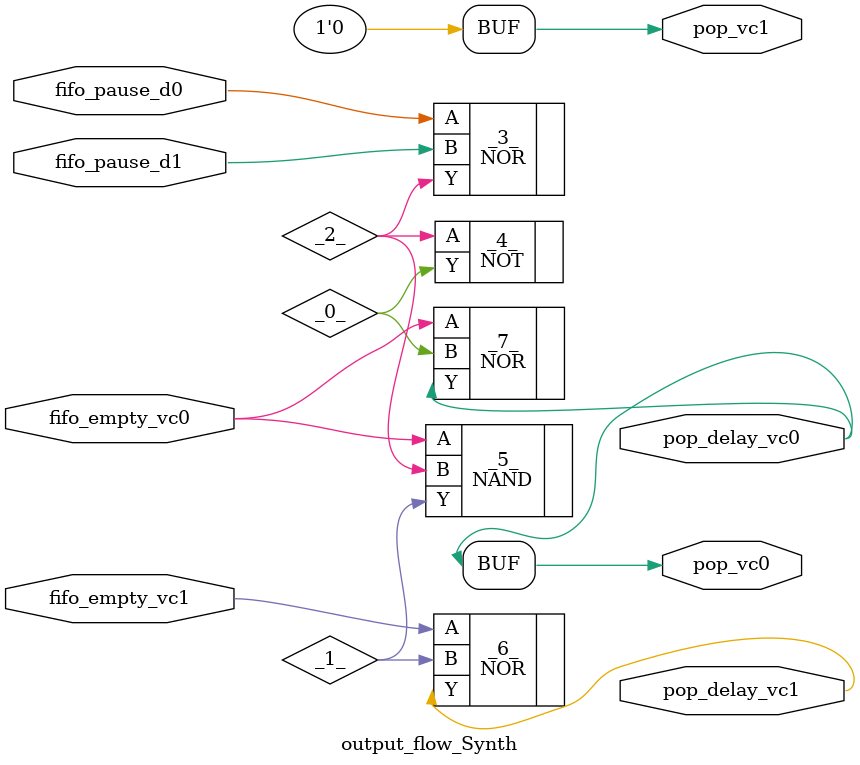
<source format=v>
/* Generated by Yosys 0.8 (git sha1 UNKNOWN, clang 6.0.0-1ubuntu2 -fPIC -Os) */

module \$paramod\RAM_memory_Synth\DATA_SIZE=6\MAIN_QUEUE_SIZE=2 (clk, read, write, reset_L, data_in, wr_ptr, rd_ptr, data_out);
  wire _000_;
  wire _001_;
  wire _002_;
  wire _003_;
  wire _004_;
  wire _005_;
  wire _006_;
  wire _007_;
  wire _008_;
  wire _009_;
  wire _010_;
  wire _011_;
  wire _012_;
  wire _013_;
  wire _014_;
  wire _015_;
  wire _016_;
  wire _017_;
  wire _018_;
  wire _019_;
  wire _020_;
  wire _021_;
  wire _022_;
  wire _023_;
  wire _024_;
  wire _025_;
  wire _026_;
  wire _027_;
  wire _028_;
  wire _029_;
  wire _030_;
  wire _031_;
  wire _032_;
  wire _033_;
  wire _034_;
  wire _035_;
  wire _036_;
  wire _037_;
  wire _038_;
  wire _039_;
  wire _040_;
  wire _041_;
  wire _042_;
  wire _043_;
  wire _044_;
  wire _045_;
  wire _046_;
  wire _047_;
  wire _048_;
  wire _049_;
  wire _050_;
  wire _051_;
  wire _052_;
  wire _053_;
  wire _054_;
  wire _055_;
  wire _056_;
  wire _057_;
  wire _058_;
  wire _059_;
  wire _060_;
  wire _061_;
  wire _062_;
  wire _063_;
  wire _064_;
  wire _065_;
  wire _066_;
  wire _067_;
  wire _068_;
  wire _069_;
  wire _070_;
  wire _071_;
  wire _072_;
  wire _073_;
  wire _074_;
  wire _075_;
  wire _076_;
  wire _077_;
  wire _078_;
  wire _079_;
  wire _080_;
  wire _081_;
  wire _082_;
  wire _083_;
  wire _084_;
  wire _085_;
  wire _086_;
  wire _087_;
  wire _088_;
  wire _089_;
  wire _090_;
  wire _091_;
  wire _092_;
  wire _093_;
  wire _094_;
  wire _095_;
  wire _096_;
  wire _097_;
  wire _098_;
  wire _099_;
  wire _100_;
  wire _101_;
  wire _102_;
  wire _103_;
  wire _104_;
  wire _105_;
  wire _106_;
  wire _107_;
  wire _108_;
  wire _109_;
  wire _110_;
  wire _111_;
  wire _112_;
  wire _113_;
  wire _114_;
  wire _115_;
  wire _116_;
  wire _117_;
  wire _118_;
  wire _119_;
  wire _120_;
  wire _121_;
  wire _122_;
  wire _123_;
  wire _124_;
  wire _125_;
  wire _126_;
  wire _127_;
  wire _128_;
  wire _129_;
  wire _130_;
  wire _131_;
  wire _132_;
  wire _133_;
  wire _134_;
  wire _135_;
  wire _136_;
  wire _137_;
  wire _138_;
  wire _139_;
  wire _140_;
  wire _141_;
  wire _142_;
  wire _143_;
  wire _144_;
  wire _145_;
  wire _146_;
  wire _147_;
  wire _148_;
  wire _149_;
  wire _150_;
  wire _151_;
  wire _152_;
  wire _153_;
  wire _154_;
  wire _155_;
  wire _156_;
  wire _157_;
  wire _158_;
  wire _159_;
  wire _160_;
  wire _161_;
  input clk;
  input [5:0] data_in;
  output [5:0] data_out;
  wire [5:0] \ram_mem[0] ;
  wire [5:0] \ram_mem[1] ;
  wire [5:0] \ram_mem[2] ;
  wire [5:0] \ram_mem[3] ;
  input [1:0] rd_ptr;
  input read;
  input reset_L;
  input [1:0] wr_ptr;
  input write;
  NOT _162_ (
    .A(\ram_mem[3] [0]),
    .Y(_121_)
  );
  NOT _163_ (
    .A(\ram_mem[3] [1]),
    .Y(_122_)
  );
  NOT _164_ (
    .A(\ram_mem[3] [2]),
    .Y(_123_)
  );
  NOT _165_ (
    .A(\ram_mem[3] [3]),
    .Y(_124_)
  );
  NOT _166_ (
    .A(\ram_mem[3] [4]),
    .Y(_125_)
  );
  NOT _167_ (
    .A(\ram_mem[3] [5]),
    .Y(_126_)
  );
  NOT _168_ (
    .A(wr_ptr[0]),
    .Y(_127_)
  );
  NOT _169_ (
    .A(write),
    .Y(_128_)
  );
  NOT _170_ (
    .A(\ram_mem[0] [0]),
    .Y(_129_)
  );
  NOT _171_ (
    .A(\ram_mem[0] [1]),
    .Y(_130_)
  );
  NOT _172_ (
    .A(\ram_mem[0] [2]),
    .Y(_131_)
  );
  NOT _173_ (
    .A(\ram_mem[0] [3]),
    .Y(_132_)
  );
  NOT _174_ (
    .A(\ram_mem[0] [4]),
    .Y(_133_)
  );
  NOT _175_ (
    .A(\ram_mem[0] [5]),
    .Y(_134_)
  );
  NOT _176_ (
    .A(read),
    .Y(_135_)
  );
  NAND _177_ (
    .A(wr_ptr[0]),
    .B(write),
    .Y(_136_)
  );
  NAND _178_ (
    .A(write),
    .B(wr_ptr[1]),
    .Y(_137_)
  );
  NOT _179_ (
    .A(_137_),
    .Y(_139_)
  );
  NOR _180_ (
    .A(_127_),
    .B(_137_),
    .Y(_141_)
  );
  NAND _181_ (
    .A(wr_ptr[0]),
    .B(_139_),
    .Y(_143_)
  );
  NAND _182_ (
    .A(data_in[0]),
    .B(_141_),
    .Y(_145_)
  );
  NAND _183_ (
    .A(\ram_mem[3] [0]),
    .B(_143_),
    .Y(_147_)
  );
  NAND _184_ (
    .A(_145_),
    .B(_147_),
    .Y(_118_)
  );
  NAND _185_ (
    .A(data_in[1]),
    .B(_141_),
    .Y(_150_)
  );
  NAND _186_ (
    .A(\ram_mem[3] [1]),
    .B(_143_),
    .Y(_152_)
  );
  NAND _187_ (
    .A(_150_),
    .B(_152_),
    .Y(_120_)
  );
  NAND _188_ (
    .A(data_in[2]),
    .B(_141_),
    .Y(_155_)
  );
  NAND _189_ (
    .A(\ram_mem[3] [2]),
    .B(_143_),
    .Y(_157_)
  );
  NAND _190_ (
    .A(_155_),
    .B(_157_),
    .Y(_148_)
  );
  NAND _191_ (
    .A(data_in[3]),
    .B(_141_),
    .Y(_160_)
  );
  NAND _192_ (
    .A(\ram_mem[3] [3]),
    .B(_143_),
    .Y(_161_)
  );
  NAND _193_ (
    .A(_160_),
    .B(_161_),
    .Y(_015_)
  );
  NAND _194_ (
    .A(data_in[4]),
    .B(_141_),
    .Y(_000_)
  );
  NAND _195_ (
    .A(\ram_mem[3] [4]),
    .B(_143_),
    .Y(_001_)
  );
  NAND _196_ (
    .A(_000_),
    .B(_001_),
    .Y(_042_)
  );
  NAND _197_ (
    .A(data_in[5]),
    .B(_141_),
    .Y(_002_)
  );
  NAND _198_ (
    .A(\ram_mem[3] [5]),
    .B(_143_),
    .Y(_003_)
  );
  NAND _199_ (
    .A(_002_),
    .B(_003_),
    .Y(_070_)
  );
  NOR _200_ (
    .A(wr_ptr[0]),
    .B(_128_),
    .Y(_004_)
  );
  NOT _201_ (
    .A(_004_),
    .Y(_005_)
  );
  NOR _202_ (
    .A(wr_ptr[0]),
    .B(_137_),
    .Y(_006_)
  );
  NAND _203_ (
    .A(wr_ptr[1]),
    .B(_004_),
    .Y(_007_)
  );
  NAND _204_ (
    .A(data_in[0]),
    .B(_006_),
    .Y(_008_)
  );
  NAND _205_ (
    .A(\ram_mem[2] [0]),
    .B(_007_),
    .Y(_009_)
  );
  NAND _206_ (
    .A(_008_),
    .B(_009_),
    .Y(_095_)
  );
  NAND _207_ (
    .A(data_in[1]),
    .B(_006_),
    .Y(_010_)
  );
  NAND _208_ (
    .A(\ram_mem[2] [1]),
    .B(_007_),
    .Y(_011_)
  );
  NAND _209_ (
    .A(_010_),
    .B(_011_),
    .Y(_110_)
  );
  NAND _210_ (
    .A(data_in[2]),
    .B(_006_),
    .Y(_012_)
  );
  NAND _211_ (
    .A(\ram_mem[2] [2]),
    .B(_007_),
    .Y(_013_)
  );
  NAND _212_ (
    .A(_012_),
    .B(_013_),
    .Y(_115_)
  );
  NAND _213_ (
    .A(data_in[3]),
    .B(_006_),
    .Y(_014_)
  );
  NAND _214_ (
    .A(\ram_mem[2] [3]),
    .B(_007_),
    .Y(_016_)
  );
  NAND _215_ (
    .A(_014_),
    .B(_016_),
    .Y(_116_)
  );
  NAND _216_ (
    .A(data_in[4]),
    .B(_006_),
    .Y(_017_)
  );
  NAND _217_ (
    .A(\ram_mem[2] [4]),
    .B(_007_),
    .Y(_018_)
  );
  NAND _218_ (
    .A(_017_),
    .B(_018_),
    .Y(_117_)
  );
  NAND _219_ (
    .A(data_in[5]),
    .B(_006_),
    .Y(_019_)
  );
  NAND _220_ (
    .A(\ram_mem[2] [5]),
    .B(_007_),
    .Y(_020_)
  );
  NAND _221_ (
    .A(_019_),
    .B(_020_),
    .Y(_119_)
  );
  NOR _222_ (
    .A(reset_L),
    .B(_135_),
    .Y(_021_)
  );
  NOR _223_ (
    .A(\ram_mem[2] [0]),
    .B(rd_ptr[0]),
    .Y(_022_)
  );
  NAND _224_ (
    .A(_121_),
    .B(rd_ptr[0]),
    .Y(_023_)
  );
  NAND _225_ (
    .A(rd_ptr[1]),
    .B(_023_),
    .Y(_024_)
  );
  NOR _226_ (
    .A(_022_),
    .B(_024_),
    .Y(_025_)
  );
  NAND _227_ (
    .A(rd_ptr[0]),
    .B(\ram_mem[1] [0]),
    .Y(_026_)
  );
  NOT _228_ (
    .A(_026_),
    .Y(_027_)
  );
  NOR _229_ (
    .A(rd_ptr[0]),
    .B(_129_),
    .Y(_028_)
  );
  NOR _230_ (
    .A(_027_),
    .B(_028_),
    .Y(_029_)
  );
  NOR _231_ (
    .A(rd_ptr[1]),
    .B(_029_),
    .Y(_030_)
  );
  NOR _232_ (
    .A(_025_),
    .B(_030_),
    .Y(_031_)
  );
  NOR _233_ (
    .A(_021_),
    .B(_031_),
    .Y(data_out[0])
  );
  NOR _234_ (
    .A(\ram_mem[2] [1]),
    .B(rd_ptr[0]),
    .Y(_032_)
  );
  NAND _235_ (
    .A(_122_),
    .B(rd_ptr[0]),
    .Y(_033_)
  );
  NAND _236_ (
    .A(rd_ptr[1]),
    .B(_033_),
    .Y(_034_)
  );
  NOR _237_ (
    .A(_032_),
    .B(_034_),
    .Y(_035_)
  );
  NAND _238_ (
    .A(rd_ptr[0]),
    .B(\ram_mem[1] [1]),
    .Y(_036_)
  );
  NOT _239_ (
    .A(_036_),
    .Y(_037_)
  );
  NOR _240_ (
    .A(rd_ptr[0]),
    .B(_130_),
    .Y(_038_)
  );
  NOR _241_ (
    .A(_037_),
    .B(_038_),
    .Y(_039_)
  );
  NOR _242_ (
    .A(rd_ptr[1]),
    .B(_039_),
    .Y(_040_)
  );
  NOR _243_ (
    .A(_035_),
    .B(_040_),
    .Y(_041_)
  );
  NOR _244_ (
    .A(_021_),
    .B(_041_),
    .Y(data_out[1])
  );
  NOR _245_ (
    .A(\ram_mem[2] [2]),
    .B(rd_ptr[0]),
    .Y(_043_)
  );
  NAND _246_ (
    .A(_123_),
    .B(rd_ptr[0]),
    .Y(_044_)
  );
  NAND _247_ (
    .A(rd_ptr[1]),
    .B(_044_),
    .Y(_045_)
  );
  NOR _248_ (
    .A(_043_),
    .B(_045_),
    .Y(_046_)
  );
  NAND _249_ (
    .A(rd_ptr[0]),
    .B(\ram_mem[1] [2]),
    .Y(_047_)
  );
  NOT _250_ (
    .A(_047_),
    .Y(_048_)
  );
  NOR _251_ (
    .A(rd_ptr[0]),
    .B(_131_),
    .Y(_049_)
  );
  NOR _252_ (
    .A(_048_),
    .B(_049_),
    .Y(_050_)
  );
  NOR _253_ (
    .A(rd_ptr[1]),
    .B(_050_),
    .Y(_051_)
  );
  NOR _254_ (
    .A(_046_),
    .B(_051_),
    .Y(_052_)
  );
  NOR _255_ (
    .A(_021_),
    .B(_052_),
    .Y(data_out[2])
  );
  NOR _256_ (
    .A(\ram_mem[2] [3]),
    .B(rd_ptr[0]),
    .Y(_053_)
  );
  NAND _257_ (
    .A(_124_),
    .B(rd_ptr[0]),
    .Y(_054_)
  );
  NAND _258_ (
    .A(rd_ptr[1]),
    .B(_054_),
    .Y(_055_)
  );
  NOR _259_ (
    .A(_053_),
    .B(_055_),
    .Y(_056_)
  );
  NAND _260_ (
    .A(rd_ptr[0]),
    .B(\ram_mem[1] [3]),
    .Y(_057_)
  );
  NOT _261_ (
    .A(_057_),
    .Y(_058_)
  );
  NOR _262_ (
    .A(rd_ptr[0]),
    .B(_132_),
    .Y(_059_)
  );
  NOR _263_ (
    .A(_058_),
    .B(_059_),
    .Y(_060_)
  );
  NOR _264_ (
    .A(rd_ptr[1]),
    .B(_060_),
    .Y(_061_)
  );
  NOR _265_ (
    .A(_056_),
    .B(_061_),
    .Y(_062_)
  );
  NOR _266_ (
    .A(_021_),
    .B(_062_),
    .Y(data_out[3])
  );
  NOR _267_ (
    .A(\ram_mem[2] [4]),
    .B(rd_ptr[0]),
    .Y(_063_)
  );
  NAND _268_ (
    .A(_125_),
    .B(rd_ptr[0]),
    .Y(_064_)
  );
  NAND _269_ (
    .A(rd_ptr[1]),
    .B(_064_),
    .Y(_065_)
  );
  NOR _270_ (
    .A(_063_),
    .B(_065_),
    .Y(_066_)
  );
  NAND _271_ (
    .A(rd_ptr[0]),
    .B(\ram_mem[1] [4]),
    .Y(_067_)
  );
  NOT _272_ (
    .A(_067_),
    .Y(_068_)
  );
  NOR _273_ (
    .A(rd_ptr[0]),
    .B(_133_),
    .Y(_069_)
  );
  NOR _274_ (
    .A(_068_),
    .B(_069_),
    .Y(_071_)
  );
  NOR _275_ (
    .A(rd_ptr[1]),
    .B(_071_),
    .Y(_072_)
  );
  NOR _276_ (
    .A(_066_),
    .B(_072_),
    .Y(_073_)
  );
  NOR _277_ (
    .A(_021_),
    .B(_073_),
    .Y(data_out[4])
  );
  NOR _278_ (
    .A(\ram_mem[2] [5]),
    .B(rd_ptr[0]),
    .Y(_074_)
  );
  NAND _279_ (
    .A(_126_),
    .B(rd_ptr[0]),
    .Y(_075_)
  );
  NAND _280_ (
    .A(rd_ptr[1]),
    .B(_075_),
    .Y(_076_)
  );
  NOR _281_ (
    .A(_074_),
    .B(_076_),
    .Y(_077_)
  );
  NAND _282_ (
    .A(rd_ptr[0]),
    .B(\ram_mem[1] [5]),
    .Y(_078_)
  );
  NOT _283_ (
    .A(_078_),
    .Y(_079_)
  );
  NOR _284_ (
    .A(rd_ptr[0]),
    .B(_134_),
    .Y(_080_)
  );
  NOR _285_ (
    .A(_079_),
    .B(_080_),
    .Y(_081_)
  );
  NOR _286_ (
    .A(rd_ptr[1]),
    .B(_081_),
    .Y(_082_)
  );
  NOR _287_ (
    .A(_077_),
    .B(_082_),
    .Y(_083_)
  );
  NOR _288_ (
    .A(_021_),
    .B(_083_),
    .Y(data_out[5])
  );
  NOR _289_ (
    .A(wr_ptr[1]),
    .B(_005_),
    .Y(_084_)
  );
  NAND _290_ (
    .A(_137_),
    .B(_004_),
    .Y(_085_)
  );
  NAND _291_ (
    .A(data_in[0]),
    .B(_084_),
    .Y(_086_)
  );
  NAND _292_ (
    .A(\ram_mem[0] [0]),
    .B(_085_),
    .Y(_087_)
  );
  NAND _293_ (
    .A(_086_),
    .B(_087_),
    .Y(_138_)
  );
  NAND _294_ (
    .A(data_in[1]),
    .B(_084_),
    .Y(_088_)
  );
  NAND _295_ (
    .A(\ram_mem[0] [1]),
    .B(_085_),
    .Y(_089_)
  );
  NAND _296_ (
    .A(_088_),
    .B(_089_),
    .Y(_140_)
  );
  NAND _297_ (
    .A(data_in[2]),
    .B(_084_),
    .Y(_090_)
  );
  NAND _298_ (
    .A(\ram_mem[0] [2]),
    .B(_085_),
    .Y(_091_)
  );
  NAND _299_ (
    .A(_090_),
    .B(_091_),
    .Y(_142_)
  );
  NAND _300_ (
    .A(data_in[3]),
    .B(_084_),
    .Y(_092_)
  );
  NAND _301_ (
    .A(\ram_mem[0] [3]),
    .B(_085_),
    .Y(_093_)
  );
  NAND _302_ (
    .A(_092_),
    .B(_093_),
    .Y(_144_)
  );
  NAND _303_ (
    .A(data_in[4]),
    .B(_084_),
    .Y(_094_)
  );
  NAND _304_ (
    .A(\ram_mem[0] [4]),
    .B(_085_),
    .Y(_096_)
  );
  NAND _305_ (
    .A(_094_),
    .B(_096_),
    .Y(_146_)
  );
  NAND _306_ (
    .A(data_in[5]),
    .B(_084_),
    .Y(_097_)
  );
  NAND _307_ (
    .A(\ram_mem[0] [5]),
    .B(_085_),
    .Y(_098_)
  );
  NAND _308_ (
    .A(_097_),
    .B(_098_),
    .Y(_149_)
  );
  NOR _309_ (
    .A(_127_),
    .B(wr_ptr[1]),
    .Y(_099_)
  );
  NOR _310_ (
    .A(wr_ptr[1]),
    .B(_136_),
    .Y(_100_)
  );
  NAND _311_ (
    .A(write),
    .B(_099_),
    .Y(_101_)
  );
  NAND _312_ (
    .A(data_in[0]),
    .B(_100_),
    .Y(_102_)
  );
  NAND _313_ (
    .A(\ram_mem[1] [0]),
    .B(_101_),
    .Y(_103_)
  );
  NAND _314_ (
    .A(_102_),
    .B(_103_),
    .Y(_151_)
  );
  NAND _315_ (
    .A(data_in[1]),
    .B(_100_),
    .Y(_104_)
  );
  NAND _316_ (
    .A(\ram_mem[1] [1]),
    .B(_101_),
    .Y(_105_)
  );
  NAND _317_ (
    .A(_104_),
    .B(_105_),
    .Y(_153_)
  );
  NAND _318_ (
    .A(data_in[2]),
    .B(_100_),
    .Y(_106_)
  );
  NAND _319_ (
    .A(\ram_mem[1] [2]),
    .B(_101_),
    .Y(_107_)
  );
  NAND _320_ (
    .A(_106_),
    .B(_107_),
    .Y(_154_)
  );
  NAND _321_ (
    .A(data_in[3]),
    .B(_100_),
    .Y(_108_)
  );
  NAND _322_ (
    .A(\ram_mem[1] [3]),
    .B(_101_),
    .Y(_109_)
  );
  NAND _323_ (
    .A(_108_),
    .B(_109_),
    .Y(_156_)
  );
  NAND _324_ (
    .A(data_in[4]),
    .B(_100_),
    .Y(_111_)
  );
  NAND _325_ (
    .A(\ram_mem[1] [4]),
    .B(_101_),
    .Y(_112_)
  );
  NAND _326_ (
    .A(_111_),
    .B(_112_),
    .Y(_158_)
  );
  NAND _327_ (
    .A(data_in[5]),
    .B(_100_),
    .Y(_113_)
  );
  NAND _328_ (
    .A(\ram_mem[1] [5]),
    .B(_101_),
    .Y(_114_)
  );
  NAND _329_ (
    .A(_113_),
    .B(_114_),
    .Y(_159_)
  );
  DFF _330_ (
    .C(clk),
    .D(_151_),
    .Q(\ram_mem[1] [0])
  );
  DFF _331_ (
    .C(clk),
    .D(_153_),
    .Q(\ram_mem[1] [1])
  );
  DFF _332_ (
    .C(clk),
    .D(_154_),
    .Q(\ram_mem[1] [2])
  );
  DFF _333_ (
    .C(clk),
    .D(_156_),
    .Q(\ram_mem[1] [3])
  );
  DFF _334_ (
    .C(clk),
    .D(_158_),
    .Q(\ram_mem[1] [4])
  );
  DFF _335_ (
    .C(clk),
    .D(_159_),
    .Q(\ram_mem[1] [5])
  );
  DFF _336_ (
    .C(clk),
    .D(_138_),
    .Q(\ram_mem[0] [0])
  );
  DFF _337_ (
    .C(clk),
    .D(_140_),
    .Q(\ram_mem[0] [1])
  );
  DFF _338_ (
    .C(clk),
    .D(_142_),
    .Q(\ram_mem[0] [2])
  );
  DFF _339_ (
    .C(clk),
    .D(_144_),
    .Q(\ram_mem[0] [3])
  );
  DFF _340_ (
    .C(clk),
    .D(_146_),
    .Q(\ram_mem[0] [4])
  );
  DFF _341_ (
    .C(clk),
    .D(_149_),
    .Q(\ram_mem[0] [5])
  );
  DFF _342_ (
    .C(clk),
    .D(_118_),
    .Q(\ram_mem[3] [0])
  );
  DFF _343_ (
    .C(clk),
    .D(_120_),
    .Q(\ram_mem[3] [1])
  );
  DFF _344_ (
    .C(clk),
    .D(_148_),
    .Q(\ram_mem[3] [2])
  );
  DFF _345_ (
    .C(clk),
    .D(_015_),
    .Q(\ram_mem[3] [3])
  );
  DFF _346_ (
    .C(clk),
    .D(_042_),
    .Q(\ram_mem[3] [4])
  );
  DFF _347_ (
    .C(clk),
    .D(_070_),
    .Q(\ram_mem[3] [5])
  );
  DFF _348_ (
    .C(clk),
    .D(_095_),
    .Q(\ram_mem[2] [0])
  );
  DFF _349_ (
    .C(clk),
    .D(_110_),
    .Q(\ram_mem[2] [1])
  );
  DFF _350_ (
    .C(clk),
    .D(_115_),
    .Q(\ram_mem[2] [2])
  );
  DFF _351_ (
    .C(clk),
    .D(_116_),
    .Q(\ram_mem[2] [3])
  );
  DFF _352_ (
    .C(clk),
    .D(_117_),
    .Q(\ram_mem[2] [4])
  );
  DFF _353_ (
    .C(clk),
    .D(_119_),
    .Q(\ram_mem[2] [5])
  );
endmodule

module \$paramod\RAM_memory_Synth\DATA_SIZE=6\MAIN_QUEUE_SIZE=4 (clk, read, write, reset_L, data_in, wr_ptr, rd_ptr, data_out);
  wire _0000_;
  wire _0001_;
  wire _0002_;
  wire _0003_;
  wire _0004_;
  wire _0005_;
  wire _0006_;
  wire _0007_;
  wire _0008_;
  wire _0009_;
  wire _0010_;
  wire _0011_;
  wire _0012_;
  wire _0013_;
  wire _0014_;
  wire _0015_;
  wire _0016_;
  wire _0017_;
  wire _0018_;
  wire _0019_;
  wire _0020_;
  wire _0021_;
  wire _0022_;
  wire _0023_;
  wire _0024_;
  wire _0025_;
  wire _0026_;
  wire _0027_;
  wire _0028_;
  wire _0029_;
  wire _0030_;
  wire _0031_;
  wire _0032_;
  wire _0033_;
  wire _0034_;
  wire _0035_;
  wire _0036_;
  wire _0037_;
  wire _0038_;
  wire _0039_;
  wire _0040_;
  wire _0041_;
  wire _0042_;
  wire _0043_;
  wire _0044_;
  wire _0045_;
  wire _0046_;
  wire _0047_;
  wire _0048_;
  wire _0049_;
  wire _0050_;
  wire _0051_;
  wire _0052_;
  wire _0053_;
  wire _0054_;
  wire _0055_;
  wire _0056_;
  wire _0057_;
  wire _0058_;
  wire _0059_;
  wire _0060_;
  wire _0061_;
  wire _0062_;
  wire _0063_;
  wire _0064_;
  wire _0065_;
  wire _0066_;
  wire _0067_;
  wire _0068_;
  wire _0069_;
  wire _0070_;
  wire _0071_;
  wire _0072_;
  wire _0073_;
  wire _0074_;
  wire _0075_;
  wire _0076_;
  wire _0077_;
  wire _0078_;
  wire _0079_;
  wire _0080_;
  wire _0081_;
  wire _0082_;
  wire _0083_;
  wire _0084_;
  wire _0085_;
  wire _0086_;
  wire _0087_;
  wire _0088_;
  wire _0089_;
  wire _0090_;
  wire _0091_;
  wire _0092_;
  wire _0093_;
  wire _0094_;
  wire _0095_;
  wire _0096_;
  wire _0097_;
  wire _0098_;
  wire _0099_;
  wire _0100_;
  wire _0101_;
  wire _0102_;
  wire _0103_;
  wire _0104_;
  wire _0105_;
  wire _0106_;
  wire _0107_;
  wire _0108_;
  wire _0109_;
  wire _0110_;
  wire _0111_;
  wire _0112_;
  wire _0113_;
  wire _0114_;
  wire _0115_;
  wire _0116_;
  wire _0117_;
  wire _0118_;
  wire _0119_;
  wire _0120_;
  wire _0121_;
  wire _0122_;
  wire _0123_;
  wire _0124_;
  wire _0125_;
  wire _0126_;
  wire _0127_;
  wire _0128_;
  wire _0129_;
  wire _0130_;
  wire _0131_;
  wire _0132_;
  wire _0133_;
  wire _0134_;
  wire _0135_;
  wire _0136_;
  wire _0137_;
  wire _0138_;
  wire _0139_;
  wire _0140_;
  wire _0141_;
  wire _0142_;
  wire _0143_;
  wire _0144_;
  wire _0145_;
  wire _0146_;
  wire _0147_;
  wire _0148_;
  wire _0149_;
  wire _0150_;
  wire _0151_;
  wire _0152_;
  wire _0153_;
  wire _0154_;
  wire _0155_;
  wire _0156_;
  wire _0157_;
  wire _0158_;
  wire _0159_;
  wire _0160_;
  wire _0161_;
  wire _0162_;
  wire _0163_;
  wire _0164_;
  wire _0165_;
  wire _0166_;
  wire _0167_;
  wire _0168_;
  wire _0169_;
  wire _0170_;
  wire _0171_;
  wire _0172_;
  wire _0173_;
  wire _0174_;
  wire _0175_;
  wire _0176_;
  wire _0177_;
  wire _0178_;
  wire _0179_;
  wire _0180_;
  wire _0181_;
  wire _0182_;
  wire _0183_;
  wire _0184_;
  wire _0185_;
  wire _0186_;
  wire _0187_;
  wire _0188_;
  wire _0189_;
  wire _0190_;
  wire _0191_;
  wire _0192_;
  wire _0193_;
  wire _0194_;
  wire _0195_;
  wire _0196_;
  wire _0197_;
  wire _0198_;
  wire _0199_;
  wire _0200_;
  wire _0201_;
  wire _0202_;
  wire _0203_;
  wire _0204_;
  wire _0205_;
  wire _0206_;
  wire _0207_;
  wire _0208_;
  wire _0209_;
  wire _0210_;
  wire _0211_;
  wire _0212_;
  wire _0213_;
  wire _0214_;
  wire _0215_;
  wire _0216_;
  wire _0217_;
  wire _0218_;
  wire _0219_;
  wire _0220_;
  wire _0221_;
  wire _0222_;
  wire _0223_;
  wire _0224_;
  wire _0225_;
  wire _0226_;
  wire _0227_;
  wire _0228_;
  wire _0229_;
  wire _0230_;
  wire _0231_;
  wire _0232_;
  wire _0233_;
  wire _0234_;
  wire _0235_;
  wire _0236_;
  wire _0237_;
  wire _0238_;
  wire _0239_;
  wire _0240_;
  wire _0241_;
  wire _0242_;
  wire _0243_;
  wire _0244_;
  wire _0245_;
  wire _0246_;
  wire _0247_;
  wire _0248_;
  wire _0249_;
  wire _0250_;
  wire _0251_;
  wire _0252_;
  wire _0253_;
  wire _0254_;
  wire _0255_;
  wire _0256_;
  wire _0257_;
  wire _0258_;
  wire _0259_;
  wire _0260_;
  wire _0261_;
  wire _0262_;
  wire _0263_;
  wire _0264_;
  wire _0265_;
  wire _0266_;
  wire _0267_;
  wire _0268_;
  wire _0269_;
  wire _0270_;
  wire _0271_;
  wire _0272_;
  wire _0273_;
  wire _0274_;
  wire _0275_;
  wire _0276_;
  wire _0277_;
  wire _0278_;
  wire _0279_;
  wire _0280_;
  wire _0281_;
  wire _0282_;
  wire _0283_;
  wire _0284_;
  wire _0285_;
  wire _0286_;
  wire _0287_;
  wire _0288_;
  wire _0289_;
  wire _0290_;
  wire _0291_;
  wire _0292_;
  wire _0293_;
  wire _0294_;
  wire _0295_;
  wire _0296_;
  wire _0297_;
  wire _0298_;
  wire _0299_;
  wire _0300_;
  wire _0301_;
  wire _0302_;
  wire _0303_;
  wire _0304_;
  wire _0305_;
  wire _0306_;
  wire _0307_;
  wire _0308_;
  wire _0309_;
  wire _0310_;
  wire _0311_;
  wire _0312_;
  wire _0313_;
  wire _0314_;
  wire _0315_;
  wire _0316_;
  wire _0317_;
  wire _0318_;
  wire _0319_;
  wire _0320_;
  wire _0321_;
  wire _0322_;
  wire _0323_;
  wire _0324_;
  wire _0325_;
  wire _0326_;
  wire _0327_;
  wire _0328_;
  wire _0329_;
  wire _0330_;
  wire _0331_;
  wire _0332_;
  wire _0333_;
  wire _0334_;
  wire _0335_;
  wire _0336_;
  wire _0337_;
  wire _0338_;
  wire _0339_;
  wire _0340_;
  wire _0341_;
  wire _0342_;
  wire _0343_;
  wire _0344_;
  wire _0345_;
  wire _0346_;
  wire _0347_;
  wire _0348_;
  wire _0349_;
  wire _0350_;
  wire _0351_;
  wire _0352_;
  wire _0353_;
  wire _0354_;
  wire _0355_;
  wire _0356_;
  wire _0357_;
  wire _0358_;
  wire _0359_;
  wire _0360_;
  wire _0361_;
  wire _0362_;
  wire _0363_;
  wire _0364_;
  wire _0365_;
  wire _0366_;
  wire _0367_;
  wire _0368_;
  wire _0369_;
  wire _0370_;
  wire _0371_;
  wire _0372_;
  wire _0373_;
  wire _0374_;
  wire _0375_;
  wire _0376_;
  wire _0377_;
  wire _0378_;
  wire _0379_;
  wire _0380_;
  wire _0381_;
  wire _0382_;
  wire _0383_;
  wire _0384_;
  wire _0385_;
  wire _0386_;
  wire _0387_;
  wire _0388_;
  wire _0389_;
  wire _0390_;
  wire _0391_;
  wire _0392_;
  wire _0393_;
  wire _0394_;
  wire _0395_;
  wire _0396_;
  wire _0397_;
  wire _0398_;
  wire _0399_;
  wire _0400_;
  wire _0401_;
  wire _0402_;
  wire _0403_;
  wire _0404_;
  wire _0405_;
  wire _0406_;
  wire _0407_;
  wire _0408_;
  wire _0409_;
  wire _0410_;
  wire _0411_;
  wire _0412_;
  wire _0413_;
  wire _0414_;
  wire _0415_;
  wire _0416_;
  wire _0417_;
  wire _0418_;
  wire _0419_;
  wire _0420_;
  wire _0421_;
  wire _0422_;
  wire _0423_;
  wire _0424_;
  wire _0425_;
  wire _0426_;
  wire _0427_;
  wire _0428_;
  wire _0429_;
  wire _0430_;
  wire _0431_;
  wire _0432_;
  wire _0433_;
  wire _0434_;
  wire _0435_;
  wire _0436_;
  wire _0437_;
  wire _0438_;
  wire _0439_;
  wire _0440_;
  wire _0441_;
  wire _0442_;
  wire _0443_;
  wire _0444_;
  wire _0445_;
  wire _0446_;
  wire _0447_;
  wire _0448_;
  wire _0449_;
  wire _0450_;
  wire _0451_;
  wire _0452_;
  wire _0453_;
  wire _0454_;
  wire _0455_;
  wire _0456_;
  wire _0457_;
  wire _0458_;
  wire _0459_;
  wire _0460_;
  wire _0461_;
  wire _0462_;
  wire _0463_;
  wire _0464_;
  wire _0465_;
  wire _0466_;
  wire _0467_;
  wire _0468_;
  wire _0469_;
  wire _0470_;
  wire _0471_;
  wire _0472_;
  wire _0473_;
  wire _0474_;
  wire _0475_;
  wire _0476_;
  wire _0477_;
  wire _0478_;
  wire _0479_;
  wire _0480_;
  wire _0481_;
  wire _0482_;
  wire _0483_;
  wire _0484_;
  wire _0485_;
  wire _0486_;
  wire _0487_;
  wire _0488_;
  wire _0489_;
  wire _0490_;
  wire _0491_;
  wire _0492_;
  wire _0493_;
  wire _0494_;
  wire _0495_;
  wire _0496_;
  wire _0497_;
  wire _0498_;
  wire _0499_;
  wire _0500_;
  wire _0501_;
  wire _0502_;
  wire _0503_;
  wire _0504_;
  wire _0505_;
  wire _0506_;
  wire _0507_;
  wire _0508_;
  wire _0509_;
  wire _0510_;
  wire _0511_;
  wire _0512_;
  wire _0513_;
  wire _0514_;
  wire _0515_;
  wire _0516_;
  wire _0517_;
  wire _0518_;
  wire _0519_;
  wire _0520_;
  wire _0521_;
  wire _0522_;
  wire _0523_;
  wire _0524_;
  wire _0525_;
  wire _0526_;
  wire _0527_;
  wire _0528_;
  wire _0529_;
  wire _0530_;
  wire _0531_;
  wire _0532_;
  wire _0533_;
  wire _0534_;
  wire _0535_;
  wire _0536_;
  wire _0537_;
  wire _0538_;
  wire _0539_;
  wire _0540_;
  wire _0541_;
  wire _0542_;
  wire _0543_;
  wire _0544_;
  wire _0545_;
  wire _0546_;
  wire _0547_;
  wire _0548_;
  wire _0549_;
  wire _0550_;
  wire _0551_;
  wire _0552_;
  wire _0553_;
  wire _0554_;
  wire _0555_;
  wire _0556_;
  wire _0557_;
  wire _0558_;
  wire _0559_;
  wire _0560_;
  wire _0561_;
  wire _0562_;
  wire _0563_;
  wire _0564_;
  wire _0565_;
  wire _0566_;
  wire _0567_;
  wire _0568_;
  wire _0569_;
  wire _0570_;
  wire _0571_;
  wire _0572_;
  wire _0573_;
  wire _0574_;
  wire _0575_;
  wire _0576_;
  wire _0577_;
  wire _0578_;
  wire _0579_;
  wire _0580_;
  wire _0581_;
  wire _0582_;
  wire _0583_;
  wire _0584_;
  wire _0585_;
  wire _0586_;
  wire _0587_;
  wire _0588_;
  wire _0589_;
  wire _0590_;
  wire _0591_;
  wire _0592_;
  wire _0593_;
  wire _0594_;
  wire _0595_;
  wire _0596_;
  wire _0597_;
  wire _0598_;
  wire _0599_;
  wire _0600_;
  wire _0601_;
  wire _0602_;
  wire _0603_;
  wire _0604_;
  wire _0605_;
  wire _0606_;
  wire _0607_;
  wire _0608_;
  wire _0609_;
  wire _0610_;
  wire _0611_;
  wire _0612_;
  wire _0613_;
  wire _0614_;
  wire _0615_;
  wire _0616_;
  wire _0617_;
  wire _0618_;
  wire _0619_;
  wire _0620_;
  wire _0621_;
  wire _0622_;
  wire _0623_;
  wire _0624_;
  wire _0625_;
  wire _0626_;
  wire _0627_;
  wire _0628_;
  wire _0629_;
  wire _0630_;
  wire _0631_;
  wire _0632_;
  wire _0633_;
  wire _0634_;
  wire _0635_;
  wire _0636_;
  wire _0637_;
  wire _0638_;
  wire _0639_;
  wire _0640_;
  wire _0641_;
  wire _0642_;
  wire _0643_;
  wire _0644_;
  wire _0645_;
  wire _0646_;
  wire _0647_;
  wire _0648_;
  wire _0649_;
  wire _0650_;
  wire _0651_;
  wire _0652_;
  wire _0653_;
  wire _0654_;
  wire _0655_;
  wire _0656_;
  wire _0657_;
  wire _0658_;
  wire _0659_;
  wire _0660_;
  wire _0661_;
  wire _0662_;
  wire _0663_;
  wire _0664_;
  wire _0665_;
  wire _0666_;
  wire _0667_;
  wire _0668_;
  wire _0669_;
  wire _0670_;
  wire _0671_;
  wire _0672_;
  wire _0673_;
  input clk;
  input [5:0] data_in;
  output [5:0] data_out;
  wire [5:0] \ram_mem[0] ;
  wire [5:0] \ram_mem[10] ;
  wire [5:0] \ram_mem[11] ;
  wire [5:0] \ram_mem[12] ;
  wire [5:0] \ram_mem[13] ;
  wire [5:0] \ram_mem[14] ;
  wire [5:0] \ram_mem[15] ;
  wire [5:0] \ram_mem[1] ;
  wire [5:0] \ram_mem[2] ;
  wire [5:0] \ram_mem[3] ;
  wire [5:0] \ram_mem[4] ;
  wire [5:0] \ram_mem[5] ;
  wire [5:0] \ram_mem[6] ;
  wire [5:0] \ram_mem[7] ;
  wire [5:0] \ram_mem[8] ;
  wire [5:0] \ram_mem[9] ;
  input [3:0] rd_ptr;
  input read;
  input reset_L;
  input [3:0] wr_ptr;
  input write;
  NOT _0674_ (
    .A(rd_ptr[0]),
    .Y(_0030_)
  );
  NOT _0675_ (
    .A(\ram_mem[12] [0]),
    .Y(_0032_)
  );
  NOT _0676_ (
    .A(\ram_mem[12] [1]),
    .Y(_0034_)
  );
  NOT _0677_ (
    .A(\ram_mem[12] [2]),
    .Y(_0036_)
  );
  NOT _0678_ (
    .A(\ram_mem[12] [3]),
    .Y(_0038_)
  );
  NOT _0679_ (
    .A(\ram_mem[12] [4]),
    .Y(_0040_)
  );
  NOT _0680_ (
    .A(\ram_mem[12] [5]),
    .Y(_0042_)
  );
  NOT _0681_ (
    .A(\ram_mem[6] [0]),
    .Y(_0043_)
  );
  NOT _0682_ (
    .A(\ram_mem[7] [0]),
    .Y(_0045_)
  );
  NOT _0683_ (
    .A(\ram_mem[6] [1]),
    .Y(_0047_)
  );
  NOT _0684_ (
    .A(\ram_mem[7] [1]),
    .Y(_0049_)
  );
  NOT _0685_ (
    .A(\ram_mem[6] [2]),
    .Y(_0051_)
  );
  NOT _0686_ (
    .A(\ram_mem[7] [2]),
    .Y(_0053_)
  );
  NOT _0687_ (
    .A(\ram_mem[6] [3]),
    .Y(_0055_)
  );
  NOT _0688_ (
    .A(\ram_mem[7] [3]),
    .Y(_0056_)
  );
  NOT _0689_ (
    .A(\ram_mem[6] [4]),
    .Y(_0058_)
  );
  NOT _0690_ (
    .A(\ram_mem[7] [4]),
    .Y(_0060_)
  );
  NOT _0691_ (
    .A(\ram_mem[6] [5]),
    .Y(_0062_)
  );
  NOT _0692_ (
    .A(\ram_mem[7] [5]),
    .Y(_0064_)
  );
  NOT _0693_ (
    .A(\ram_mem[4] [0]),
    .Y(_0066_)
  );
  NOT _0694_ (
    .A(\ram_mem[5] [0]),
    .Y(_0068_)
  );
  NOT _0695_ (
    .A(\ram_mem[4] [1]),
    .Y(_0069_)
  );
  NOT _0696_ (
    .A(\ram_mem[5] [1]),
    .Y(_0071_)
  );
  NOT _0697_ (
    .A(\ram_mem[4] [2]),
    .Y(_0073_)
  );
  NOT _0698_ (
    .A(\ram_mem[5] [2]),
    .Y(_0075_)
  );
  NOT _0699_ (
    .A(\ram_mem[4] [3]),
    .Y(_0077_)
  );
  NOT _0700_ (
    .A(\ram_mem[5] [3]),
    .Y(_0079_)
  );
  NOT _0701_ (
    .A(\ram_mem[4] [4]),
    .Y(_0081_)
  );
  NOT _0702_ (
    .A(\ram_mem[5] [4]),
    .Y(_0082_)
  );
  NOT _0703_ (
    .A(\ram_mem[4] [5]),
    .Y(_0084_)
  );
  NOT _0704_ (
    .A(\ram_mem[5] [5]),
    .Y(_0086_)
  );
  NOT _0705_ (
    .A(data_in[0]),
    .Y(_0088_)
  );
  NOT _0706_ (
    .A(write),
    .Y(_0090_)
  );
  NOT _0707_ (
    .A(data_in[1]),
    .Y(_0092_)
  );
  NOT _0708_ (
    .A(data_in[2]),
    .Y(_0094_)
  );
  NOT _0709_ (
    .A(data_in[3]),
    .Y(_0095_)
  );
  NOT _0710_ (
    .A(data_in[4]),
    .Y(_0097_)
  );
  NOT _0711_ (
    .A(data_in[5]),
    .Y(_0099_)
  );
  NOT _0712_ (
    .A(wr_ptr[0]),
    .Y(_0101_)
  );
  NOT _0713_ (
    .A(wr_ptr[1]),
    .Y(_0103_)
  );
  NOT _0714_ (
    .A(wr_ptr[2]),
    .Y(_0105_)
  );
  NOT _0715_ (
    .A(wr_ptr[3]),
    .Y(_0107_)
  );
  NOT _0716_ (
    .A(rd_ptr[1]),
    .Y(_0108_)
  );
  NOT _0717_ (
    .A(rd_ptr[2]),
    .Y(_0110_)
  );
  NOT _0718_ (
    .A(read),
    .Y(_0112_)
  );
  NOR _0719_ (
    .A(_0090_),
    .B(_0101_),
    .Y(_0114_)
  );
  NAND _0720_ (
    .A(write),
    .B(wr_ptr[0]),
    .Y(_0116_)
  );
  NOR _0721_ (
    .A(_0090_),
    .B(_0103_),
    .Y(_0118_)
  );
  NAND _0722_ (
    .A(write),
    .B(wr_ptr[1]),
    .Y(_0120_)
  );
  NOR _0723_ (
    .A(_0103_),
    .B(_0116_),
    .Y(_0121_)
  );
  NAND _0724_ (
    .A(wr_ptr[1]),
    .B(_0114_),
    .Y(_0123_)
  );
  NOR _0725_ (
    .A(_0090_),
    .B(_0105_),
    .Y(_0125_)
  );
  NAND _0726_ (
    .A(write),
    .B(wr_ptr[2]),
    .Y(_0127_)
  );
  NOR _0727_ (
    .A(wr_ptr[3]),
    .B(_0127_),
    .Y(_0129_)
  );
  NAND _0728_ (
    .A(_0107_),
    .B(_0125_),
    .Y(_0131_)
  );
  NOR _0729_ (
    .A(_0123_),
    .B(_0131_),
    .Y(_0133_)
  );
  NAND _0730_ (
    .A(_0121_),
    .B(_0129_),
    .Y(_0134_)
  );
  NAND _0731_ (
    .A(\ram_mem[7] [0]),
    .B(_0134_),
    .Y(_0136_)
  );
  NOR _0732_ (
    .A(_0088_),
    .B(_0090_),
    .Y(_0138_)
  );
  NAND _0733_ (
    .A(_0133_),
    .B(_0138_),
    .Y(_0140_)
  );
  NAND _0734_ (
    .A(_0136_),
    .B(_0140_),
    .Y(_0000_)
  );
  NAND _0735_ (
    .A(\ram_mem[7] [1]),
    .B(_0134_),
    .Y(_0143_)
  );
  NOR _0736_ (
    .A(_0090_),
    .B(_0092_),
    .Y(_0145_)
  );
  NAND _0737_ (
    .A(_0133_),
    .B(_0145_),
    .Y(_0146_)
  );
  NAND _0738_ (
    .A(_0143_),
    .B(_0146_),
    .Y(_0001_)
  );
  NAND _0739_ (
    .A(\ram_mem[7] [2]),
    .B(_0134_),
    .Y(_0149_)
  );
  NOR _0740_ (
    .A(_0090_),
    .B(_0094_),
    .Y(_0151_)
  );
  NAND _0741_ (
    .A(_0133_),
    .B(_0151_),
    .Y(_0153_)
  );
  NAND _0742_ (
    .A(_0149_),
    .B(_0153_),
    .Y(_0002_)
  );
  NAND _0743_ (
    .A(\ram_mem[7] [3]),
    .B(_0134_),
    .Y(_0156_)
  );
  NOR _0744_ (
    .A(_0090_),
    .B(_0095_),
    .Y(_0157_)
  );
  NAND _0745_ (
    .A(_0133_),
    .B(_0157_),
    .Y(_0159_)
  );
  NAND _0746_ (
    .A(_0156_),
    .B(_0159_),
    .Y(_0003_)
  );
  NAND _0747_ (
    .A(\ram_mem[7] [4]),
    .B(_0134_),
    .Y(_0162_)
  );
  NOR _0748_ (
    .A(_0090_),
    .B(_0097_),
    .Y(_0164_)
  );
  NAND _0749_ (
    .A(_0133_),
    .B(_0164_),
    .Y(_0166_)
  );
  NAND _0750_ (
    .A(_0162_),
    .B(_0166_),
    .Y(_0004_)
  );
  NAND _0751_ (
    .A(\ram_mem[7] [5]),
    .B(_0134_),
    .Y(_0168_)
  );
  NOR _0752_ (
    .A(_0090_),
    .B(_0099_),
    .Y(_0169_)
  );
  NAND _0753_ (
    .A(_0133_),
    .B(_0169_),
    .Y(_0170_)
  );
  NAND _0754_ (
    .A(_0168_),
    .B(_0170_),
    .Y(_0005_)
  );
  NOR _0755_ (
    .A(wr_ptr[0]),
    .B(_0120_),
    .Y(_0171_)
  );
  NAND _0756_ (
    .A(_0101_),
    .B(_0118_),
    .Y(_0172_)
  );
  NOR _0757_ (
    .A(_0131_),
    .B(_0172_),
    .Y(_0173_)
  );
  NAND _0758_ (
    .A(_0129_),
    .B(_0171_),
    .Y(_0174_)
  );
  NAND _0759_ (
    .A(\ram_mem[6] [0]),
    .B(_0174_),
    .Y(_0175_)
  );
  NAND _0760_ (
    .A(_0138_),
    .B(_0173_),
    .Y(_0176_)
  );
  NAND _0761_ (
    .A(_0175_),
    .B(_0176_),
    .Y(_0006_)
  );
  NAND _0762_ (
    .A(\ram_mem[6] [1]),
    .B(_0174_),
    .Y(_0177_)
  );
  NAND _0763_ (
    .A(_0145_),
    .B(_0173_),
    .Y(_0178_)
  );
  NAND _0764_ (
    .A(_0177_),
    .B(_0178_),
    .Y(_0007_)
  );
  NAND _0765_ (
    .A(\ram_mem[6] [2]),
    .B(_0174_),
    .Y(_0179_)
  );
  NAND _0766_ (
    .A(_0151_),
    .B(_0173_),
    .Y(_0180_)
  );
  NAND _0767_ (
    .A(_0179_),
    .B(_0180_),
    .Y(_0008_)
  );
  NAND _0768_ (
    .A(\ram_mem[6] [3]),
    .B(_0174_),
    .Y(_0181_)
  );
  NAND _0769_ (
    .A(_0157_),
    .B(_0173_),
    .Y(_0182_)
  );
  NAND _0770_ (
    .A(_0181_),
    .B(_0182_),
    .Y(_0009_)
  );
  NAND _0771_ (
    .A(\ram_mem[6] [4]),
    .B(_0174_),
    .Y(_0183_)
  );
  NAND _0772_ (
    .A(_0164_),
    .B(_0173_),
    .Y(_0184_)
  );
  NAND _0773_ (
    .A(_0183_),
    .B(_0184_),
    .Y(_0010_)
  );
  NAND _0774_ (
    .A(\ram_mem[6] [5]),
    .B(_0174_),
    .Y(_0185_)
  );
  NAND _0775_ (
    .A(_0169_),
    .B(_0173_),
    .Y(_0186_)
  );
  NAND _0776_ (
    .A(_0185_),
    .B(_0186_),
    .Y(_0011_)
  );
  NOR _0777_ (
    .A(reset_L),
    .B(_0112_),
    .Y(_0187_)
  );
  NAND _0778_ (
    .A(\ram_mem[11] [0]),
    .B(_0110_),
    .Y(_0188_)
  );
  NAND _0779_ (
    .A(\ram_mem[15] [0]),
    .B(rd_ptr[2]),
    .Y(_0189_)
  );
  NAND _0780_ (
    .A(_0188_),
    .B(_0189_),
    .Y(_0190_)
  );
  NAND _0781_ (
    .A(rd_ptr[0]),
    .B(_0190_),
    .Y(_0191_)
  );
  NOR _0782_ (
    .A(\ram_mem[10] [0]),
    .B(rd_ptr[2]),
    .Y(_0192_)
  );
  NOR _0783_ (
    .A(\ram_mem[14] [0]),
    .B(_0110_),
    .Y(_0193_)
  );
  NOR _0784_ (
    .A(_0192_),
    .B(_0193_),
    .Y(_0194_)
  );
  NAND _0785_ (
    .A(_0030_),
    .B(_0194_),
    .Y(_0195_)
  );
  NAND _0786_ (
    .A(_0191_),
    .B(_0195_),
    .Y(_0196_)
  );
  NAND _0787_ (
    .A(_0043_),
    .B(rd_ptr[2]),
    .Y(_0197_)
  );
  NOR _0788_ (
    .A(\ram_mem[2] [0]),
    .B(rd_ptr[2]),
    .Y(_0198_)
  );
  NOR _0789_ (
    .A(rd_ptr[0]),
    .B(_0198_),
    .Y(_0199_)
  );
  NAND _0790_ (
    .A(_0197_),
    .B(_0199_),
    .Y(_0200_)
  );
  NAND _0791_ (
    .A(_0045_),
    .B(rd_ptr[2]),
    .Y(_0201_)
  );
  NOR _0792_ (
    .A(\ram_mem[3] [0]),
    .B(rd_ptr[2]),
    .Y(_0202_)
  );
  NOR _0793_ (
    .A(_0030_),
    .B(_0202_),
    .Y(_0203_)
  );
  NAND _0794_ (
    .A(_0201_),
    .B(_0203_),
    .Y(_0204_)
  );
  NAND _0795_ (
    .A(_0200_),
    .B(_0204_),
    .Y(_0205_)
  );
  NAND _0796_ (
    .A(\ram_mem[13] [0]),
    .B(rd_ptr[2]),
    .Y(_0206_)
  );
  NAND _0797_ (
    .A(\ram_mem[9] [0]),
    .B(_0110_),
    .Y(_0207_)
  );
  NAND _0798_ (
    .A(_0206_),
    .B(_0207_),
    .Y(_0208_)
  );
  NAND _0799_ (
    .A(rd_ptr[0]),
    .B(_0208_),
    .Y(_0209_)
  );
  NOR _0800_ (
    .A(\ram_mem[8] [0]),
    .B(rd_ptr[2]),
    .Y(_0210_)
  );
  NAND _0801_ (
    .A(_0032_),
    .B(rd_ptr[2]),
    .Y(_0211_)
  );
  NAND _0802_ (
    .A(_0030_),
    .B(_0211_),
    .Y(_0212_)
  );
  NOR _0803_ (
    .A(_0210_),
    .B(_0212_),
    .Y(_0213_)
  );
  NAND _0804_ (
    .A(_0066_),
    .B(rd_ptr[2]),
    .Y(_0214_)
  );
  NOR _0805_ (
    .A(\ram_mem[0] [0]),
    .B(rd_ptr[2]),
    .Y(_0215_)
  );
  NOR _0806_ (
    .A(rd_ptr[0]),
    .B(_0215_),
    .Y(_0216_)
  );
  NAND _0807_ (
    .A(_0214_),
    .B(_0216_),
    .Y(_0217_)
  );
  NAND _0808_ (
    .A(_0068_),
    .B(rd_ptr[2]),
    .Y(_0218_)
  );
  NOR _0809_ (
    .A(\ram_mem[1] [0]),
    .B(rd_ptr[2]),
    .Y(_0219_)
  );
  NOR _0810_ (
    .A(_0030_),
    .B(_0219_),
    .Y(_0220_)
  );
  NAND _0811_ (
    .A(_0218_),
    .B(_0220_),
    .Y(_0221_)
  );
  NAND _0812_ (
    .A(_0217_),
    .B(_0221_),
    .Y(_0222_)
  );
  NOR _0813_ (
    .A(_0108_),
    .B(_0196_),
    .Y(_0223_)
  );
  NOR _0814_ (
    .A(rd_ptr[1]),
    .B(_0213_),
    .Y(_0224_)
  );
  NAND _0815_ (
    .A(_0209_),
    .B(_0224_),
    .Y(_0225_)
  );
  NAND _0816_ (
    .A(rd_ptr[3]),
    .B(_0225_),
    .Y(_0226_)
  );
  NOR _0817_ (
    .A(_0223_),
    .B(_0226_),
    .Y(_0227_)
  );
  NOR _0818_ (
    .A(rd_ptr[1]),
    .B(_0222_),
    .Y(_0228_)
  );
  NOR _0819_ (
    .A(_0108_),
    .B(_0205_),
    .Y(_0229_)
  );
  NOR _0820_ (
    .A(_0228_),
    .B(_0229_),
    .Y(_0230_)
  );
  NOT _0821_ (
    .A(_0230_),
    .Y(_0231_)
  );
  NOR _0822_ (
    .A(rd_ptr[3]),
    .B(_0231_),
    .Y(_0232_)
  );
  NOR _0823_ (
    .A(_0227_),
    .B(_0232_),
    .Y(_0233_)
  );
  NOR _0824_ (
    .A(_0187_),
    .B(_0233_),
    .Y(data_out[0])
  );
  NAND _0825_ (
    .A(\ram_mem[11] [1]),
    .B(_0110_),
    .Y(_0234_)
  );
  NAND _0826_ (
    .A(\ram_mem[15] [1]),
    .B(rd_ptr[2]),
    .Y(_0235_)
  );
  NAND _0827_ (
    .A(_0234_),
    .B(_0235_),
    .Y(_0236_)
  );
  NAND _0828_ (
    .A(rd_ptr[0]),
    .B(_0236_),
    .Y(_0237_)
  );
  NOR _0829_ (
    .A(\ram_mem[10] [1]),
    .B(rd_ptr[2]),
    .Y(_0238_)
  );
  NOR _0830_ (
    .A(\ram_mem[14] [1]),
    .B(_0110_),
    .Y(_0239_)
  );
  NOR _0831_ (
    .A(_0238_),
    .B(_0239_),
    .Y(_0240_)
  );
  NAND _0832_ (
    .A(_0030_),
    .B(_0240_),
    .Y(_0241_)
  );
  NAND _0833_ (
    .A(_0237_),
    .B(_0241_),
    .Y(_0242_)
  );
  NAND _0834_ (
    .A(_0047_),
    .B(rd_ptr[2]),
    .Y(_0243_)
  );
  NOR _0835_ (
    .A(\ram_mem[2] [1]),
    .B(rd_ptr[2]),
    .Y(_0244_)
  );
  NOR _0836_ (
    .A(rd_ptr[0]),
    .B(_0244_),
    .Y(_0245_)
  );
  NAND _0837_ (
    .A(_0243_),
    .B(_0245_),
    .Y(_0246_)
  );
  NAND _0838_ (
    .A(_0049_),
    .B(rd_ptr[2]),
    .Y(_0247_)
  );
  NOR _0839_ (
    .A(\ram_mem[3] [1]),
    .B(rd_ptr[2]),
    .Y(_0248_)
  );
  NOR _0840_ (
    .A(_0030_),
    .B(_0248_),
    .Y(_0249_)
  );
  NAND _0841_ (
    .A(_0247_),
    .B(_0249_),
    .Y(_0250_)
  );
  NAND _0842_ (
    .A(_0246_),
    .B(_0250_),
    .Y(_0251_)
  );
  NAND _0843_ (
    .A(\ram_mem[13] [1]),
    .B(rd_ptr[2]),
    .Y(_0252_)
  );
  NAND _0844_ (
    .A(\ram_mem[9] [1]),
    .B(_0110_),
    .Y(_0253_)
  );
  NAND _0845_ (
    .A(_0252_),
    .B(_0253_),
    .Y(_0254_)
  );
  NAND _0846_ (
    .A(rd_ptr[0]),
    .B(_0254_),
    .Y(_0255_)
  );
  NOR _0847_ (
    .A(\ram_mem[8] [1]),
    .B(rd_ptr[2]),
    .Y(_0256_)
  );
  NAND _0848_ (
    .A(_0034_),
    .B(rd_ptr[2]),
    .Y(_0257_)
  );
  NAND _0849_ (
    .A(_0030_),
    .B(_0257_),
    .Y(_0258_)
  );
  NOR _0850_ (
    .A(_0256_),
    .B(_0258_),
    .Y(_0259_)
  );
  NAND _0851_ (
    .A(_0069_),
    .B(rd_ptr[2]),
    .Y(_0260_)
  );
  NOR _0852_ (
    .A(\ram_mem[0] [1]),
    .B(rd_ptr[2]),
    .Y(_0261_)
  );
  NOR _0853_ (
    .A(rd_ptr[0]),
    .B(_0261_),
    .Y(_0262_)
  );
  NAND _0854_ (
    .A(_0260_),
    .B(_0262_),
    .Y(_0263_)
  );
  NAND _0855_ (
    .A(_0071_),
    .B(rd_ptr[2]),
    .Y(_0264_)
  );
  NOR _0856_ (
    .A(\ram_mem[1] [1]),
    .B(rd_ptr[2]),
    .Y(_0265_)
  );
  NOR _0857_ (
    .A(_0030_),
    .B(_0265_),
    .Y(_0266_)
  );
  NAND _0858_ (
    .A(_0264_),
    .B(_0266_),
    .Y(_0267_)
  );
  NAND _0859_ (
    .A(_0263_),
    .B(_0267_),
    .Y(_0268_)
  );
  NOR _0860_ (
    .A(_0108_),
    .B(_0242_),
    .Y(_0269_)
  );
  NOR _0861_ (
    .A(rd_ptr[1]),
    .B(_0259_),
    .Y(_0270_)
  );
  NAND _0862_ (
    .A(_0255_),
    .B(_0270_),
    .Y(_0271_)
  );
  NAND _0863_ (
    .A(rd_ptr[3]),
    .B(_0271_),
    .Y(_0272_)
  );
  NOR _0864_ (
    .A(_0269_),
    .B(_0272_),
    .Y(_0273_)
  );
  NOR _0865_ (
    .A(rd_ptr[1]),
    .B(_0268_),
    .Y(_0274_)
  );
  NOR _0866_ (
    .A(_0108_),
    .B(_0251_),
    .Y(_0275_)
  );
  NOR _0867_ (
    .A(_0274_),
    .B(_0275_),
    .Y(_0276_)
  );
  NOT _0868_ (
    .A(_0276_),
    .Y(_0277_)
  );
  NOR _0869_ (
    .A(rd_ptr[3]),
    .B(_0277_),
    .Y(_0278_)
  );
  NOR _0870_ (
    .A(_0273_),
    .B(_0278_),
    .Y(_0279_)
  );
  NOR _0871_ (
    .A(_0187_),
    .B(_0279_),
    .Y(data_out[1])
  );
  NAND _0872_ (
    .A(\ram_mem[11] [2]),
    .B(_0110_),
    .Y(_0280_)
  );
  NAND _0873_ (
    .A(\ram_mem[15] [2]),
    .B(rd_ptr[2]),
    .Y(_0281_)
  );
  NAND _0874_ (
    .A(_0280_),
    .B(_0281_),
    .Y(_0282_)
  );
  NAND _0875_ (
    .A(rd_ptr[0]),
    .B(_0282_),
    .Y(_0283_)
  );
  NOR _0876_ (
    .A(\ram_mem[10] [2]),
    .B(rd_ptr[2]),
    .Y(_0284_)
  );
  NOR _0877_ (
    .A(\ram_mem[14] [2]),
    .B(_0110_),
    .Y(_0285_)
  );
  NOR _0878_ (
    .A(_0284_),
    .B(_0285_),
    .Y(_0286_)
  );
  NAND _0879_ (
    .A(_0030_),
    .B(_0286_),
    .Y(_0287_)
  );
  NAND _0880_ (
    .A(_0283_),
    .B(_0287_),
    .Y(_0288_)
  );
  NAND _0881_ (
    .A(_0051_),
    .B(rd_ptr[2]),
    .Y(_0289_)
  );
  NOR _0882_ (
    .A(\ram_mem[2] [2]),
    .B(rd_ptr[2]),
    .Y(_0290_)
  );
  NOR _0883_ (
    .A(rd_ptr[0]),
    .B(_0290_),
    .Y(_0291_)
  );
  NAND _0884_ (
    .A(_0289_),
    .B(_0291_),
    .Y(_0292_)
  );
  NAND _0885_ (
    .A(_0053_),
    .B(rd_ptr[2]),
    .Y(_0293_)
  );
  NOR _0886_ (
    .A(\ram_mem[3] [2]),
    .B(rd_ptr[2]),
    .Y(_0294_)
  );
  NOR _0887_ (
    .A(_0030_),
    .B(_0294_),
    .Y(_0295_)
  );
  NAND _0888_ (
    .A(_0293_),
    .B(_0295_),
    .Y(_0296_)
  );
  NAND _0889_ (
    .A(_0292_),
    .B(_0296_),
    .Y(_0297_)
  );
  NAND _0890_ (
    .A(\ram_mem[13] [2]),
    .B(rd_ptr[2]),
    .Y(_0298_)
  );
  NAND _0891_ (
    .A(\ram_mem[9] [2]),
    .B(_0110_),
    .Y(_0299_)
  );
  NAND _0892_ (
    .A(_0298_),
    .B(_0299_),
    .Y(_0300_)
  );
  NAND _0893_ (
    .A(rd_ptr[0]),
    .B(_0300_),
    .Y(_0301_)
  );
  NOR _0894_ (
    .A(\ram_mem[8] [2]),
    .B(rd_ptr[2]),
    .Y(_0302_)
  );
  NAND _0895_ (
    .A(_0036_),
    .B(rd_ptr[2]),
    .Y(_0303_)
  );
  NAND _0896_ (
    .A(_0030_),
    .B(_0303_),
    .Y(_0304_)
  );
  NOR _0897_ (
    .A(_0302_),
    .B(_0304_),
    .Y(_0305_)
  );
  NAND _0898_ (
    .A(_0073_),
    .B(rd_ptr[2]),
    .Y(_0306_)
  );
  NOR _0899_ (
    .A(\ram_mem[0] [2]),
    .B(rd_ptr[2]),
    .Y(_0307_)
  );
  NOR _0900_ (
    .A(rd_ptr[0]),
    .B(_0307_),
    .Y(_0308_)
  );
  NAND _0901_ (
    .A(_0306_),
    .B(_0308_),
    .Y(_0309_)
  );
  NAND _0902_ (
    .A(_0075_),
    .B(rd_ptr[2]),
    .Y(_0310_)
  );
  NOR _0903_ (
    .A(\ram_mem[1] [2]),
    .B(rd_ptr[2]),
    .Y(_0311_)
  );
  NOR _0904_ (
    .A(_0030_),
    .B(_0311_),
    .Y(_0312_)
  );
  NAND _0905_ (
    .A(_0310_),
    .B(_0312_),
    .Y(_0313_)
  );
  NAND _0906_ (
    .A(_0309_),
    .B(_0313_),
    .Y(_0314_)
  );
  NOR _0907_ (
    .A(_0108_),
    .B(_0288_),
    .Y(_0315_)
  );
  NOR _0908_ (
    .A(rd_ptr[1]),
    .B(_0305_),
    .Y(_0316_)
  );
  NAND _0909_ (
    .A(_0301_),
    .B(_0316_),
    .Y(_0317_)
  );
  NAND _0910_ (
    .A(rd_ptr[3]),
    .B(_0317_),
    .Y(_0318_)
  );
  NOR _0911_ (
    .A(_0315_),
    .B(_0318_),
    .Y(_0319_)
  );
  NOR _0912_ (
    .A(rd_ptr[1]),
    .B(_0314_),
    .Y(_0320_)
  );
  NOR _0913_ (
    .A(_0108_),
    .B(_0297_),
    .Y(_0321_)
  );
  NOR _0914_ (
    .A(_0320_),
    .B(_0321_),
    .Y(_0322_)
  );
  NOT _0915_ (
    .A(_0322_),
    .Y(_0323_)
  );
  NOR _0916_ (
    .A(rd_ptr[3]),
    .B(_0323_),
    .Y(_0324_)
  );
  NOR _0917_ (
    .A(_0319_),
    .B(_0324_),
    .Y(_0325_)
  );
  NOR _0918_ (
    .A(_0187_),
    .B(_0325_),
    .Y(data_out[2])
  );
  NAND _0919_ (
    .A(\ram_mem[11] [3]),
    .B(_0110_),
    .Y(_0326_)
  );
  NAND _0920_ (
    .A(\ram_mem[15] [3]),
    .B(rd_ptr[2]),
    .Y(_0327_)
  );
  NAND _0921_ (
    .A(_0326_),
    .B(_0327_),
    .Y(_0328_)
  );
  NAND _0922_ (
    .A(rd_ptr[0]),
    .B(_0328_),
    .Y(_0329_)
  );
  NOR _0923_ (
    .A(\ram_mem[10] [3]),
    .B(rd_ptr[2]),
    .Y(_0330_)
  );
  NOR _0924_ (
    .A(\ram_mem[14] [3]),
    .B(_0110_),
    .Y(_0331_)
  );
  NOR _0925_ (
    .A(_0330_),
    .B(_0331_),
    .Y(_0332_)
  );
  NAND _0926_ (
    .A(_0030_),
    .B(_0332_),
    .Y(_0333_)
  );
  NAND _0927_ (
    .A(_0329_),
    .B(_0333_),
    .Y(_0334_)
  );
  NAND _0928_ (
    .A(_0055_),
    .B(rd_ptr[2]),
    .Y(_0335_)
  );
  NOR _0929_ (
    .A(\ram_mem[2] [3]),
    .B(rd_ptr[2]),
    .Y(_0336_)
  );
  NOR _0930_ (
    .A(rd_ptr[0]),
    .B(_0336_),
    .Y(_0337_)
  );
  NAND _0931_ (
    .A(_0335_),
    .B(_0337_),
    .Y(_0338_)
  );
  NAND _0932_ (
    .A(_0056_),
    .B(rd_ptr[2]),
    .Y(_0339_)
  );
  NOR _0933_ (
    .A(\ram_mem[3] [3]),
    .B(rd_ptr[2]),
    .Y(_0340_)
  );
  NOR _0934_ (
    .A(_0030_),
    .B(_0340_),
    .Y(_0341_)
  );
  NAND _0935_ (
    .A(_0339_),
    .B(_0341_),
    .Y(_0342_)
  );
  NAND _0936_ (
    .A(_0338_),
    .B(_0342_),
    .Y(_0343_)
  );
  NAND _0937_ (
    .A(\ram_mem[13] [3]),
    .B(rd_ptr[2]),
    .Y(_0344_)
  );
  NAND _0938_ (
    .A(\ram_mem[9] [3]),
    .B(_0110_),
    .Y(_0345_)
  );
  NAND _0939_ (
    .A(_0344_),
    .B(_0345_),
    .Y(_0346_)
  );
  NAND _0940_ (
    .A(rd_ptr[0]),
    .B(_0346_),
    .Y(_0347_)
  );
  NOR _0941_ (
    .A(\ram_mem[8] [3]),
    .B(rd_ptr[2]),
    .Y(_0348_)
  );
  NAND _0942_ (
    .A(_0038_),
    .B(rd_ptr[2]),
    .Y(_0349_)
  );
  NAND _0943_ (
    .A(_0030_),
    .B(_0349_),
    .Y(_0350_)
  );
  NOR _0944_ (
    .A(_0348_),
    .B(_0350_),
    .Y(_0351_)
  );
  NAND _0945_ (
    .A(_0077_),
    .B(rd_ptr[2]),
    .Y(_0352_)
  );
  NOR _0946_ (
    .A(\ram_mem[0] [3]),
    .B(rd_ptr[2]),
    .Y(_0353_)
  );
  NOR _0947_ (
    .A(rd_ptr[0]),
    .B(_0353_),
    .Y(_0354_)
  );
  NAND _0948_ (
    .A(_0352_),
    .B(_0354_),
    .Y(_0355_)
  );
  NAND _0949_ (
    .A(_0079_),
    .B(rd_ptr[2]),
    .Y(_0356_)
  );
  NOR _0950_ (
    .A(\ram_mem[1] [3]),
    .B(rd_ptr[2]),
    .Y(_0357_)
  );
  NOR _0951_ (
    .A(_0030_),
    .B(_0357_),
    .Y(_0358_)
  );
  NAND _0952_ (
    .A(_0356_),
    .B(_0358_),
    .Y(_0359_)
  );
  NAND _0953_ (
    .A(_0355_),
    .B(_0359_),
    .Y(_0360_)
  );
  NOR _0954_ (
    .A(_0108_),
    .B(_0334_),
    .Y(_0361_)
  );
  NOR _0955_ (
    .A(rd_ptr[1]),
    .B(_0351_),
    .Y(_0362_)
  );
  NAND _0956_ (
    .A(_0347_),
    .B(_0362_),
    .Y(_0363_)
  );
  NAND _0957_ (
    .A(rd_ptr[3]),
    .B(_0363_),
    .Y(_0364_)
  );
  NOR _0958_ (
    .A(_0361_),
    .B(_0364_),
    .Y(_0365_)
  );
  NOR _0959_ (
    .A(rd_ptr[1]),
    .B(_0360_),
    .Y(_0366_)
  );
  NOR _0960_ (
    .A(_0108_),
    .B(_0343_),
    .Y(_0367_)
  );
  NOR _0961_ (
    .A(_0366_),
    .B(_0367_),
    .Y(_0368_)
  );
  NOT _0962_ (
    .A(_0368_),
    .Y(_0369_)
  );
  NOR _0963_ (
    .A(rd_ptr[3]),
    .B(_0369_),
    .Y(_0370_)
  );
  NOR _0964_ (
    .A(_0365_),
    .B(_0370_),
    .Y(_0371_)
  );
  NOR _0965_ (
    .A(_0187_),
    .B(_0371_),
    .Y(data_out[3])
  );
  NAND _0966_ (
    .A(\ram_mem[11] [4]),
    .B(_0110_),
    .Y(_0372_)
  );
  NAND _0967_ (
    .A(\ram_mem[15] [4]),
    .B(rd_ptr[2]),
    .Y(_0373_)
  );
  NAND _0968_ (
    .A(_0372_),
    .B(_0373_),
    .Y(_0374_)
  );
  NAND _0969_ (
    .A(rd_ptr[0]),
    .B(_0374_),
    .Y(_0375_)
  );
  NOR _0970_ (
    .A(\ram_mem[10] [4]),
    .B(rd_ptr[2]),
    .Y(_0376_)
  );
  NOR _0971_ (
    .A(\ram_mem[14] [4]),
    .B(_0110_),
    .Y(_0377_)
  );
  NOR _0972_ (
    .A(_0376_),
    .B(_0377_),
    .Y(_0378_)
  );
  NAND _0973_ (
    .A(_0030_),
    .B(_0378_),
    .Y(_0379_)
  );
  NAND _0974_ (
    .A(_0375_),
    .B(_0379_),
    .Y(_0380_)
  );
  NAND _0975_ (
    .A(_0058_),
    .B(rd_ptr[2]),
    .Y(_0381_)
  );
  NOR _0976_ (
    .A(\ram_mem[2] [4]),
    .B(rd_ptr[2]),
    .Y(_0382_)
  );
  NOR _0977_ (
    .A(rd_ptr[0]),
    .B(_0382_),
    .Y(_0383_)
  );
  NAND _0978_ (
    .A(_0381_),
    .B(_0383_),
    .Y(_0384_)
  );
  NAND _0979_ (
    .A(_0060_),
    .B(rd_ptr[2]),
    .Y(_0385_)
  );
  NOR _0980_ (
    .A(\ram_mem[3] [4]),
    .B(rd_ptr[2]),
    .Y(_0386_)
  );
  NOR _0981_ (
    .A(_0030_),
    .B(_0386_),
    .Y(_0387_)
  );
  NAND _0982_ (
    .A(_0385_),
    .B(_0387_),
    .Y(_0388_)
  );
  NAND _0983_ (
    .A(_0384_),
    .B(_0388_),
    .Y(_0389_)
  );
  NAND _0984_ (
    .A(\ram_mem[13] [4]),
    .B(rd_ptr[2]),
    .Y(_0390_)
  );
  NAND _0985_ (
    .A(\ram_mem[9] [4]),
    .B(_0110_),
    .Y(_0391_)
  );
  NAND _0986_ (
    .A(_0390_),
    .B(_0391_),
    .Y(_0392_)
  );
  NAND _0987_ (
    .A(rd_ptr[0]),
    .B(_0392_),
    .Y(_0393_)
  );
  NOR _0988_ (
    .A(\ram_mem[8] [4]),
    .B(rd_ptr[2]),
    .Y(_0394_)
  );
  NAND _0989_ (
    .A(_0040_),
    .B(rd_ptr[2]),
    .Y(_0395_)
  );
  NAND _0990_ (
    .A(_0030_),
    .B(_0395_),
    .Y(_0396_)
  );
  NOR _0991_ (
    .A(_0394_),
    .B(_0396_),
    .Y(_0397_)
  );
  NAND _0992_ (
    .A(_0081_),
    .B(rd_ptr[2]),
    .Y(_0398_)
  );
  NOR _0993_ (
    .A(\ram_mem[0] [4]),
    .B(rd_ptr[2]),
    .Y(_0399_)
  );
  NOR _0994_ (
    .A(rd_ptr[0]),
    .B(_0399_),
    .Y(_0400_)
  );
  NAND _0995_ (
    .A(_0398_),
    .B(_0400_),
    .Y(_0401_)
  );
  NAND _0996_ (
    .A(_0082_),
    .B(rd_ptr[2]),
    .Y(_0402_)
  );
  NOR _0997_ (
    .A(\ram_mem[1] [4]),
    .B(rd_ptr[2]),
    .Y(_0403_)
  );
  NOR _0998_ (
    .A(_0030_),
    .B(_0403_),
    .Y(_0404_)
  );
  NAND _0999_ (
    .A(_0402_),
    .B(_0404_),
    .Y(_0405_)
  );
  NAND _1000_ (
    .A(_0401_),
    .B(_0405_),
    .Y(_0406_)
  );
  NOR _1001_ (
    .A(_0108_),
    .B(_0380_),
    .Y(_0407_)
  );
  NOR _1002_ (
    .A(rd_ptr[1]),
    .B(_0397_),
    .Y(_0408_)
  );
  NAND _1003_ (
    .A(_0393_),
    .B(_0408_),
    .Y(_0409_)
  );
  NAND _1004_ (
    .A(rd_ptr[3]),
    .B(_0409_),
    .Y(_0410_)
  );
  NOR _1005_ (
    .A(_0407_),
    .B(_0410_),
    .Y(_0411_)
  );
  NOR _1006_ (
    .A(rd_ptr[1]),
    .B(_0406_),
    .Y(_0412_)
  );
  NOR _1007_ (
    .A(_0108_),
    .B(_0389_),
    .Y(_0413_)
  );
  NOR _1008_ (
    .A(_0412_),
    .B(_0413_),
    .Y(_0414_)
  );
  NOT _1009_ (
    .A(_0414_),
    .Y(_0415_)
  );
  NOR _1010_ (
    .A(rd_ptr[3]),
    .B(_0415_),
    .Y(_0416_)
  );
  NOR _1011_ (
    .A(_0411_),
    .B(_0416_),
    .Y(_0417_)
  );
  NOR _1012_ (
    .A(_0187_),
    .B(_0417_),
    .Y(data_out[4])
  );
  NAND _1013_ (
    .A(\ram_mem[11] [5]),
    .B(_0110_),
    .Y(_0418_)
  );
  NAND _1014_ (
    .A(\ram_mem[15] [5]),
    .B(rd_ptr[2]),
    .Y(_0419_)
  );
  NAND _1015_ (
    .A(_0418_),
    .B(_0419_),
    .Y(_0420_)
  );
  NAND _1016_ (
    .A(rd_ptr[0]),
    .B(_0420_),
    .Y(_0421_)
  );
  NOR _1017_ (
    .A(\ram_mem[10] [5]),
    .B(rd_ptr[2]),
    .Y(_0422_)
  );
  NOR _1018_ (
    .A(\ram_mem[14] [5]),
    .B(_0110_),
    .Y(_0423_)
  );
  NOR _1019_ (
    .A(_0422_),
    .B(_0423_),
    .Y(_0424_)
  );
  NAND _1020_ (
    .A(_0030_),
    .B(_0424_),
    .Y(_0425_)
  );
  NAND _1021_ (
    .A(_0421_),
    .B(_0425_),
    .Y(_0426_)
  );
  NAND _1022_ (
    .A(_0062_),
    .B(rd_ptr[2]),
    .Y(_0427_)
  );
  NOR _1023_ (
    .A(\ram_mem[2] [5]),
    .B(rd_ptr[2]),
    .Y(_0428_)
  );
  NOR _1024_ (
    .A(rd_ptr[0]),
    .B(_0428_),
    .Y(_0429_)
  );
  NAND _1025_ (
    .A(_0427_),
    .B(_0429_),
    .Y(_0430_)
  );
  NAND _1026_ (
    .A(_0064_),
    .B(rd_ptr[2]),
    .Y(_0431_)
  );
  NOR _1027_ (
    .A(\ram_mem[3] [5]),
    .B(rd_ptr[2]),
    .Y(_0432_)
  );
  NOR _1028_ (
    .A(_0030_),
    .B(_0432_),
    .Y(_0433_)
  );
  NAND _1029_ (
    .A(_0431_),
    .B(_0433_),
    .Y(_0434_)
  );
  NAND _1030_ (
    .A(_0430_),
    .B(_0434_),
    .Y(_0435_)
  );
  NAND _1031_ (
    .A(\ram_mem[13] [5]),
    .B(rd_ptr[2]),
    .Y(_0436_)
  );
  NAND _1032_ (
    .A(\ram_mem[9] [5]),
    .B(_0110_),
    .Y(_0437_)
  );
  NAND _1033_ (
    .A(_0436_),
    .B(_0437_),
    .Y(_0438_)
  );
  NAND _1034_ (
    .A(rd_ptr[0]),
    .B(_0438_),
    .Y(_0439_)
  );
  NOR _1035_ (
    .A(\ram_mem[8] [5]),
    .B(rd_ptr[2]),
    .Y(_0440_)
  );
  NAND _1036_ (
    .A(_0042_),
    .B(rd_ptr[2]),
    .Y(_0441_)
  );
  NAND _1037_ (
    .A(_0030_),
    .B(_0441_),
    .Y(_0442_)
  );
  NOR _1038_ (
    .A(_0440_),
    .B(_0442_),
    .Y(_0443_)
  );
  NAND _1039_ (
    .A(_0084_),
    .B(rd_ptr[2]),
    .Y(_0444_)
  );
  NOR _1040_ (
    .A(\ram_mem[0] [5]),
    .B(rd_ptr[2]),
    .Y(_0445_)
  );
  NOR _1041_ (
    .A(rd_ptr[0]),
    .B(_0445_),
    .Y(_0446_)
  );
  NAND _1042_ (
    .A(_0444_),
    .B(_0446_),
    .Y(_0447_)
  );
  NAND _1043_ (
    .A(_0086_),
    .B(rd_ptr[2]),
    .Y(_0448_)
  );
  NOR _1044_ (
    .A(\ram_mem[1] [5]),
    .B(rd_ptr[2]),
    .Y(_0449_)
  );
  NOR _1045_ (
    .A(_0030_),
    .B(_0449_),
    .Y(_0450_)
  );
  NAND _1046_ (
    .A(_0448_),
    .B(_0450_),
    .Y(_0451_)
  );
  NAND _1047_ (
    .A(_0447_),
    .B(_0451_),
    .Y(_0452_)
  );
  NOR _1048_ (
    .A(_0108_),
    .B(_0426_),
    .Y(_0453_)
  );
  NOR _1049_ (
    .A(rd_ptr[1]),
    .B(_0443_),
    .Y(_0454_)
  );
  NAND _1050_ (
    .A(_0439_),
    .B(_0454_),
    .Y(_0455_)
  );
  NAND _1051_ (
    .A(rd_ptr[3]),
    .B(_0455_),
    .Y(_0456_)
  );
  NOR _1052_ (
    .A(_0453_),
    .B(_0456_),
    .Y(_0457_)
  );
  NOR _1053_ (
    .A(_0108_),
    .B(_0435_),
    .Y(_0458_)
  );
  NOR _1054_ (
    .A(rd_ptr[1]),
    .B(_0452_),
    .Y(_0459_)
  );
  NOR _1055_ (
    .A(_0458_),
    .B(_0459_),
    .Y(_0460_)
  );
  NOT _1056_ (
    .A(_0460_),
    .Y(_0461_)
  );
  NOR _1057_ (
    .A(rd_ptr[3]),
    .B(_0461_),
    .Y(_0462_)
  );
  NOR _1058_ (
    .A(_0457_),
    .B(_0462_),
    .Y(_0463_)
  );
  NOR _1059_ (
    .A(_0187_),
    .B(_0463_),
    .Y(data_out[5])
  );
  NOR _1060_ (
    .A(_0090_),
    .B(_0107_),
    .Y(_0464_)
  );
  NAND _1061_ (
    .A(write),
    .B(wr_ptr[3]),
    .Y(_0465_)
  );
  NOR _1062_ (
    .A(_0107_),
    .B(_0127_),
    .Y(_0466_)
  );
  NAND _1063_ (
    .A(wr_ptr[3]),
    .B(_0125_),
    .Y(_0467_)
  );
  NOR _1064_ (
    .A(_0123_),
    .B(_0467_),
    .Y(_0468_)
  );
  NAND _1065_ (
    .A(_0121_),
    .B(_0466_),
    .Y(_0469_)
  );
  NAND _1066_ (
    .A(\ram_mem[15] [0]),
    .B(_0469_),
    .Y(_0470_)
  );
  NAND _1067_ (
    .A(_0138_),
    .B(_0468_),
    .Y(_0471_)
  );
  NAND _1068_ (
    .A(_0470_),
    .B(_0471_),
    .Y(_0012_)
  );
  NAND _1069_ (
    .A(\ram_mem[15] [1]),
    .B(_0469_),
    .Y(_0472_)
  );
  NAND _1070_ (
    .A(_0145_),
    .B(_0468_),
    .Y(_0473_)
  );
  NAND _1071_ (
    .A(_0472_),
    .B(_0473_),
    .Y(_0013_)
  );
  NAND _1072_ (
    .A(\ram_mem[15] [2]),
    .B(_0469_),
    .Y(_0474_)
  );
  NAND _1073_ (
    .A(_0151_),
    .B(_0468_),
    .Y(_0475_)
  );
  NAND _1074_ (
    .A(_0474_),
    .B(_0475_),
    .Y(_0014_)
  );
  NAND _1075_ (
    .A(\ram_mem[15] [3]),
    .B(_0469_),
    .Y(_0476_)
  );
  NAND _1076_ (
    .A(_0157_),
    .B(_0468_),
    .Y(_0477_)
  );
  NAND _1077_ (
    .A(_0476_),
    .B(_0477_),
    .Y(_0015_)
  );
  NAND _1078_ (
    .A(\ram_mem[15] [4]),
    .B(_0469_),
    .Y(_0478_)
  );
  NAND _1079_ (
    .A(_0164_),
    .B(_0468_),
    .Y(_0479_)
  );
  NAND _1080_ (
    .A(_0478_),
    .B(_0479_),
    .Y(_0016_)
  );
  NAND _1081_ (
    .A(\ram_mem[15] [5]),
    .B(_0469_),
    .Y(_0480_)
  );
  NAND _1082_ (
    .A(_0169_),
    .B(_0468_),
    .Y(_0481_)
  );
  NAND _1083_ (
    .A(_0480_),
    .B(_0481_),
    .Y(_0017_)
  );
  NOR _1084_ (
    .A(_0172_),
    .B(_0467_),
    .Y(_0482_)
  );
  NAND _1085_ (
    .A(_0171_),
    .B(_0466_),
    .Y(_0483_)
  );
  NAND _1086_ (
    .A(\ram_mem[14] [0]),
    .B(_0483_),
    .Y(_0484_)
  );
  NAND _1087_ (
    .A(_0138_),
    .B(_0482_),
    .Y(_0485_)
  );
  NAND _1088_ (
    .A(_0484_),
    .B(_0485_),
    .Y(_0018_)
  );
  NAND _1089_ (
    .A(\ram_mem[14] [1]),
    .B(_0483_),
    .Y(_0486_)
  );
  NAND _1090_ (
    .A(_0145_),
    .B(_0482_),
    .Y(_0487_)
  );
  NAND _1091_ (
    .A(_0486_),
    .B(_0487_),
    .Y(_0019_)
  );
  NAND _1092_ (
    .A(\ram_mem[14] [2]),
    .B(_0483_),
    .Y(_0488_)
  );
  NAND _1093_ (
    .A(_0151_),
    .B(_0482_),
    .Y(_0489_)
  );
  NAND _1094_ (
    .A(_0488_),
    .B(_0489_),
    .Y(_0020_)
  );
  NAND _1095_ (
    .A(\ram_mem[14] [3]),
    .B(_0483_),
    .Y(_0490_)
  );
  NAND _1096_ (
    .A(_0157_),
    .B(_0482_),
    .Y(_0491_)
  );
  NAND _1097_ (
    .A(_0490_),
    .B(_0491_),
    .Y(_0021_)
  );
  NAND _1098_ (
    .A(\ram_mem[14] [4]),
    .B(_0483_),
    .Y(_0492_)
  );
  NAND _1099_ (
    .A(_0164_),
    .B(_0482_),
    .Y(_0493_)
  );
  NAND _1100_ (
    .A(_0492_),
    .B(_0493_),
    .Y(_0022_)
  );
  NAND _1101_ (
    .A(\ram_mem[14] [5]),
    .B(_0483_),
    .Y(_0494_)
  );
  NAND _1102_ (
    .A(_0169_),
    .B(_0482_),
    .Y(_0495_)
  );
  NAND _1103_ (
    .A(_0494_),
    .B(_0495_),
    .Y(_0023_)
  );
  NOR _1104_ (
    .A(wr_ptr[1]),
    .B(_0116_),
    .Y(_0496_)
  );
  NAND _1105_ (
    .A(_0103_),
    .B(_0114_),
    .Y(_0497_)
  );
  NOR _1106_ (
    .A(_0467_),
    .B(_0497_),
    .Y(_0498_)
  );
  NAND _1107_ (
    .A(_0466_),
    .B(_0496_),
    .Y(_0499_)
  );
  NAND _1108_ (
    .A(\ram_mem[13] [0]),
    .B(_0499_),
    .Y(_0500_)
  );
  NAND _1109_ (
    .A(_0138_),
    .B(_0498_),
    .Y(_0501_)
  );
  NAND _1110_ (
    .A(_0500_),
    .B(_0501_),
    .Y(_0024_)
  );
  NAND _1111_ (
    .A(\ram_mem[13] [1]),
    .B(_0499_),
    .Y(_0502_)
  );
  NAND _1112_ (
    .A(_0145_),
    .B(_0498_),
    .Y(_0503_)
  );
  NAND _1113_ (
    .A(_0502_),
    .B(_0503_),
    .Y(_0025_)
  );
  NAND _1114_ (
    .A(\ram_mem[13] [2]),
    .B(_0499_),
    .Y(_0504_)
  );
  NAND _1115_ (
    .A(_0151_),
    .B(_0498_),
    .Y(_0505_)
  );
  NAND _1116_ (
    .A(_0504_),
    .B(_0505_),
    .Y(_0026_)
  );
  NAND _1117_ (
    .A(\ram_mem[13] [3]),
    .B(_0499_),
    .Y(_0506_)
  );
  NAND _1118_ (
    .A(_0157_),
    .B(_0498_),
    .Y(_0507_)
  );
  NAND _1119_ (
    .A(_0506_),
    .B(_0507_),
    .Y(_0027_)
  );
  NAND _1120_ (
    .A(\ram_mem[13] [4]),
    .B(_0499_),
    .Y(_0508_)
  );
  NAND _1121_ (
    .A(_0164_),
    .B(_0498_),
    .Y(_0509_)
  );
  NAND _1122_ (
    .A(_0508_),
    .B(_0509_),
    .Y(_0028_)
  );
  NAND _1123_ (
    .A(\ram_mem[13] [5]),
    .B(_0499_),
    .Y(_0510_)
  );
  NAND _1124_ (
    .A(_0169_),
    .B(_0498_),
    .Y(_0511_)
  );
  NAND _1125_ (
    .A(_0510_),
    .B(_0511_),
    .Y(_0029_)
  );
  NOR _1126_ (
    .A(_0114_),
    .B(_0118_),
    .Y(_0512_)
  );
  NAND _1127_ (
    .A(_0116_),
    .B(_0120_),
    .Y(_0513_)
  );
  NOR _1128_ (
    .A(_0467_),
    .B(_0513_),
    .Y(_0514_)
  );
  NAND _1129_ (
    .A(_0466_),
    .B(_0512_),
    .Y(_0515_)
  );
  NAND _1130_ (
    .A(\ram_mem[12] [0]),
    .B(_0515_),
    .Y(_0516_)
  );
  NAND _1131_ (
    .A(_0138_),
    .B(_0514_),
    .Y(_0517_)
  );
  NAND _1132_ (
    .A(_0516_),
    .B(_0517_),
    .Y(_0031_)
  );
  NAND _1133_ (
    .A(\ram_mem[12] [1]),
    .B(_0515_),
    .Y(_0518_)
  );
  NAND _1134_ (
    .A(_0145_),
    .B(_0514_),
    .Y(_0519_)
  );
  NAND _1135_ (
    .A(_0518_),
    .B(_0519_),
    .Y(_0033_)
  );
  NAND _1136_ (
    .A(\ram_mem[12] [2]),
    .B(_0515_),
    .Y(_0520_)
  );
  NAND _1137_ (
    .A(_0151_),
    .B(_0514_),
    .Y(_0521_)
  );
  NAND _1138_ (
    .A(_0520_),
    .B(_0521_),
    .Y(_0035_)
  );
  NAND _1139_ (
    .A(\ram_mem[12] [3]),
    .B(_0515_),
    .Y(_0522_)
  );
  NAND _1140_ (
    .A(_0157_),
    .B(_0514_),
    .Y(_0523_)
  );
  NAND _1141_ (
    .A(_0522_),
    .B(_0523_),
    .Y(_0037_)
  );
  NAND _1142_ (
    .A(\ram_mem[12] [4]),
    .B(_0515_),
    .Y(_0524_)
  );
  NAND _1143_ (
    .A(_0164_),
    .B(_0514_),
    .Y(_0525_)
  );
  NAND _1144_ (
    .A(_0524_),
    .B(_0525_),
    .Y(_0039_)
  );
  NAND _1145_ (
    .A(\ram_mem[12] [5]),
    .B(_0515_),
    .Y(_0526_)
  );
  NAND _1146_ (
    .A(_0169_),
    .B(_0514_),
    .Y(_0527_)
  );
  NAND _1147_ (
    .A(_0526_),
    .B(_0527_),
    .Y(_0041_)
  );
  NOR _1148_ (
    .A(wr_ptr[2]),
    .B(_0465_),
    .Y(_0528_)
  );
  NAND _1149_ (
    .A(_0105_),
    .B(_0464_),
    .Y(_0529_)
  );
  NOR _1150_ (
    .A(_0123_),
    .B(_0529_),
    .Y(_0530_)
  );
  NAND _1151_ (
    .A(_0121_),
    .B(_0528_),
    .Y(_0531_)
  );
  NAND _1152_ (
    .A(\ram_mem[11] [0]),
    .B(_0531_),
    .Y(_0532_)
  );
  NAND _1153_ (
    .A(_0138_),
    .B(_0530_),
    .Y(_0533_)
  );
  NAND _1154_ (
    .A(_0532_),
    .B(_0533_),
    .Y(_0044_)
  );
  NAND _1155_ (
    .A(\ram_mem[11] [1]),
    .B(_0531_),
    .Y(_0534_)
  );
  NAND _1156_ (
    .A(_0145_),
    .B(_0530_),
    .Y(_0535_)
  );
  NAND _1157_ (
    .A(_0534_),
    .B(_0535_),
    .Y(_0046_)
  );
  NAND _1158_ (
    .A(\ram_mem[11] [2]),
    .B(_0531_),
    .Y(_0536_)
  );
  NAND _1159_ (
    .A(_0151_),
    .B(_0530_),
    .Y(_0537_)
  );
  NAND _1160_ (
    .A(_0536_),
    .B(_0537_),
    .Y(_0048_)
  );
  NAND _1161_ (
    .A(\ram_mem[11] [3]),
    .B(_0531_),
    .Y(_0538_)
  );
  NAND _1162_ (
    .A(_0157_),
    .B(_0530_),
    .Y(_0539_)
  );
  NAND _1163_ (
    .A(_0538_),
    .B(_0539_),
    .Y(_0050_)
  );
  NAND _1164_ (
    .A(\ram_mem[11] [4]),
    .B(_0531_),
    .Y(_0540_)
  );
  NAND _1165_ (
    .A(_0164_),
    .B(_0530_),
    .Y(_0541_)
  );
  NAND _1166_ (
    .A(_0540_),
    .B(_0541_),
    .Y(_0052_)
  );
  NAND _1167_ (
    .A(\ram_mem[11] [5]),
    .B(_0531_),
    .Y(_0542_)
  );
  NAND _1168_ (
    .A(_0169_),
    .B(_0530_),
    .Y(_0543_)
  );
  NAND _1169_ (
    .A(_0542_),
    .B(_0543_),
    .Y(_0054_)
  );
  NOR _1170_ (
    .A(_0172_),
    .B(_0529_),
    .Y(_0544_)
  );
  NAND _1171_ (
    .A(_0171_),
    .B(_0528_),
    .Y(_0545_)
  );
  NAND _1172_ (
    .A(\ram_mem[10] [0]),
    .B(_0545_),
    .Y(_0546_)
  );
  NAND _1173_ (
    .A(_0138_),
    .B(_0544_),
    .Y(_0547_)
  );
  NAND _1174_ (
    .A(_0546_),
    .B(_0547_),
    .Y(_0057_)
  );
  NAND _1175_ (
    .A(\ram_mem[10] [1]),
    .B(_0545_),
    .Y(_0548_)
  );
  NAND _1176_ (
    .A(_0145_),
    .B(_0544_),
    .Y(_0549_)
  );
  NAND _1177_ (
    .A(_0548_),
    .B(_0549_),
    .Y(_0059_)
  );
  NAND _1178_ (
    .A(\ram_mem[10] [2]),
    .B(_0545_),
    .Y(_0550_)
  );
  NAND _1179_ (
    .A(_0151_),
    .B(_0544_),
    .Y(_0551_)
  );
  NAND _1180_ (
    .A(_0550_),
    .B(_0551_),
    .Y(_0061_)
  );
  NAND _1181_ (
    .A(\ram_mem[10] [3]),
    .B(_0545_),
    .Y(_0552_)
  );
  NAND _1182_ (
    .A(_0157_),
    .B(_0544_),
    .Y(_0553_)
  );
  NAND _1183_ (
    .A(_0552_),
    .B(_0553_),
    .Y(_0063_)
  );
  NAND _1184_ (
    .A(\ram_mem[10] [4]),
    .B(_0545_),
    .Y(_0554_)
  );
  NAND _1185_ (
    .A(_0164_),
    .B(_0544_),
    .Y(_0555_)
  );
  NAND _1186_ (
    .A(_0554_),
    .B(_0555_),
    .Y(_0065_)
  );
  NAND _1187_ (
    .A(\ram_mem[10] [5]),
    .B(_0545_),
    .Y(_0556_)
  );
  NAND _1188_ (
    .A(_0169_),
    .B(_0544_),
    .Y(_0557_)
  );
  NAND _1189_ (
    .A(_0556_),
    .B(_0557_),
    .Y(_0067_)
  );
  NOR _1190_ (
    .A(_0497_),
    .B(_0529_),
    .Y(_0558_)
  );
  NAND _1191_ (
    .A(_0496_),
    .B(_0528_),
    .Y(_0559_)
  );
  NAND _1192_ (
    .A(\ram_mem[9] [0]),
    .B(_0559_),
    .Y(_0560_)
  );
  NAND _1193_ (
    .A(_0138_),
    .B(_0558_),
    .Y(_0561_)
  );
  NAND _1194_ (
    .A(_0560_),
    .B(_0561_),
    .Y(_0070_)
  );
  NAND _1195_ (
    .A(\ram_mem[9] [1]),
    .B(_0559_),
    .Y(_0562_)
  );
  NAND _1196_ (
    .A(_0145_),
    .B(_0558_),
    .Y(_0563_)
  );
  NAND _1197_ (
    .A(_0562_),
    .B(_0563_),
    .Y(_0072_)
  );
  NAND _1198_ (
    .A(\ram_mem[9] [2]),
    .B(_0559_),
    .Y(_0564_)
  );
  NAND _1199_ (
    .A(_0151_),
    .B(_0558_),
    .Y(_0565_)
  );
  NAND _1200_ (
    .A(_0564_),
    .B(_0565_),
    .Y(_0074_)
  );
  NAND _1201_ (
    .A(\ram_mem[9] [3]),
    .B(_0559_),
    .Y(_0566_)
  );
  NAND _1202_ (
    .A(_0157_),
    .B(_0558_),
    .Y(_0567_)
  );
  NAND _1203_ (
    .A(_0566_),
    .B(_0567_),
    .Y(_0076_)
  );
  NAND _1204_ (
    .A(\ram_mem[9] [4]),
    .B(_0559_),
    .Y(_0568_)
  );
  NAND _1205_ (
    .A(_0164_),
    .B(_0558_),
    .Y(_0569_)
  );
  NAND _1206_ (
    .A(_0568_),
    .B(_0569_),
    .Y(_0078_)
  );
  NAND _1207_ (
    .A(\ram_mem[9] [5]),
    .B(_0559_),
    .Y(_0570_)
  );
  NAND _1208_ (
    .A(_0169_),
    .B(_0558_),
    .Y(_0571_)
  );
  NAND _1209_ (
    .A(_0570_),
    .B(_0571_),
    .Y(_0080_)
  );
  NOR _1210_ (
    .A(_0513_),
    .B(_0529_),
    .Y(_0572_)
  );
  NAND _1211_ (
    .A(_0512_),
    .B(_0528_),
    .Y(_0573_)
  );
  NAND _1212_ (
    .A(\ram_mem[8] [0]),
    .B(_0573_),
    .Y(_0574_)
  );
  NAND _1213_ (
    .A(_0138_),
    .B(_0572_),
    .Y(_0575_)
  );
  NAND _1214_ (
    .A(_0574_),
    .B(_0575_),
    .Y(_0083_)
  );
  NAND _1215_ (
    .A(\ram_mem[8] [1]),
    .B(_0573_),
    .Y(_0576_)
  );
  NAND _1216_ (
    .A(_0145_),
    .B(_0572_),
    .Y(_0577_)
  );
  NAND _1217_ (
    .A(_0576_),
    .B(_0577_),
    .Y(_0085_)
  );
  NAND _1218_ (
    .A(\ram_mem[8] [2]),
    .B(_0573_),
    .Y(_0578_)
  );
  NAND _1219_ (
    .A(_0151_),
    .B(_0572_),
    .Y(_0579_)
  );
  NAND _1220_ (
    .A(_0578_),
    .B(_0579_),
    .Y(_0087_)
  );
  NAND _1221_ (
    .A(\ram_mem[8] [3]),
    .B(_0573_),
    .Y(_0580_)
  );
  NAND _1222_ (
    .A(_0157_),
    .B(_0572_),
    .Y(_0581_)
  );
  NAND _1223_ (
    .A(_0580_),
    .B(_0581_),
    .Y(_0089_)
  );
  NAND _1224_ (
    .A(\ram_mem[8] [4]),
    .B(_0573_),
    .Y(_0582_)
  );
  NAND _1225_ (
    .A(_0164_),
    .B(_0572_),
    .Y(_0583_)
  );
  NAND _1226_ (
    .A(_0582_),
    .B(_0583_),
    .Y(_0091_)
  );
  NAND _1227_ (
    .A(\ram_mem[8] [5]),
    .B(_0573_),
    .Y(_0584_)
  );
  NAND _1228_ (
    .A(_0169_),
    .B(_0572_),
    .Y(_0585_)
  );
  NAND _1229_ (
    .A(_0584_),
    .B(_0585_),
    .Y(_0093_)
  );
  NOR _1230_ (
    .A(_0131_),
    .B(_0497_),
    .Y(_0586_)
  );
  NAND _1231_ (
    .A(_0129_),
    .B(_0496_),
    .Y(_0587_)
  );
  NAND _1232_ (
    .A(\ram_mem[5] [0]),
    .B(_0587_),
    .Y(_0588_)
  );
  NAND _1233_ (
    .A(_0138_),
    .B(_0586_),
    .Y(_0589_)
  );
  NAND _1234_ (
    .A(_0588_),
    .B(_0589_),
    .Y(_0096_)
  );
  NAND _1235_ (
    .A(\ram_mem[5] [1]),
    .B(_0587_),
    .Y(_0590_)
  );
  NAND _1236_ (
    .A(_0145_),
    .B(_0586_),
    .Y(_0591_)
  );
  NAND _1237_ (
    .A(_0590_),
    .B(_0591_),
    .Y(_0098_)
  );
  NAND _1238_ (
    .A(\ram_mem[5] [2]),
    .B(_0587_),
    .Y(_0592_)
  );
  NAND _1239_ (
    .A(_0151_),
    .B(_0586_),
    .Y(_0593_)
  );
  NAND _1240_ (
    .A(_0592_),
    .B(_0593_),
    .Y(_0100_)
  );
  NAND _1241_ (
    .A(\ram_mem[5] [3]),
    .B(_0587_),
    .Y(_0594_)
  );
  NAND _1242_ (
    .A(_0157_),
    .B(_0586_),
    .Y(_0595_)
  );
  NAND _1243_ (
    .A(_0594_),
    .B(_0595_),
    .Y(_0102_)
  );
  NAND _1244_ (
    .A(\ram_mem[5] [4]),
    .B(_0587_),
    .Y(_0596_)
  );
  NAND _1245_ (
    .A(_0164_),
    .B(_0586_),
    .Y(_0597_)
  );
  NAND _1246_ (
    .A(_0596_),
    .B(_0597_),
    .Y(_0104_)
  );
  NAND _1247_ (
    .A(\ram_mem[5] [5]),
    .B(_0587_),
    .Y(_0598_)
  );
  NAND _1248_ (
    .A(_0169_),
    .B(_0586_),
    .Y(_0599_)
  );
  NAND _1249_ (
    .A(_0598_),
    .B(_0599_),
    .Y(_0106_)
  );
  NOR _1250_ (
    .A(_0131_),
    .B(_0513_),
    .Y(_0600_)
  );
  NAND _1251_ (
    .A(_0129_),
    .B(_0512_),
    .Y(_0601_)
  );
  NAND _1252_ (
    .A(\ram_mem[4] [0]),
    .B(_0601_),
    .Y(_0602_)
  );
  NAND _1253_ (
    .A(_0138_),
    .B(_0600_),
    .Y(_0603_)
  );
  NAND _1254_ (
    .A(_0602_),
    .B(_0603_),
    .Y(_0109_)
  );
  NAND _1255_ (
    .A(\ram_mem[4] [1]),
    .B(_0601_),
    .Y(_0604_)
  );
  NAND _1256_ (
    .A(_0145_),
    .B(_0600_),
    .Y(_0605_)
  );
  NAND _1257_ (
    .A(_0604_),
    .B(_0605_),
    .Y(_0111_)
  );
  NAND _1258_ (
    .A(\ram_mem[4] [2]),
    .B(_0601_),
    .Y(_0606_)
  );
  NAND _1259_ (
    .A(_0151_),
    .B(_0600_),
    .Y(_0607_)
  );
  NAND _1260_ (
    .A(_0606_),
    .B(_0607_),
    .Y(_0113_)
  );
  NAND _1261_ (
    .A(\ram_mem[4] [3]),
    .B(_0601_),
    .Y(_0608_)
  );
  NAND _1262_ (
    .A(_0157_),
    .B(_0600_),
    .Y(_0609_)
  );
  NAND _1263_ (
    .A(_0608_),
    .B(_0609_),
    .Y(_0115_)
  );
  NAND _1264_ (
    .A(\ram_mem[4] [4]),
    .B(_0601_),
    .Y(_0610_)
  );
  NAND _1265_ (
    .A(_0164_),
    .B(_0600_),
    .Y(_0611_)
  );
  NAND _1266_ (
    .A(_0610_),
    .B(_0611_),
    .Y(_0117_)
  );
  NAND _1267_ (
    .A(\ram_mem[4] [5]),
    .B(_0601_),
    .Y(_0612_)
  );
  NAND _1268_ (
    .A(_0169_),
    .B(_0600_),
    .Y(_0613_)
  );
  NAND _1269_ (
    .A(_0612_),
    .B(_0613_),
    .Y(_0119_)
  );
  NOR _1270_ (
    .A(_0125_),
    .B(_0464_),
    .Y(_0614_)
  );
  NAND _1271_ (
    .A(_0127_),
    .B(_0465_),
    .Y(_0615_)
  );
  NOR _1272_ (
    .A(_0123_),
    .B(_0615_),
    .Y(_0616_)
  );
  NAND _1273_ (
    .A(_0121_),
    .B(_0614_),
    .Y(_0617_)
  );
  NAND _1274_ (
    .A(\ram_mem[3] [0]),
    .B(_0617_),
    .Y(_0618_)
  );
  NAND _1275_ (
    .A(_0138_),
    .B(_0616_),
    .Y(_0619_)
  );
  NAND _1276_ (
    .A(_0618_),
    .B(_0619_),
    .Y(_0122_)
  );
  NAND _1277_ (
    .A(\ram_mem[3] [1]),
    .B(_0617_),
    .Y(_0620_)
  );
  NAND _1278_ (
    .A(_0145_),
    .B(_0616_),
    .Y(_0621_)
  );
  NAND _1279_ (
    .A(_0620_),
    .B(_0621_),
    .Y(_0124_)
  );
  NAND _1280_ (
    .A(\ram_mem[3] [2]),
    .B(_0617_),
    .Y(_0622_)
  );
  NAND _1281_ (
    .A(_0151_),
    .B(_0616_),
    .Y(_0623_)
  );
  NAND _1282_ (
    .A(_0622_),
    .B(_0623_),
    .Y(_0126_)
  );
  NAND _1283_ (
    .A(\ram_mem[3] [3]),
    .B(_0617_),
    .Y(_0624_)
  );
  NAND _1284_ (
    .A(_0157_),
    .B(_0616_),
    .Y(_0625_)
  );
  NAND _1285_ (
    .A(_0624_),
    .B(_0625_),
    .Y(_0128_)
  );
  NAND _1286_ (
    .A(\ram_mem[3] [4]),
    .B(_0617_),
    .Y(_0626_)
  );
  NAND _1287_ (
    .A(_0164_),
    .B(_0616_),
    .Y(_0627_)
  );
  NAND _1288_ (
    .A(_0626_),
    .B(_0627_),
    .Y(_0130_)
  );
  NAND _1289_ (
    .A(\ram_mem[3] [5]),
    .B(_0617_),
    .Y(_0628_)
  );
  NAND _1290_ (
    .A(_0169_),
    .B(_0616_),
    .Y(_0629_)
  );
  NAND _1291_ (
    .A(_0628_),
    .B(_0629_),
    .Y(_0132_)
  );
  NOR _1292_ (
    .A(_0172_),
    .B(_0615_),
    .Y(_0630_)
  );
  NAND _1293_ (
    .A(_0171_),
    .B(_0614_),
    .Y(_0631_)
  );
  NAND _1294_ (
    .A(\ram_mem[2] [0]),
    .B(_0631_),
    .Y(_0632_)
  );
  NAND _1295_ (
    .A(_0138_),
    .B(_0630_),
    .Y(_0633_)
  );
  NAND _1296_ (
    .A(_0632_),
    .B(_0633_),
    .Y(_0135_)
  );
  NAND _1297_ (
    .A(\ram_mem[2] [1]),
    .B(_0631_),
    .Y(_0634_)
  );
  NAND _1298_ (
    .A(_0145_),
    .B(_0630_),
    .Y(_0635_)
  );
  NAND _1299_ (
    .A(_0634_),
    .B(_0635_),
    .Y(_0137_)
  );
  NAND _1300_ (
    .A(\ram_mem[2] [2]),
    .B(_0631_),
    .Y(_0636_)
  );
  NAND _1301_ (
    .A(_0151_),
    .B(_0630_),
    .Y(_0637_)
  );
  NAND _1302_ (
    .A(_0636_),
    .B(_0637_),
    .Y(_0139_)
  );
  NAND _1303_ (
    .A(\ram_mem[2] [3]),
    .B(_0631_),
    .Y(_0638_)
  );
  NAND _1304_ (
    .A(_0157_),
    .B(_0630_),
    .Y(_0639_)
  );
  NAND _1305_ (
    .A(_0638_),
    .B(_0639_),
    .Y(_0141_)
  );
  NAND _1306_ (
    .A(\ram_mem[2] [4]),
    .B(_0631_),
    .Y(_0640_)
  );
  NAND _1307_ (
    .A(_0164_),
    .B(_0630_),
    .Y(_0641_)
  );
  NAND _1308_ (
    .A(_0640_),
    .B(_0641_),
    .Y(_0142_)
  );
  NAND _1309_ (
    .A(\ram_mem[2] [5]),
    .B(_0631_),
    .Y(_0642_)
  );
  NAND _1310_ (
    .A(_0169_),
    .B(_0630_),
    .Y(_0643_)
  );
  NAND _1311_ (
    .A(_0642_),
    .B(_0643_),
    .Y(_0144_)
  );
  NOR _1312_ (
    .A(_0497_),
    .B(_0615_),
    .Y(_0644_)
  );
  NAND _1313_ (
    .A(_0496_),
    .B(_0614_),
    .Y(_0645_)
  );
  NAND _1314_ (
    .A(\ram_mem[1] [0]),
    .B(_0645_),
    .Y(_0646_)
  );
  NAND _1315_ (
    .A(_0138_),
    .B(_0644_),
    .Y(_0647_)
  );
  NAND _1316_ (
    .A(_0646_),
    .B(_0647_),
    .Y(_0147_)
  );
  NAND _1317_ (
    .A(\ram_mem[1] [1]),
    .B(_0645_),
    .Y(_0648_)
  );
  NAND _1318_ (
    .A(_0145_),
    .B(_0644_),
    .Y(_0649_)
  );
  NAND _1319_ (
    .A(_0648_),
    .B(_0649_),
    .Y(_0148_)
  );
  NAND _1320_ (
    .A(\ram_mem[1] [2]),
    .B(_0645_),
    .Y(_0650_)
  );
  NAND _1321_ (
    .A(_0151_),
    .B(_0644_),
    .Y(_0651_)
  );
  NAND _1322_ (
    .A(_0650_),
    .B(_0651_),
    .Y(_0150_)
  );
  NAND _1323_ (
    .A(\ram_mem[1] [3]),
    .B(_0645_),
    .Y(_0652_)
  );
  NAND _1324_ (
    .A(_0157_),
    .B(_0644_),
    .Y(_0653_)
  );
  NAND _1325_ (
    .A(_0652_),
    .B(_0653_),
    .Y(_0152_)
  );
  NAND _1326_ (
    .A(\ram_mem[1] [4]),
    .B(_0645_),
    .Y(_0654_)
  );
  NAND _1327_ (
    .A(_0164_),
    .B(_0644_),
    .Y(_0655_)
  );
  NAND _1328_ (
    .A(_0654_),
    .B(_0655_),
    .Y(_0154_)
  );
  NAND _1329_ (
    .A(\ram_mem[1] [5]),
    .B(_0645_),
    .Y(_0656_)
  );
  NAND _1330_ (
    .A(_0169_),
    .B(_0644_),
    .Y(_0657_)
  );
  NAND _1331_ (
    .A(_0656_),
    .B(_0657_),
    .Y(_0155_)
  );
  NOR _1332_ (
    .A(_0513_),
    .B(_0615_),
    .Y(_0658_)
  );
  NAND _1333_ (
    .A(_0512_),
    .B(_0614_),
    .Y(_0659_)
  );
  NOR _1334_ (
    .A(_0090_),
    .B(_0659_),
    .Y(_0660_)
  );
  NAND _1335_ (
    .A(write),
    .B(_0658_),
    .Y(_0661_)
  );
  NAND _1336_ (
    .A(\ram_mem[0] [0]),
    .B(_0661_),
    .Y(_0662_)
  );
  NAND _1337_ (
    .A(_0138_),
    .B(_0658_),
    .Y(_0663_)
  );
  NAND _1338_ (
    .A(_0662_),
    .B(_0663_),
    .Y(_0158_)
  );
  NOR _1339_ (
    .A(data_in[1]),
    .B(_0661_),
    .Y(_0664_)
  );
  NOR _1340_ (
    .A(\ram_mem[0] [1]),
    .B(_0660_),
    .Y(_0665_)
  );
  NOR _1341_ (
    .A(_0664_),
    .B(_0665_),
    .Y(_0160_)
  );
  NOR _1342_ (
    .A(data_in[2]),
    .B(_0661_),
    .Y(_0666_)
  );
  NOR _1343_ (
    .A(\ram_mem[0] [2]),
    .B(_0660_),
    .Y(_0667_)
  );
  NOR _1344_ (
    .A(_0666_),
    .B(_0667_),
    .Y(_0161_)
  );
  NOR _1345_ (
    .A(data_in[3]),
    .B(_0661_),
    .Y(_0668_)
  );
  NOR _1346_ (
    .A(\ram_mem[0] [3]),
    .B(_0660_),
    .Y(_0669_)
  );
  NOR _1347_ (
    .A(_0668_),
    .B(_0669_),
    .Y(_0163_)
  );
  NOR _1348_ (
    .A(data_in[4]),
    .B(_0661_),
    .Y(_0670_)
  );
  NOR _1349_ (
    .A(\ram_mem[0] [4]),
    .B(_0660_),
    .Y(_0671_)
  );
  NOR _1350_ (
    .A(_0670_),
    .B(_0671_),
    .Y(_0165_)
  );
  NOR _1351_ (
    .A(data_in[5]),
    .B(_0661_),
    .Y(_0672_)
  );
  NOR _1352_ (
    .A(\ram_mem[0] [5]),
    .B(_0660_),
    .Y(_0673_)
  );
  NOR _1353_ (
    .A(_0672_),
    .B(_0673_),
    .Y(_0167_)
  );
  DFF _1354_ (
    .C(clk),
    .D(_0017_),
    .Q(\ram_mem[15] [5])
  );
  DFF _1355_ (
    .C(clk),
    .D(_0018_),
    .Q(\ram_mem[14] [0])
  );
  DFF _1356_ (
    .C(clk),
    .D(_0019_),
    .Q(\ram_mem[14] [1])
  );
  DFF _1357_ (
    .C(clk),
    .D(_0020_),
    .Q(\ram_mem[14] [2])
  );
  DFF _1358_ (
    .C(clk),
    .D(_0021_),
    .Q(\ram_mem[14] [3])
  );
  DFF _1359_ (
    .C(clk),
    .D(_0022_),
    .Q(\ram_mem[14] [4])
  );
  DFF _1360_ (
    .C(clk),
    .D(_0023_),
    .Q(\ram_mem[14] [5])
  );
  DFF _1361_ (
    .C(clk),
    .D(_0024_),
    .Q(\ram_mem[13] [0])
  );
  DFF _1362_ (
    .C(clk),
    .D(_0025_),
    .Q(\ram_mem[13] [1])
  );
  DFF _1363_ (
    .C(clk),
    .D(_0026_),
    .Q(\ram_mem[13] [2])
  );
  DFF _1364_ (
    .C(clk),
    .D(_0027_),
    .Q(\ram_mem[13] [3])
  );
  DFF _1365_ (
    .C(clk),
    .D(_0028_),
    .Q(\ram_mem[13] [4])
  );
  DFF _1366_ (
    .C(clk),
    .D(_0029_),
    .Q(\ram_mem[13] [5])
  );
  DFF _1367_ (
    .C(clk),
    .D(_0031_),
    .Q(\ram_mem[12] [0])
  );
  DFF _1368_ (
    .C(clk),
    .D(_0033_),
    .Q(\ram_mem[12] [1])
  );
  DFF _1369_ (
    .C(clk),
    .D(_0035_),
    .Q(\ram_mem[12] [2])
  );
  DFF _1370_ (
    .C(clk),
    .D(_0037_),
    .Q(\ram_mem[12] [3])
  );
  DFF _1371_ (
    .C(clk),
    .D(_0039_),
    .Q(\ram_mem[12] [4])
  );
  DFF _1372_ (
    .C(clk),
    .D(_0041_),
    .Q(\ram_mem[12] [5])
  );
  DFF _1373_ (
    .C(clk),
    .D(_0044_),
    .Q(\ram_mem[11] [0])
  );
  DFF _1374_ (
    .C(clk),
    .D(_0046_),
    .Q(\ram_mem[11] [1])
  );
  DFF _1375_ (
    .C(clk),
    .D(_0048_),
    .Q(\ram_mem[11] [2])
  );
  DFF _1376_ (
    .C(clk),
    .D(_0050_),
    .Q(\ram_mem[11] [3])
  );
  DFF _1377_ (
    .C(clk),
    .D(_0052_),
    .Q(\ram_mem[11] [4])
  );
  DFF _1378_ (
    .C(clk),
    .D(_0054_),
    .Q(\ram_mem[11] [5])
  );
  DFF _1379_ (
    .C(clk),
    .D(_0057_),
    .Q(\ram_mem[10] [0])
  );
  DFF _1380_ (
    .C(clk),
    .D(_0059_),
    .Q(\ram_mem[10] [1])
  );
  DFF _1381_ (
    .C(clk),
    .D(_0061_),
    .Q(\ram_mem[10] [2])
  );
  DFF _1382_ (
    .C(clk),
    .D(_0063_),
    .Q(\ram_mem[10] [3])
  );
  DFF _1383_ (
    .C(clk),
    .D(_0065_),
    .Q(\ram_mem[10] [4])
  );
  DFF _1384_ (
    .C(clk),
    .D(_0067_),
    .Q(\ram_mem[10] [5])
  );
  DFF _1385_ (
    .C(clk),
    .D(_0070_),
    .Q(\ram_mem[9] [0])
  );
  DFF _1386_ (
    .C(clk),
    .D(_0072_),
    .Q(\ram_mem[9] [1])
  );
  DFF _1387_ (
    .C(clk),
    .D(_0074_),
    .Q(\ram_mem[9] [2])
  );
  DFF _1388_ (
    .C(clk),
    .D(_0076_),
    .Q(\ram_mem[9] [3])
  );
  DFF _1389_ (
    .C(clk),
    .D(_0078_),
    .Q(\ram_mem[9] [4])
  );
  DFF _1390_ (
    .C(clk),
    .D(_0080_),
    .Q(\ram_mem[9] [5])
  );
  DFF _1391_ (
    .C(clk),
    .D(_0083_),
    .Q(\ram_mem[8] [0])
  );
  DFF _1392_ (
    .C(clk),
    .D(_0085_),
    .Q(\ram_mem[8] [1])
  );
  DFF _1393_ (
    .C(clk),
    .D(_0087_),
    .Q(\ram_mem[8] [2])
  );
  DFF _1394_ (
    .C(clk),
    .D(_0089_),
    .Q(\ram_mem[8] [3])
  );
  DFF _1395_ (
    .C(clk),
    .D(_0091_),
    .Q(\ram_mem[8] [4])
  );
  DFF _1396_ (
    .C(clk),
    .D(_0093_),
    .Q(\ram_mem[8] [5])
  );
  DFF _1397_ (
    .C(clk),
    .D(_0000_),
    .Q(\ram_mem[7] [0])
  );
  DFF _1398_ (
    .C(clk),
    .D(_0001_),
    .Q(\ram_mem[7] [1])
  );
  DFF _1399_ (
    .C(clk),
    .D(_0002_),
    .Q(\ram_mem[7] [2])
  );
  DFF _1400_ (
    .C(clk),
    .D(_0003_),
    .Q(\ram_mem[7] [3])
  );
  DFF _1401_ (
    .C(clk),
    .D(_0004_),
    .Q(\ram_mem[7] [4])
  );
  DFF _1402_ (
    .C(clk),
    .D(_0005_),
    .Q(\ram_mem[7] [5])
  );
  DFF _1403_ (
    .C(clk),
    .D(_0006_),
    .Q(\ram_mem[6] [0])
  );
  DFF _1404_ (
    .C(clk),
    .D(_0007_),
    .Q(\ram_mem[6] [1])
  );
  DFF _1405_ (
    .C(clk),
    .D(_0008_),
    .Q(\ram_mem[6] [2])
  );
  DFF _1406_ (
    .C(clk),
    .D(_0009_),
    .Q(\ram_mem[6] [3])
  );
  DFF _1407_ (
    .C(clk),
    .D(_0010_),
    .Q(\ram_mem[6] [4])
  );
  DFF _1408_ (
    .C(clk),
    .D(_0011_),
    .Q(\ram_mem[6] [5])
  );
  DFF _1409_ (
    .C(clk),
    .D(_0096_),
    .Q(\ram_mem[5] [0])
  );
  DFF _1410_ (
    .C(clk),
    .D(_0098_),
    .Q(\ram_mem[5] [1])
  );
  DFF _1411_ (
    .C(clk),
    .D(_0100_),
    .Q(\ram_mem[5] [2])
  );
  DFF _1412_ (
    .C(clk),
    .D(_0102_),
    .Q(\ram_mem[5] [3])
  );
  DFF _1413_ (
    .C(clk),
    .D(_0104_),
    .Q(\ram_mem[5] [4])
  );
  DFF _1414_ (
    .C(clk),
    .D(_0106_),
    .Q(\ram_mem[5] [5])
  );
  DFF _1415_ (
    .C(clk),
    .D(_0109_),
    .Q(\ram_mem[4] [0])
  );
  DFF _1416_ (
    .C(clk),
    .D(_0111_),
    .Q(\ram_mem[4] [1])
  );
  DFF _1417_ (
    .C(clk),
    .D(_0113_),
    .Q(\ram_mem[4] [2])
  );
  DFF _1418_ (
    .C(clk),
    .D(_0115_),
    .Q(\ram_mem[4] [3])
  );
  DFF _1419_ (
    .C(clk),
    .D(_0117_),
    .Q(\ram_mem[4] [4])
  );
  DFF _1420_ (
    .C(clk),
    .D(_0119_),
    .Q(\ram_mem[4] [5])
  );
  DFF _1421_ (
    .C(clk),
    .D(_0122_),
    .Q(\ram_mem[3] [0])
  );
  DFF _1422_ (
    .C(clk),
    .D(_0124_),
    .Q(\ram_mem[3] [1])
  );
  DFF _1423_ (
    .C(clk),
    .D(_0126_),
    .Q(\ram_mem[3] [2])
  );
  DFF _1424_ (
    .C(clk),
    .D(_0128_),
    .Q(\ram_mem[3] [3])
  );
  DFF _1425_ (
    .C(clk),
    .D(_0130_),
    .Q(\ram_mem[3] [4])
  );
  DFF _1426_ (
    .C(clk),
    .D(_0132_),
    .Q(\ram_mem[3] [5])
  );
  DFF _1427_ (
    .C(clk),
    .D(_0135_),
    .Q(\ram_mem[2] [0])
  );
  DFF _1428_ (
    .C(clk),
    .D(_0137_),
    .Q(\ram_mem[2] [1])
  );
  DFF _1429_ (
    .C(clk),
    .D(_0139_),
    .Q(\ram_mem[2] [2])
  );
  DFF _1430_ (
    .C(clk),
    .D(_0141_),
    .Q(\ram_mem[2] [3])
  );
  DFF _1431_ (
    .C(clk),
    .D(_0142_),
    .Q(\ram_mem[2] [4])
  );
  DFF _1432_ (
    .C(clk),
    .D(_0144_),
    .Q(\ram_mem[2] [5])
  );
  DFF _1433_ (
    .C(clk),
    .D(_0158_),
    .Q(\ram_mem[0] [0])
  );
  DFF _1434_ (
    .C(clk),
    .D(_0160_),
    .Q(\ram_mem[0] [1])
  );
  DFF _1435_ (
    .C(clk),
    .D(_0161_),
    .Q(\ram_mem[0] [2])
  );
  DFF _1436_ (
    .C(clk),
    .D(_0163_),
    .Q(\ram_mem[0] [3])
  );
  DFF _1437_ (
    .C(clk),
    .D(_0165_),
    .Q(\ram_mem[0] [4])
  );
  DFF _1438_ (
    .C(clk),
    .D(_0167_),
    .Q(\ram_mem[0] [5])
  );
  DFF _1439_ (
    .C(clk),
    .D(_0147_),
    .Q(\ram_mem[1] [0])
  );
  DFF _1440_ (
    .C(clk),
    .D(_0148_),
    .Q(\ram_mem[1] [1])
  );
  DFF _1441_ (
    .C(clk),
    .D(_0150_),
    .Q(\ram_mem[1] [2])
  );
  DFF _1442_ (
    .C(clk),
    .D(_0152_),
    .Q(\ram_mem[1] [3])
  );
  DFF _1443_ (
    .C(clk),
    .D(_0154_),
    .Q(\ram_mem[1] [4])
  );
  DFF _1444_ (
    .C(clk),
    .D(_0155_),
    .Q(\ram_mem[1] [5])
  );
  DFF _1445_ (
    .C(clk),
    .D(_0012_),
    .Q(\ram_mem[15] [0])
  );
  DFF _1446_ (
    .C(clk),
    .D(_0013_),
    .Q(\ram_mem[15] [1])
  );
  DFF _1447_ (
    .C(clk),
    .D(_0014_),
    .Q(\ram_mem[15] [2])
  );
  DFF _1448_ (
    .C(clk),
    .D(_0015_),
    .Q(\ram_mem[15] [3])
  );
  DFF _1449_ (
    .C(clk),
    .D(_0016_),
    .Q(\ram_mem[15] [4])
  );
endmodule

module arqui_Synth(clk, reset_L, data_in, push_main, pop_d0, pop_d1, init, afMF_i, aeMF_i, afVC_i, aeVC_i, afDF_i, aeDF_i, fifo_pause_main_estruct, fifo_empty_d0_estruct, fifo_empty_d1_estruct, error_out_estruct, active_out_estruct, idle_out_estruct, data_out_0_estruct, data_out_1_estruct);
  wire _00_;
  wire _01_;
  wire _02_;
  wire _03_;
  wire _04_;
  wire _05_;
  wire _06_;
  wire _07_;
  wire _08_;
  wire _09_;
  wire [4:0] FIFO_empties;
  wire [4:0] FIFO_errors;
  output active_out_estruct;
  input [1:0] aeDF_i;
  wire [1:0] aeD_o;
  input [1:0] aeMF_i;
  wire [1:0] aeMF_o;
  input [3:0] aeVC_i;
  wire [3:0] aeVC_o;
  input [1:0] afDF_i;
  wire [1:0] afD_o;
  input [1:0] afMF_i;
  wire [1:0] afMF_o;
  input [3:0] afVC_i;
  wire [3:0] afVC_o;
  input clk;
  wire [5:0] data_d0;
  wire [5:0] data_d1;
  wire [5:0] data_demux_d_Synth;
  wire [5:0] data_demux_vc_Synth;
  input [5:0] data_in;
  wire [5:0] data_mux_0;
  wire [5:0] data_mux_1;
  output [5:0] data_out_0_estruct;
  output [5:0] data_out_1_estruct;
  wire [5:0] data_vc0;
  wire [5:0] data_vc1;
  output [4:0] error_out_estruct;
  output fifo_empty_d0_estruct;
  output fifo_empty_d1_estruct;
  wire fifo_empty_main;
  wire fifo_empty_vc0;
  wire fifo_empty_vc1;
  wire fifo_error_d0;
  wire fifo_error_d1;
  wire fifo_error_main;
  wire fifo_error_vc0;
  wire fifo_error_vc1;
  wire fifo_pause_d0;
  wire fifo_pause_d1;
  output fifo_pause_main_estruct;
  wire fifo_pause_vc0;
  wire fifo_pause_vc1;
  output idle_out_estruct;
  input init;
  wire pop_b;
  input pop_d0;
  input pop_d1;
  wire pop_delay_vc0;
  wire pop_delay_vc1;
  wire pop_main;
  wire pop_vc0;
  wire pop_vc1;
  wire push_d0;
  wire push_d1;
  input push_main;
  wire push_vc0;
  wire push_vc1;
  input reset_L;
  wire valid_demux_d_Synth;
  wire valid_out_main;
  NAND _10_ (
    .A(fifo_error_vc1),
    .B(reset_L),
    .Y(_00_)
  );
  NOT _11_ (
    .A(_00_),
    .Y(FIFO_errors[2])
  );
  NAND _12_ (
    .A(reset_L),
    .B(fifo_error_vc0),
    .Y(_01_)
  );
  NOT _13_ (
    .A(_01_),
    .Y(FIFO_errors[1])
  );
  NAND _14_ (
    .A(reset_L),
    .B(fifo_error_d0),
    .Y(_02_)
  );
  NOT _15_ (
    .A(_02_),
    .Y(FIFO_errors[3])
  );
  NAND _16_ (
    .A(reset_L),
    .B(fifo_error_d1),
    .Y(_03_)
  );
  NOT _17_ (
    .A(_03_),
    .Y(FIFO_errors[4])
  );
  NAND _18_ (
    .A(reset_L),
    .B(fifo_error_main),
    .Y(_04_)
  );
  NOT _19_ (
    .A(_04_),
    .Y(FIFO_errors[0])
  );
  NAND _20_ (
    .A(reset_L),
    .B(fifo_empty_d0_estruct),
    .Y(_05_)
  );
  NOT _21_ (
    .A(_05_),
    .Y(FIFO_empties[3])
  );
  NAND _22_ (
    .A(reset_L),
    .B(fifo_empty_vc1),
    .Y(_06_)
  );
  NOT _23_ (
    .A(_06_),
    .Y(FIFO_empties[2])
  );
  NAND _24_ (
    .A(reset_L),
    .B(fifo_empty_vc0),
    .Y(_07_)
  );
  NOT _25_ (
    .A(_07_),
    .Y(FIFO_empties[1])
  );
  NAND _26_ (
    .A(reset_L),
    .B(fifo_empty_main),
    .Y(_08_)
  );
  NOT _27_ (
    .A(_08_),
    .Y(FIFO_empties[0])
  );
  NAND _28_ (
    .A(reset_L),
    .B(fifo_empty_d1_estruct),
    .Y(_09_)
  );
  NOT _29_ (
    .A(_09_),
    .Y(FIFO_empties[4])
  );
  fifo_d0_Synth d0 (
    .aeD_o(aeD_o),
    .afD_o(afD_o),
    .clk(clk),
    .data_d0(data_d0),
    .data_out_0_estruct(data_out_0_estruct),
    .fifo_empty_d0_estruct(fifo_empty_d0_estruct),
    .fifo_error_d0(fifo_error_d0),
    .fifo_pause_d0(fifo_pause_d0),
    .pop_d0(pop_d0),
    .push_d0(push_d0),
    .reset_L(reset_L)
  );
  fifo_d1_Synth d1 (
    .aeD_o(aeD_o),
    .afD_o(afD_o),
    .clk(clk),
    .data_d1(data_d1),
    .data_out_1_estruct(data_out_1_estruct),
    .fifo_empty_d1_estruct(fifo_empty_d1_estruct),
    .fifo_error_d1(fifo_error_d1),
    .fifo_pause_d1(fifo_pause_d1),
    .pop_d1(pop_d1),
    .push_d1(push_d1),
    .reset_L(reset_L)
  );
  demux_d_Synth demux_d_Synth (
    .clk(clk),
    .data_d0(data_d0),
    .data_d1(data_d1),
    .data_demux_d_Synth(data_demux_d_Synth),
    .push_d0(push_d0),
    .push_d1(push_d1),
    .valid_demux_d_Synth(valid_demux_d_Synth)
  );
  demux_vc_Synth demux_main (
    .clk(clk),
    .data_demux_vc_Synth(data_demux_vc_Synth),
    .data_vc0(data_vc0),
    .data_vc1(data_vc1),
    .push_vc0(push_vc0),
    .push_vc1(push_vc1),
    .valid_out_main(valid_out_main)
  );
  fsm_Synth fsm0 (
    .FIFO_empties(FIFO_empties),
    .FIFO_errors(FIFO_errors),
    .active_out_estruct(active_out_estruct),
    .aeDF_i(aeDF_i),
    .aeD_o(aeD_o),
    .aeMF_i(aeMF_i),
    .aeMF_o(aeMF_o),
    .aeVC_i(aeVC_i),
    .aeVC_o(aeVC_o),
    .afDF_i(afDF_i),
    .afD_o(afD_o),
    .afMF_i(afMF_i),
    .afMF_o(afMF_o),
    .afVC_i(afVC_i),
    .afVC_o(afVC_o),
    .clk(clk),
    .error_out_estruct(error_out_estruct),
    .idle_out_estruct(idle_out_estruct),
    .init(init),
    .reset_L(reset_L)
  );
  input_flow_Synth in_flow (
    .fifo_empty_main(fifo_empty_main),
    .fifo_error_main(fifo_error_main),
    .fifo_pause_vc0(fifo_pause_vc0),
    .fifo_pause_vc1(fifo_pause_vc1),
    .pop_b(pop_b),
    .pop_main(pop_main),
    .reset_L(reset_L),
    .valid_out_main(valid_out_main)
  );
  fifo_main_Synth main (
    .aeMF_o(aeMF_o),
    .afMF_o(afMF_o),
    .clk(clk),
    .data_demux_vc_Synth(data_demux_vc_Synth),
    .data_in(data_in),
    .fifo_empty_main(fifo_empty_main),
    .fifo_error_main(fifo_error_main),
    .fifo_pause_main_estruct(fifo_pause_main_estruct),
    .pop_main(pop_main),
    .push_main(push_main),
    .reset_L(reset_L)
  );
  mux_Synth mux0 (
    .clk(clk),
    .data_demux_d_Synth(data_demux_d_Synth),
    .data_mux_0(data_mux_0),
    .data_mux_1(data_mux_1),
    .pop_delay_vc0(pop_delay_vc0),
    .pop_delay_vc1(pop_delay_vc1),
    .valid_demux_d_Synth(valid_demux_d_Synth)
  );
  output_flow_Synth of (
    .fifo_empty_vc0(fifo_empty_vc0),
    .fifo_empty_vc1(fifo_empty_vc1),
    .fifo_pause_d0(fifo_pause_d0),
    .fifo_pause_d1(fifo_pause_d1),
    .pop_delay_vc0(pop_delay_vc0),
    .pop_delay_vc1(pop_delay_vc1),
    .pop_vc0(pop_vc0),
    .pop_vc1(pop_vc1)
  );
  fifo_vc0_Synth vc0 (
    .aeVC_o(aeVC_o),
    .afVC_o(afVC_o),
    .clk(clk),
    .data_mux_0(data_mux_0),
    .data_vc0(data_vc0),
    .fifo_empty_vc0(fifo_empty_vc0),
    .fifo_error_vc0(fifo_error_vc0),
    .fifo_pause_vc0(fifo_pause_vc0),
    .pop_vc0(pop_vc0),
    .push_vc0(push_vc0),
    .reset_L(reset_L)
  );
  fifo_vc1_Synth vc1 (
    .aeVC_o(aeVC_o),
    .afVC_o(afVC_o),
    .clk(clk),
    .data_mux_1(data_mux_1),
    .data_vc1(data_vc1),
    .fifo_empty_vc1(fifo_empty_vc1),
    .fifo_error_vc1(fifo_error_vc1),
    .fifo_pause_vc1(fifo_pause_vc1),
    .pop_vc1(pop_vc1),
    .push_vc1(push_vc1),
    .reset_L(reset_L)
  );
endmodule

module demux_d_Synth(clk, data_demux_d_Synth, valid_demux_d_Synth, push_d0, push_d1, data_d0, data_d1);
  wire _00_;
  wire _01_;
  wire _02_;
  wire _03_;
  wire _04_;
  wire _05_;
  wire _06_;
  wire _07_;
  input clk;
  output [5:0] data_d0;
  output [5:0] data_d1;
  input [5:0] data_demux_d_Synth;
  output push_d0;
  output push_d1;
  wire selector;
  input valid_demux_d_Synth;
  NOT _08_ (
    .A(data_demux_d_Synth[0]),
    .Y(_00_)
  );
  NOT _09_ (
    .A(data_demux_d_Synth[4]),
    .Y(_01_)
  );
  NOT _10_ (
    .A(data_demux_d_Synth[1]),
    .Y(_02_)
  );
  NOT _11_ (
    .A(data_demux_d_Synth[2]),
    .Y(_03_)
  );
  NOT _12_ (
    .A(data_demux_d_Synth[3]),
    .Y(_04_)
  );
  NOT _13_ (
    .A(data_demux_d_Synth[5]),
    .Y(_05_)
  );
  NAND _14_ (
    .A(data_demux_d_Synth[4]),
    .B(valid_demux_d_Synth),
    .Y(_06_)
  );
  NOT _15_ (
    .A(_06_),
    .Y(data_d1[4])
  );
  NOR _16_ (
    .A(_00_),
    .B(_06_),
    .Y(data_d1[0])
  );
  NOR _17_ (
    .A(_02_),
    .B(_06_),
    .Y(data_d1[1])
  );
  NOR _18_ (
    .A(_03_),
    .B(_06_),
    .Y(data_d1[2])
  );
  NOR _19_ (
    .A(_04_),
    .B(_06_),
    .Y(data_d1[3])
  );
  NOR _20_ (
    .A(_05_),
    .B(_06_),
    .Y(data_d1[5])
  );
  NAND _21_ (
    .A(_01_),
    .B(valid_demux_d_Synth),
    .Y(_07_)
  );
  NOT _22_ (
    .A(_07_),
    .Y(push_d0)
  );
  NOR _23_ (
    .A(_00_),
    .B(_07_),
    .Y(data_d0[0])
  );
  NOR _24_ (
    .A(_02_),
    .B(_07_),
    .Y(data_d0[1])
  );
  NOR _25_ (
    .A(_03_),
    .B(_07_),
    .Y(data_d0[2])
  );
  NOR _26_ (
    .A(_04_),
    .B(_07_),
    .Y(data_d0[3])
  );
  NOR _27_ (
    .A(_05_),
    .B(_07_),
    .Y(data_d0[5])
  );
  assign data_d0[4] = 1'h0;
  assign push_d1 = data_d1[4];
  assign selector = data_demux_d_Synth[4];
endmodule

module demux_vc_Synth(valid_out_main, clk, data_demux_vc_Synth, push_vc0, push_vc1, data_vc0, data_vc1);
  wire _00_;
  wire _01_;
  wire _02_;
  wire _03_;
  wire _04_;
  wire _05_;
  wire _06_;
  wire _07_;
  input clk;
  input [5:0] data_demux_vc_Synth;
  output [5:0] data_vc0;
  output [5:0] data_vc1;
  output push_vc0;
  output push_vc1;
  wire selector;
  input valid_out_main;
  NOT _08_ (
    .A(data_demux_vc_Synth[0]),
    .Y(_00_)
  );
  NOT _09_ (
    .A(data_demux_vc_Synth[5]),
    .Y(_01_)
  );
  NOT _10_ (
    .A(data_demux_vc_Synth[1]),
    .Y(_02_)
  );
  NOT _11_ (
    .A(data_demux_vc_Synth[2]),
    .Y(_03_)
  );
  NOT _12_ (
    .A(data_demux_vc_Synth[3]),
    .Y(_04_)
  );
  NOT _13_ (
    .A(data_demux_vc_Synth[4]),
    .Y(_05_)
  );
  NAND _14_ (
    .A(data_demux_vc_Synth[5]),
    .B(valid_out_main),
    .Y(_06_)
  );
  NOT _15_ (
    .A(_06_),
    .Y(data_vc1[5])
  );
  NOR _16_ (
    .A(_00_),
    .B(_06_),
    .Y(data_vc1[0])
  );
  NOR _17_ (
    .A(_02_),
    .B(_06_),
    .Y(data_vc1[1])
  );
  NOR _18_ (
    .A(_03_),
    .B(_06_),
    .Y(data_vc1[2])
  );
  NOR _19_ (
    .A(_04_),
    .B(_06_),
    .Y(data_vc1[3])
  );
  NOR _20_ (
    .A(_05_),
    .B(_06_),
    .Y(data_vc1[4])
  );
  NAND _21_ (
    .A(_01_),
    .B(valid_out_main),
    .Y(_07_)
  );
  NOT _22_ (
    .A(_07_),
    .Y(push_vc0)
  );
  NOR _23_ (
    .A(_00_),
    .B(_07_),
    .Y(data_vc0[0])
  );
  NOR _24_ (
    .A(_02_),
    .B(_07_),
    .Y(data_vc0[1])
  );
  NOR _25_ (
    .A(_03_),
    .B(_07_),
    .Y(data_vc0[2])
  );
  NOR _26_ (
    .A(_04_),
    .B(_07_),
    .Y(data_vc0[3])
  );
  NOR _27_ (
    .A(_05_),
    .B(_07_),
    .Y(data_vc0[4])
  );
  assign data_vc0[5] = 1'h0;
  assign push_vc1 = data_vc1[5];
  assign selector = data_demux_vc_Synth[5];
endmodule

module fifo_d0_Synth(clk, reset_L, pop_d0, push_d0, data_d0, afD_o, aeD_o, fifo_empty_d0_estruct, data_out_0_estruct, fifo_error_d0, fifo_pause_d0);
  wire [5:0] _000_;
  wire [5:0] _001_;
  wire [1:0] _002_;
  wire [1:0] _003_;
  wire _004_;
  wire _005_;
  wire _006_;
  wire _007_;
  wire _008_;
  wire _009_;
  wire _010_;
  wire _011_;
  wire _012_;
  wire _013_;
  wire _014_;
  wire _015_;
  wire _016_;
  wire _017_;
  wire _018_;
  wire _019_;
  wire _020_;
  wire _021_;
  wire _022_;
  wire _023_;
  wire _024_;
  wire _025_;
  wire _026_;
  wire _027_;
  wire _028_;
  wire _029_;
  wire _030_;
  wire _031_;
  wire _032_;
  wire _033_;
  wire _034_;
  wire _035_;
  wire _036_;
  wire _037_;
  wire _038_;
  wire _039_;
  wire _040_;
  wire _041_;
  wire _042_;
  wire _043_;
  wire _044_;
  wire _045_;
  wire _046_;
  wire _047_;
  wire _048_;
  wire _049_;
  wire _050_;
  wire _051_;
  wire _052_;
  wire _053_;
  wire _054_;
  wire _055_;
  wire _056_;
  wire _057_;
  wire _058_;
  wire _059_;
  wire _060_;
  wire _061_;
  wire _062_;
  wire _063_;
  wire _064_;
  wire _065_;
  wire _066_;
  wire _067_;
  wire _068_;
  wire _069_;
  wire _070_;
  wire _071_;
  wire _072_;
  wire _073_;
  wire _074_;
  wire _075_;
  wire _076_;
  wire _077_;
  wire _078_;
  wire _079_;
  wire _080_;
  wire _081_;
  wire _082_;
  wire _083_;
  wire _084_;
  wire _085_;
  wire _086_;
  wire _087_;
  wire _088_;
  wire _089_;
  wire _090_;
  wire _091_;
  wire _092_;
  wire _093_;
  wire _094_;
  wire _095_;
  wire _096_;
  wire _097_;
  wire _098_;
  wire _099_;
  wire _100_;
  wire _101_;
  wire _102_;
  wire _103_;
  wire _104_;
  wire _105_;
  wire _106_;
  wire _107_;
  wire _108_;
  wire _109_;
  wire _110_;
  wire _111_;
  wire _112_;
  wire _113_;
  wire _114_;
  wire _115_;
  wire _116_;
  wire _117_;
  wire _118_;
  wire _119_;
  wire _120_;
  wire _121_;
  wire _122_;
  wire _123_;
  wire _124_;
  wire _125_;
  wire _126_;
  wire _127_;
  wire _128_;
  wire _129_;
  wire _130_;
  wire _131_;
  wire _132_;
  wire _133_;
  wire _134_;
  wire _135_;
  wire _136_;
  wire _137_;
  wire _138_;
  wire _139_;
  wire _140_;
  wire _141_;
  wire _142_;
  input [1:0] aeD_o;
  input [1:0] afD_o;
  input clk;
  wire [5:0] data_count;
  input [5:0] data_d0;
  wire [5:0] data_out;
  output [5:0] data_out_0_estruct;
  output fifo_empty_d0_estruct;
  output fifo_error_d0;
  output fifo_pause_d0;
  input pop_d0;
  input push_d0;
  wire [1:0] rd_ptr;
  input reset_L;
  wire [1:0] wr_ptr;
  NOT _143_ (
    .A(data_count[0]),
    .Y(_095_)
  );
  NOT _144_ (
    .A(data_count[1]),
    .Y(_096_)
  );
  NOT _145_ (
    .A(data_count[2]),
    .Y(_097_)
  );
  NOT _146_ (
    .A(data_count[3]),
    .Y(_098_)
  );
  NOT _147_ (
    .A(data_count[4]),
    .Y(_099_)
  );
  NOT _148_ (
    .A(data_count[5]),
    .Y(_100_)
  );
  NOT _149_ (
    .A(push_d0),
    .Y(_101_)
  );
  NOT _150_ (
    .A(pop_d0),
    .Y(_102_)
  );
  NOT _151_ (
    .A(data_out[0]),
    .Y(_103_)
  );
  NOT _152_ (
    .A(data_out[1]),
    .Y(_104_)
  );
  NOT _153_ (
    .A(data_out[2]),
    .Y(_105_)
  );
  NOT _154_ (
    .A(data_out[3]),
    .Y(_106_)
  );
  NOT _155_ (
    .A(data_out[4]),
    .Y(_107_)
  );
  NOT _156_ (
    .A(data_out[5]),
    .Y(_108_)
  );
  NOT _157_ (
    .A(reset_L),
    .Y(_109_)
  );
  NOT _158_ (
    .A(wr_ptr[0]),
    .Y(_110_)
  );
  NOT _159_ (
    .A(wr_ptr[1]),
    .Y(_111_)
  );
  NOT _160_ (
    .A(rd_ptr[1]),
    .Y(_112_)
  );
  NOT _161_ (
    .A(afD_o[0]),
    .Y(_113_)
  );
  NOT _162_ (
    .A(afD_o[1]),
    .Y(_114_)
  );
  NOT _163_ (
    .A(aeD_o[1]),
    .Y(_115_)
  );
  NOR _164_ (
    .A(data_count[0]),
    .B(data_count[1]),
    .Y(_116_)
  );
  NOT _165_ (
    .A(_116_),
    .Y(_117_)
  );
  NOR _166_ (
    .A(data_count[2]),
    .B(data_count[3]),
    .Y(_118_)
  );
  NAND _167_ (
    .A(_097_),
    .B(_098_),
    .Y(_119_)
  );
  NOR _168_ (
    .A(data_count[4]),
    .B(data_count[5]),
    .Y(_120_)
  );
  NOT _169_ (
    .A(_120_),
    .Y(_121_)
  );
  NOR _170_ (
    .A(_119_),
    .B(_121_),
    .Y(_122_)
  );
  NAND _171_ (
    .A(_118_),
    .B(_120_),
    .Y(_123_)
  );
  NOR _172_ (
    .A(_117_),
    .B(_123_),
    .Y(_124_)
  );
  NOR _173_ (
    .A(_109_),
    .B(_124_),
    .Y(_125_)
  );
  NOT _174_ (
    .A(_125_),
    .Y(fifo_empty_d0_estruct)
  );
  NOR _175_ (
    .A(_102_),
    .B(fifo_empty_d0_estruct),
    .Y(_126_)
  );
  NAND _176_ (
    .A(pop_d0),
    .B(_125_),
    .Y(_127_)
  );
  NAND _177_ (
    .A(reset_L),
    .B(_116_),
    .Y(_128_)
  );
  NOR _178_ (
    .A(_097_),
    .B(data_count[3]),
    .Y(_129_)
  );
  NAND _179_ (
    .A(_120_),
    .B(_129_),
    .Y(_130_)
  );
  NOR _180_ (
    .A(_128_),
    .B(_130_),
    .Y(_131_)
  );
  NOT _181_ (
    .A(_131_),
    .Y(_132_)
  );
  NOR _182_ (
    .A(_101_),
    .B(_131_),
    .Y(_133_)
  );
  NAND _183_ (
    .A(push_d0),
    .B(_132_),
    .Y(_134_)
  );
  NOR _184_ (
    .A(_127_),
    .B(_133_),
    .Y(_135_)
  );
  NOT _185_ (
    .A(_135_),
    .Y(_136_)
  );
  NOR _186_ (
    .A(data_out_0_estruct[0]),
    .B(_135_),
    .Y(_137_)
  );
  NAND _187_ (
    .A(_103_),
    .B(_135_),
    .Y(_138_)
  );
  NAND _188_ (
    .A(reset_L),
    .B(_138_),
    .Y(_139_)
  );
  NOR _189_ (
    .A(_137_),
    .B(_139_),
    .Y(_001_[0])
  );
  NOR _190_ (
    .A(data_out_0_estruct[1]),
    .B(_135_),
    .Y(_140_)
  );
  NAND _191_ (
    .A(_104_),
    .B(_135_),
    .Y(_141_)
  );
  NAND _192_ (
    .A(reset_L),
    .B(_141_),
    .Y(_142_)
  );
  NOR _193_ (
    .A(_140_),
    .B(_142_),
    .Y(_001_[1])
  );
  NOR _194_ (
    .A(data_out_0_estruct[2]),
    .B(_135_),
    .Y(_004_)
  );
  NAND _195_ (
    .A(_105_),
    .B(_135_),
    .Y(_005_)
  );
  NAND _196_ (
    .A(reset_L),
    .B(_005_),
    .Y(_006_)
  );
  NOR _197_ (
    .A(_004_),
    .B(_006_),
    .Y(_001_[2])
  );
  NOR _198_ (
    .A(data_out_0_estruct[3]),
    .B(_135_),
    .Y(_007_)
  );
  NAND _199_ (
    .A(_106_),
    .B(_135_),
    .Y(_008_)
  );
  NAND _200_ (
    .A(reset_L),
    .B(_008_),
    .Y(_009_)
  );
  NOR _201_ (
    .A(_007_),
    .B(_009_),
    .Y(_001_[3])
  );
  NOR _202_ (
    .A(data_out_0_estruct[4]),
    .B(_135_),
    .Y(_010_)
  );
  NAND _203_ (
    .A(_107_),
    .B(_135_),
    .Y(_011_)
  );
  NAND _204_ (
    .A(reset_L),
    .B(_011_),
    .Y(_012_)
  );
  NOR _205_ (
    .A(_010_),
    .B(_012_),
    .Y(_001_[4])
  );
  NOR _206_ (
    .A(data_out_0_estruct[5]),
    .B(_135_),
    .Y(_013_)
  );
  NAND _207_ (
    .A(_108_),
    .B(_135_),
    .Y(_014_)
  );
  NAND _208_ (
    .A(reset_L),
    .B(_014_),
    .Y(_015_)
  );
  NOR _209_ (
    .A(_013_),
    .B(_015_),
    .Y(_001_[5])
  );
  NAND _210_ (
    .A(wr_ptr[0]),
    .B(_133_),
    .Y(_016_)
  );
  NOT _211_ (
    .A(_016_),
    .Y(_017_)
  );
  NAND _212_ (
    .A(_110_),
    .B(_134_),
    .Y(_018_)
  );
  NAND _213_ (
    .A(reset_L),
    .B(_018_),
    .Y(_019_)
  );
  NOR _214_ (
    .A(_017_),
    .B(_019_),
    .Y(_003_[0])
  );
  NOR _215_ (
    .A(_111_),
    .B(_016_),
    .Y(_020_)
  );
  NAND _216_ (
    .A(_111_),
    .B(_016_),
    .Y(_021_)
  );
  NAND _217_ (
    .A(reset_L),
    .B(_021_),
    .Y(_022_)
  );
  NOR _218_ (
    .A(_020_),
    .B(_022_),
    .Y(_003_[1])
  );
  NAND _219_ (
    .A(rd_ptr[0]),
    .B(_126_),
    .Y(_023_)
  );
  NOT _220_ (
    .A(_023_),
    .Y(_024_)
  );
  NOR _221_ (
    .A(rd_ptr[0]),
    .B(_126_),
    .Y(_025_)
  );
  NOT _222_ (
    .A(_025_),
    .Y(_026_)
  );
  NAND _223_ (
    .A(reset_L),
    .B(_026_),
    .Y(_027_)
  );
  NOR _224_ (
    .A(_024_),
    .B(_027_),
    .Y(_002_[0])
  );
  NOR _225_ (
    .A(_112_),
    .B(_023_),
    .Y(_028_)
  );
  NAND _226_ (
    .A(_112_),
    .B(_023_),
    .Y(_029_)
  );
  NAND _227_ (
    .A(reset_L),
    .B(_029_),
    .Y(_030_)
  );
  NOR _228_ (
    .A(_028_),
    .B(_030_),
    .Y(_002_[1])
  );
  NOR _229_ (
    .A(_126_),
    .B(_134_),
    .Y(_031_)
  );
  NOR _230_ (
    .A(_135_),
    .B(_031_),
    .Y(_032_)
  );
  NOR _231_ (
    .A(_095_),
    .B(_032_),
    .Y(_033_)
  );
  NAND _232_ (
    .A(_095_),
    .B(_032_),
    .Y(_034_)
  );
  NAND _233_ (
    .A(reset_L),
    .B(_034_),
    .Y(_035_)
  );
  NOR _234_ (
    .A(_033_),
    .B(_035_),
    .Y(_000_[0])
  );
  NAND _235_ (
    .A(data_count[1]),
    .B(_032_),
    .Y(_036_)
  );
  NOR _236_ (
    .A(_095_),
    .B(_096_),
    .Y(_037_)
  );
  NAND _237_ (
    .A(data_count[0]),
    .B(data_count[1]),
    .Y(_038_)
  );
  NOR _238_ (
    .A(_116_),
    .B(_037_),
    .Y(_039_)
  );
  NOR _239_ (
    .A(_136_),
    .B(_039_),
    .Y(_040_)
  );
  NAND _240_ (
    .A(_031_),
    .B(_039_),
    .Y(_041_)
  );
  NAND _241_ (
    .A(_036_),
    .B(_041_),
    .Y(_042_)
  );
  NOR _242_ (
    .A(_040_),
    .B(_042_),
    .Y(_043_)
  );
  NOR _243_ (
    .A(_109_),
    .B(_043_),
    .Y(_000_[1])
  );
  NOR _244_ (
    .A(_102_),
    .B(_128_),
    .Y(_044_)
  );
  NOT _245_ (
    .A(_044_),
    .Y(_045_)
  );
  NOR _246_ (
    .A(_122_),
    .B(_045_),
    .Y(_046_)
  );
  NOR _247_ (
    .A(_126_),
    .B(_038_),
    .Y(_047_)
  );
  NAND _248_ (
    .A(_127_),
    .B(_037_),
    .Y(_048_)
  );
  NOR _249_ (
    .A(_046_),
    .B(_047_),
    .Y(_049_)
  );
  NOR _250_ (
    .A(_032_),
    .B(_049_),
    .Y(_050_)
  );
  NAND _251_ (
    .A(data_count[2]),
    .B(_050_),
    .Y(_051_)
  );
  NOR _252_ (
    .A(data_count[2]),
    .B(_050_),
    .Y(_052_)
  );
  NAND _253_ (
    .A(reset_L),
    .B(_051_),
    .Y(_053_)
  );
  NOR _254_ (
    .A(_052_),
    .B(_053_),
    .Y(_000_[2])
  );
  NOR _255_ (
    .A(_097_),
    .B(_048_),
    .Y(_054_)
  );
  NAND _256_ (
    .A(data_count[2]),
    .B(_047_),
    .Y(_055_)
  );
  NAND _257_ (
    .A(data_count[3]),
    .B(push_d0),
    .Y(_056_)
  );
  NOT _258_ (
    .A(_056_),
    .Y(_057_)
  );
  NOR _259_ (
    .A(_055_),
    .B(_056_),
    .Y(_058_)
  );
  NAND _260_ (
    .A(_054_),
    .B(_057_),
    .Y(_059_)
  );
  NOR _261_ (
    .A(_134_),
    .B(_055_),
    .Y(_060_)
  );
  NAND _262_ (
    .A(_097_),
    .B(_044_),
    .Y(_061_)
  );
  NAND _263_ (
    .A(data_count[3]),
    .B(_061_),
    .Y(_062_)
  );
  NAND _264_ (
    .A(_056_),
    .B(_062_),
    .Y(_063_)
  );
  NOR _265_ (
    .A(_060_),
    .B(_063_),
    .Y(_064_)
  );
  NOR _266_ (
    .A(_058_),
    .B(_064_),
    .Y(_065_)
  );
  NOR _267_ (
    .A(_119_),
    .B(_133_),
    .Y(_066_)
  );
  NAND _268_ (
    .A(_046_),
    .B(_066_),
    .Y(_067_)
  );
  NOT _269_ (
    .A(_067_),
    .Y(_068_)
  );
  NOR _270_ (
    .A(_065_),
    .B(_068_),
    .Y(_069_)
  );
  NOR _271_ (
    .A(_109_),
    .B(_069_),
    .Y(_000_[3])
  );
  NAND _272_ (
    .A(_059_),
    .B(_067_),
    .Y(_070_)
  );
  NAND _273_ (
    .A(data_count[4]),
    .B(_070_),
    .Y(_071_)
  );
  NOR _274_ (
    .A(data_count[4]),
    .B(_070_),
    .Y(_072_)
  );
  NAND _275_ (
    .A(reset_L),
    .B(_071_),
    .Y(_073_)
  );
  NOR _276_ (
    .A(_072_),
    .B(_073_),
    .Y(_000_[4])
  );
  NOR _277_ (
    .A(_099_),
    .B(_059_),
    .Y(_074_)
  );
  NOR _278_ (
    .A(data_count[4]),
    .B(_067_),
    .Y(_075_)
  );
  NOR _279_ (
    .A(_074_),
    .B(_075_),
    .Y(_076_)
  );
  NOR _280_ (
    .A(_100_),
    .B(_076_),
    .Y(_077_)
  );
  NAND _281_ (
    .A(_100_),
    .B(_076_),
    .Y(_078_)
  );
  NAND _282_ (
    .A(reset_L),
    .B(_078_),
    .Y(_079_)
  );
  NOR _283_ (
    .A(_077_),
    .B(_079_),
    .Y(_000_[5])
  );
  NAND _284_ (
    .A(push_d0),
    .B(_131_),
    .Y(_080_)
  );
  NAND _285_ (
    .A(_122_),
    .B(_044_),
    .Y(_081_)
  );
  NAND _286_ (
    .A(_080_),
    .B(_081_),
    .Y(fifo_error_d0)
  );
  NOR _287_ (
    .A(data_count[1]),
    .B(_115_),
    .Y(_082_)
  );
  NOR _288_ (
    .A(_096_),
    .B(aeD_o[1]),
    .Y(_083_)
  );
  NOR _289_ (
    .A(_095_),
    .B(aeD_o[0]),
    .Y(_084_)
  );
  NOR _290_ (
    .A(_083_),
    .B(_084_),
    .Y(_085_)
  );
  NOR _291_ (
    .A(_082_),
    .B(_085_),
    .Y(_086_)
  );
  NOR _292_ (
    .A(_116_),
    .B(_086_),
    .Y(_087_)
  );
  NOR _293_ (
    .A(_096_),
    .B(afD_o[1]),
    .Y(_088_)
  );
  NOR _294_ (
    .A(data_count[0]),
    .B(_113_),
    .Y(_089_)
  );
  NOR _295_ (
    .A(data_count[1]),
    .B(_114_),
    .Y(_090_)
  );
  NOR _296_ (
    .A(_089_),
    .B(_090_),
    .Y(_091_)
  );
  NOR _297_ (
    .A(_088_),
    .B(_091_),
    .Y(_092_)
  );
  NOR _298_ (
    .A(_087_),
    .B(_092_),
    .Y(_093_)
  );
  NOR _299_ (
    .A(_123_),
    .B(_093_),
    .Y(_094_)
  );
  NOR _300_ (
    .A(_109_),
    .B(_094_),
    .Y(fifo_pause_d0)
  );
  DFF _301_ (
    .C(clk),
    .D(_000_[0]),
    .Q(data_count[0])
  );
  DFF _302_ (
    .C(clk),
    .D(_000_[1]),
    .Q(data_count[1])
  );
  DFF _303_ (
    .C(clk),
    .D(_000_[2]),
    .Q(data_count[2])
  );
  DFF _304_ (
    .C(clk),
    .D(_000_[3]),
    .Q(data_count[3])
  );
  DFF _305_ (
    .C(clk),
    .D(_000_[4]),
    .Q(data_count[4])
  );
  DFF _306_ (
    .C(clk),
    .D(_000_[5]),
    .Q(data_count[5])
  );
  DFF _307_ (
    .C(clk),
    .D(_002_[0]),
    .Q(rd_ptr[0])
  );
  DFF _308_ (
    .C(clk),
    .D(_002_[1]),
    .Q(rd_ptr[1])
  );
  DFF _309_ (
    .C(clk),
    .D(_003_[0]),
    .Q(wr_ptr[0])
  );
  DFF _310_ (
    .C(clk),
    .D(_003_[1]),
    .Q(wr_ptr[1])
  );
  DFF _311_ (
    .C(clk),
    .D(_001_[0]),
    .Q(data_out_0_estruct[0])
  );
  DFF _312_ (
    .C(clk),
    .D(_001_[1]),
    .Q(data_out_0_estruct[1])
  );
  DFF _313_ (
    .C(clk),
    .D(_001_[2]),
    .Q(data_out_0_estruct[2])
  );
  DFF _314_ (
    .C(clk),
    .D(_001_[3]),
    .Q(data_out_0_estruct[3])
  );
  DFF _315_ (
    .C(clk),
    .D(_001_[4]),
    .Q(data_out_0_estruct[4])
  );
  DFF _316_ (
    .C(clk),
    .D(_001_[5]),
    .Q(data_out_0_estruct[5])
  );
  \$paramod\RAM_memory_Synth\DATA_SIZE=6\MAIN_QUEUE_SIZE=2  mem_d0 (
    .clk(clk),
    .data_in(data_d0),
    .data_out(data_out),
    .rd_ptr(rd_ptr),
    .read(pop_d0),
    .reset_L(reset_L),
    .wr_ptr(wr_ptr),
    .write(push_d0)
  );
endmodule

module fifo_d1_Synth(clk, reset_L, pop_d1, push_d1, data_d1, afD_o, aeD_o, fifo_empty_d1_estruct, data_out_1_estruct, fifo_error_d1, fifo_pause_d1);
  wire [5:0] _000_;
  wire [5:0] _001_;
  wire [1:0] _002_;
  wire [1:0] _003_;
  wire _004_;
  wire _005_;
  wire _006_;
  wire _007_;
  wire _008_;
  wire _009_;
  wire _010_;
  wire _011_;
  wire _012_;
  wire _013_;
  wire _014_;
  wire _015_;
  wire _016_;
  wire _017_;
  wire _018_;
  wire _019_;
  wire _020_;
  wire _021_;
  wire _022_;
  wire _023_;
  wire _024_;
  wire _025_;
  wire _026_;
  wire _027_;
  wire _028_;
  wire _029_;
  wire _030_;
  wire _031_;
  wire _032_;
  wire _033_;
  wire _034_;
  wire _035_;
  wire _036_;
  wire _037_;
  wire _038_;
  wire _039_;
  wire _040_;
  wire _041_;
  wire _042_;
  wire _043_;
  wire _044_;
  wire _045_;
  wire _046_;
  wire _047_;
  wire _048_;
  wire _049_;
  wire _050_;
  wire _051_;
  wire _052_;
  wire _053_;
  wire _054_;
  wire _055_;
  wire _056_;
  wire _057_;
  wire _058_;
  wire _059_;
  wire _060_;
  wire _061_;
  wire _062_;
  wire _063_;
  wire _064_;
  wire _065_;
  wire _066_;
  wire _067_;
  wire _068_;
  wire _069_;
  wire _070_;
  wire _071_;
  wire _072_;
  wire _073_;
  wire _074_;
  wire _075_;
  wire _076_;
  wire _077_;
  wire _078_;
  wire _079_;
  wire _080_;
  wire _081_;
  wire _082_;
  wire _083_;
  wire _084_;
  wire _085_;
  wire _086_;
  wire _087_;
  wire _088_;
  wire _089_;
  wire _090_;
  wire _091_;
  wire _092_;
  wire _093_;
  wire _094_;
  wire _095_;
  wire _096_;
  wire _097_;
  wire _098_;
  wire _099_;
  wire _100_;
  wire _101_;
  wire _102_;
  wire _103_;
  wire _104_;
  wire _105_;
  wire _106_;
  wire _107_;
  wire _108_;
  wire _109_;
  wire _110_;
  wire _111_;
  wire _112_;
  wire _113_;
  wire _114_;
  wire _115_;
  wire _116_;
  wire _117_;
  wire _118_;
  wire _119_;
  wire _120_;
  wire _121_;
  wire _122_;
  wire _123_;
  wire _124_;
  wire _125_;
  wire _126_;
  wire _127_;
  wire _128_;
  wire _129_;
  wire _130_;
  wire _131_;
  wire _132_;
  wire _133_;
  wire _134_;
  wire _135_;
  wire _136_;
  wire _137_;
  wire _138_;
  wire _139_;
  wire _140_;
  wire _141_;
  wire _142_;
  input [1:0] aeD_o;
  input [1:0] afD_o;
  input clk;
  wire [5:0] data_count;
  input [5:0] data_d1;
  wire [5:0] data_out;
  output [5:0] data_out_1_estruct;
  output fifo_empty_d1_estruct;
  output fifo_error_d1;
  output fifo_pause_d1;
  input pop_d1;
  input push_d1;
  wire [1:0] rd_ptr;
  input reset_L;
  wire [1:0] wr_ptr;
  NOT _143_ (
    .A(data_count[0]),
    .Y(_095_)
  );
  NOT _144_ (
    .A(data_count[1]),
    .Y(_096_)
  );
  NOT _145_ (
    .A(data_count[2]),
    .Y(_097_)
  );
  NOT _146_ (
    .A(data_count[3]),
    .Y(_098_)
  );
  NOT _147_ (
    .A(data_count[4]),
    .Y(_099_)
  );
  NOT _148_ (
    .A(data_count[5]),
    .Y(_100_)
  );
  NOT _149_ (
    .A(push_d1),
    .Y(_101_)
  );
  NOT _150_ (
    .A(pop_d1),
    .Y(_102_)
  );
  NOT _151_ (
    .A(data_out[0]),
    .Y(_103_)
  );
  NOT _152_ (
    .A(data_out[1]),
    .Y(_104_)
  );
  NOT _153_ (
    .A(data_out[2]),
    .Y(_105_)
  );
  NOT _154_ (
    .A(data_out[3]),
    .Y(_106_)
  );
  NOT _155_ (
    .A(data_out[4]),
    .Y(_107_)
  );
  NOT _156_ (
    .A(data_out[5]),
    .Y(_108_)
  );
  NOT _157_ (
    .A(reset_L),
    .Y(_109_)
  );
  NOT _158_ (
    .A(wr_ptr[0]),
    .Y(_110_)
  );
  NOT _159_ (
    .A(wr_ptr[1]),
    .Y(_111_)
  );
  NOT _160_ (
    .A(rd_ptr[1]),
    .Y(_112_)
  );
  NOT _161_ (
    .A(afD_o[0]),
    .Y(_113_)
  );
  NOT _162_ (
    .A(afD_o[1]),
    .Y(_114_)
  );
  NOT _163_ (
    .A(aeD_o[1]),
    .Y(_115_)
  );
  NOR _164_ (
    .A(data_count[0]),
    .B(data_count[1]),
    .Y(_116_)
  );
  NOT _165_ (
    .A(_116_),
    .Y(_117_)
  );
  NOR _166_ (
    .A(data_count[2]),
    .B(data_count[3]),
    .Y(_118_)
  );
  NAND _167_ (
    .A(_097_),
    .B(_098_),
    .Y(_119_)
  );
  NOR _168_ (
    .A(data_count[4]),
    .B(data_count[5]),
    .Y(_120_)
  );
  NOT _169_ (
    .A(_120_),
    .Y(_121_)
  );
  NOR _170_ (
    .A(_119_),
    .B(_121_),
    .Y(_122_)
  );
  NAND _171_ (
    .A(_118_),
    .B(_120_),
    .Y(_123_)
  );
  NOR _172_ (
    .A(_117_),
    .B(_123_),
    .Y(_124_)
  );
  NOR _173_ (
    .A(_109_),
    .B(_124_),
    .Y(_125_)
  );
  NOT _174_ (
    .A(_125_),
    .Y(fifo_empty_d1_estruct)
  );
  NOR _175_ (
    .A(_102_),
    .B(fifo_empty_d1_estruct),
    .Y(_126_)
  );
  NAND _176_ (
    .A(pop_d1),
    .B(_125_),
    .Y(_127_)
  );
  NAND _177_ (
    .A(reset_L),
    .B(_116_),
    .Y(_128_)
  );
  NOR _178_ (
    .A(_097_),
    .B(data_count[3]),
    .Y(_129_)
  );
  NAND _179_ (
    .A(_120_),
    .B(_129_),
    .Y(_130_)
  );
  NOR _180_ (
    .A(_128_),
    .B(_130_),
    .Y(_131_)
  );
  NOT _181_ (
    .A(_131_),
    .Y(_132_)
  );
  NOR _182_ (
    .A(_101_),
    .B(_131_),
    .Y(_133_)
  );
  NAND _183_ (
    .A(push_d1),
    .B(_132_),
    .Y(_134_)
  );
  NOR _184_ (
    .A(_127_),
    .B(_133_),
    .Y(_135_)
  );
  NOT _185_ (
    .A(_135_),
    .Y(_136_)
  );
  NOR _186_ (
    .A(data_out_1_estruct[0]),
    .B(_135_),
    .Y(_137_)
  );
  NAND _187_ (
    .A(_103_),
    .B(_135_),
    .Y(_138_)
  );
  NAND _188_ (
    .A(reset_L),
    .B(_138_),
    .Y(_139_)
  );
  NOR _189_ (
    .A(_137_),
    .B(_139_),
    .Y(_001_[0])
  );
  NOR _190_ (
    .A(data_out_1_estruct[1]),
    .B(_135_),
    .Y(_140_)
  );
  NAND _191_ (
    .A(_104_),
    .B(_135_),
    .Y(_141_)
  );
  NAND _192_ (
    .A(reset_L),
    .B(_141_),
    .Y(_142_)
  );
  NOR _193_ (
    .A(_140_),
    .B(_142_),
    .Y(_001_[1])
  );
  NOR _194_ (
    .A(data_out_1_estruct[2]),
    .B(_135_),
    .Y(_004_)
  );
  NAND _195_ (
    .A(_105_),
    .B(_135_),
    .Y(_005_)
  );
  NAND _196_ (
    .A(reset_L),
    .B(_005_),
    .Y(_006_)
  );
  NOR _197_ (
    .A(_004_),
    .B(_006_),
    .Y(_001_[2])
  );
  NOR _198_ (
    .A(data_out_1_estruct[3]),
    .B(_135_),
    .Y(_007_)
  );
  NAND _199_ (
    .A(_106_),
    .B(_135_),
    .Y(_008_)
  );
  NAND _200_ (
    .A(reset_L),
    .B(_008_),
    .Y(_009_)
  );
  NOR _201_ (
    .A(_007_),
    .B(_009_),
    .Y(_001_[3])
  );
  NOR _202_ (
    .A(data_out_1_estruct[4]),
    .B(_135_),
    .Y(_010_)
  );
  NAND _203_ (
    .A(_107_),
    .B(_135_),
    .Y(_011_)
  );
  NAND _204_ (
    .A(reset_L),
    .B(_011_),
    .Y(_012_)
  );
  NOR _205_ (
    .A(_010_),
    .B(_012_),
    .Y(_001_[4])
  );
  NOR _206_ (
    .A(data_out_1_estruct[5]),
    .B(_135_),
    .Y(_013_)
  );
  NAND _207_ (
    .A(_108_),
    .B(_135_),
    .Y(_014_)
  );
  NAND _208_ (
    .A(reset_L),
    .B(_014_),
    .Y(_015_)
  );
  NOR _209_ (
    .A(_013_),
    .B(_015_),
    .Y(_001_[5])
  );
  NAND _210_ (
    .A(wr_ptr[0]),
    .B(_133_),
    .Y(_016_)
  );
  NOT _211_ (
    .A(_016_),
    .Y(_017_)
  );
  NAND _212_ (
    .A(_110_),
    .B(_134_),
    .Y(_018_)
  );
  NAND _213_ (
    .A(reset_L),
    .B(_018_),
    .Y(_019_)
  );
  NOR _214_ (
    .A(_017_),
    .B(_019_),
    .Y(_003_[0])
  );
  NOR _215_ (
    .A(_111_),
    .B(_016_),
    .Y(_020_)
  );
  NAND _216_ (
    .A(_111_),
    .B(_016_),
    .Y(_021_)
  );
  NAND _217_ (
    .A(reset_L),
    .B(_021_),
    .Y(_022_)
  );
  NOR _218_ (
    .A(_020_),
    .B(_022_),
    .Y(_003_[1])
  );
  NAND _219_ (
    .A(rd_ptr[0]),
    .B(_126_),
    .Y(_023_)
  );
  NOT _220_ (
    .A(_023_),
    .Y(_024_)
  );
  NOR _221_ (
    .A(rd_ptr[0]),
    .B(_126_),
    .Y(_025_)
  );
  NOT _222_ (
    .A(_025_),
    .Y(_026_)
  );
  NAND _223_ (
    .A(reset_L),
    .B(_026_),
    .Y(_027_)
  );
  NOR _224_ (
    .A(_024_),
    .B(_027_),
    .Y(_002_[0])
  );
  NOR _225_ (
    .A(_112_),
    .B(_023_),
    .Y(_028_)
  );
  NAND _226_ (
    .A(_112_),
    .B(_023_),
    .Y(_029_)
  );
  NAND _227_ (
    .A(reset_L),
    .B(_029_),
    .Y(_030_)
  );
  NOR _228_ (
    .A(_028_),
    .B(_030_),
    .Y(_002_[1])
  );
  NOR _229_ (
    .A(_126_),
    .B(_134_),
    .Y(_031_)
  );
  NOR _230_ (
    .A(_135_),
    .B(_031_),
    .Y(_032_)
  );
  NOR _231_ (
    .A(_095_),
    .B(_032_),
    .Y(_033_)
  );
  NAND _232_ (
    .A(_095_),
    .B(_032_),
    .Y(_034_)
  );
  NAND _233_ (
    .A(reset_L),
    .B(_034_),
    .Y(_035_)
  );
  NOR _234_ (
    .A(_033_),
    .B(_035_),
    .Y(_000_[0])
  );
  NAND _235_ (
    .A(data_count[1]),
    .B(_032_),
    .Y(_036_)
  );
  NOR _236_ (
    .A(_095_),
    .B(_096_),
    .Y(_037_)
  );
  NAND _237_ (
    .A(data_count[0]),
    .B(data_count[1]),
    .Y(_038_)
  );
  NOR _238_ (
    .A(_116_),
    .B(_037_),
    .Y(_039_)
  );
  NOR _239_ (
    .A(_136_),
    .B(_039_),
    .Y(_040_)
  );
  NAND _240_ (
    .A(_031_),
    .B(_039_),
    .Y(_041_)
  );
  NAND _241_ (
    .A(_036_),
    .B(_041_),
    .Y(_042_)
  );
  NOR _242_ (
    .A(_040_),
    .B(_042_),
    .Y(_043_)
  );
  NOR _243_ (
    .A(_109_),
    .B(_043_),
    .Y(_000_[1])
  );
  NOR _244_ (
    .A(_102_),
    .B(_128_),
    .Y(_044_)
  );
  NOT _245_ (
    .A(_044_),
    .Y(_045_)
  );
  NOR _246_ (
    .A(_122_),
    .B(_045_),
    .Y(_046_)
  );
  NOR _247_ (
    .A(_126_),
    .B(_038_),
    .Y(_047_)
  );
  NAND _248_ (
    .A(_127_),
    .B(_037_),
    .Y(_048_)
  );
  NOR _249_ (
    .A(_046_),
    .B(_047_),
    .Y(_049_)
  );
  NOR _250_ (
    .A(_032_),
    .B(_049_),
    .Y(_050_)
  );
  NAND _251_ (
    .A(data_count[2]),
    .B(_050_),
    .Y(_051_)
  );
  NOR _252_ (
    .A(data_count[2]),
    .B(_050_),
    .Y(_052_)
  );
  NAND _253_ (
    .A(reset_L),
    .B(_051_),
    .Y(_053_)
  );
  NOR _254_ (
    .A(_052_),
    .B(_053_),
    .Y(_000_[2])
  );
  NOR _255_ (
    .A(_097_),
    .B(_048_),
    .Y(_054_)
  );
  NAND _256_ (
    .A(data_count[2]),
    .B(_047_),
    .Y(_055_)
  );
  NAND _257_ (
    .A(data_count[3]),
    .B(push_d1),
    .Y(_056_)
  );
  NOT _258_ (
    .A(_056_),
    .Y(_057_)
  );
  NOR _259_ (
    .A(_055_),
    .B(_056_),
    .Y(_058_)
  );
  NAND _260_ (
    .A(_054_),
    .B(_057_),
    .Y(_059_)
  );
  NOR _261_ (
    .A(_134_),
    .B(_055_),
    .Y(_060_)
  );
  NAND _262_ (
    .A(_097_),
    .B(_044_),
    .Y(_061_)
  );
  NAND _263_ (
    .A(data_count[3]),
    .B(_061_),
    .Y(_062_)
  );
  NAND _264_ (
    .A(_056_),
    .B(_062_),
    .Y(_063_)
  );
  NOR _265_ (
    .A(_060_),
    .B(_063_),
    .Y(_064_)
  );
  NOR _266_ (
    .A(_058_),
    .B(_064_),
    .Y(_065_)
  );
  NOR _267_ (
    .A(_119_),
    .B(_133_),
    .Y(_066_)
  );
  NAND _268_ (
    .A(_046_),
    .B(_066_),
    .Y(_067_)
  );
  NOT _269_ (
    .A(_067_),
    .Y(_068_)
  );
  NOR _270_ (
    .A(_065_),
    .B(_068_),
    .Y(_069_)
  );
  NOR _271_ (
    .A(_109_),
    .B(_069_),
    .Y(_000_[3])
  );
  NAND _272_ (
    .A(_059_),
    .B(_067_),
    .Y(_070_)
  );
  NAND _273_ (
    .A(data_count[4]),
    .B(_070_),
    .Y(_071_)
  );
  NOR _274_ (
    .A(data_count[4]),
    .B(_070_),
    .Y(_072_)
  );
  NAND _275_ (
    .A(reset_L),
    .B(_071_),
    .Y(_073_)
  );
  NOR _276_ (
    .A(_072_),
    .B(_073_),
    .Y(_000_[4])
  );
  NOR _277_ (
    .A(_099_),
    .B(_059_),
    .Y(_074_)
  );
  NOR _278_ (
    .A(data_count[4]),
    .B(_067_),
    .Y(_075_)
  );
  NOR _279_ (
    .A(_074_),
    .B(_075_),
    .Y(_076_)
  );
  NOR _280_ (
    .A(_100_),
    .B(_076_),
    .Y(_077_)
  );
  NAND _281_ (
    .A(_100_),
    .B(_076_),
    .Y(_078_)
  );
  NAND _282_ (
    .A(reset_L),
    .B(_078_),
    .Y(_079_)
  );
  NOR _283_ (
    .A(_077_),
    .B(_079_),
    .Y(_000_[5])
  );
  NAND _284_ (
    .A(push_d1),
    .B(_131_),
    .Y(_080_)
  );
  NAND _285_ (
    .A(_122_),
    .B(_044_),
    .Y(_081_)
  );
  NAND _286_ (
    .A(_080_),
    .B(_081_),
    .Y(fifo_error_d1)
  );
  NOR _287_ (
    .A(data_count[1]),
    .B(_115_),
    .Y(_082_)
  );
  NOR _288_ (
    .A(_096_),
    .B(aeD_o[1]),
    .Y(_083_)
  );
  NOR _289_ (
    .A(_095_),
    .B(aeD_o[0]),
    .Y(_084_)
  );
  NOR _290_ (
    .A(_083_),
    .B(_084_),
    .Y(_085_)
  );
  NOR _291_ (
    .A(_082_),
    .B(_085_),
    .Y(_086_)
  );
  NOR _292_ (
    .A(_116_),
    .B(_086_),
    .Y(_087_)
  );
  NOR _293_ (
    .A(_096_),
    .B(afD_o[1]),
    .Y(_088_)
  );
  NOR _294_ (
    .A(data_count[0]),
    .B(_113_),
    .Y(_089_)
  );
  NOR _295_ (
    .A(data_count[1]),
    .B(_114_),
    .Y(_090_)
  );
  NOR _296_ (
    .A(_089_),
    .B(_090_),
    .Y(_091_)
  );
  NOR _297_ (
    .A(_088_),
    .B(_091_),
    .Y(_092_)
  );
  NOR _298_ (
    .A(_087_),
    .B(_092_),
    .Y(_093_)
  );
  NOR _299_ (
    .A(_123_),
    .B(_093_),
    .Y(_094_)
  );
  NOR _300_ (
    .A(_109_),
    .B(_094_),
    .Y(fifo_pause_d1)
  );
  DFF _301_ (
    .C(clk),
    .D(_000_[0]),
    .Q(data_count[0])
  );
  DFF _302_ (
    .C(clk),
    .D(_000_[1]),
    .Q(data_count[1])
  );
  DFF _303_ (
    .C(clk),
    .D(_000_[2]),
    .Q(data_count[2])
  );
  DFF _304_ (
    .C(clk),
    .D(_000_[3]),
    .Q(data_count[3])
  );
  DFF _305_ (
    .C(clk),
    .D(_000_[4]),
    .Q(data_count[4])
  );
  DFF _306_ (
    .C(clk),
    .D(_000_[5]),
    .Q(data_count[5])
  );
  DFF _307_ (
    .C(clk),
    .D(_002_[0]),
    .Q(rd_ptr[0])
  );
  DFF _308_ (
    .C(clk),
    .D(_002_[1]),
    .Q(rd_ptr[1])
  );
  DFF _309_ (
    .C(clk),
    .D(_003_[0]),
    .Q(wr_ptr[0])
  );
  DFF _310_ (
    .C(clk),
    .D(_003_[1]),
    .Q(wr_ptr[1])
  );
  DFF _311_ (
    .C(clk),
    .D(_001_[0]),
    .Q(data_out_1_estruct[0])
  );
  DFF _312_ (
    .C(clk),
    .D(_001_[1]),
    .Q(data_out_1_estruct[1])
  );
  DFF _313_ (
    .C(clk),
    .D(_001_[2]),
    .Q(data_out_1_estruct[2])
  );
  DFF _314_ (
    .C(clk),
    .D(_001_[3]),
    .Q(data_out_1_estruct[3])
  );
  DFF _315_ (
    .C(clk),
    .D(_001_[4]),
    .Q(data_out_1_estruct[4])
  );
  DFF _316_ (
    .C(clk),
    .D(_001_[5]),
    .Q(data_out_1_estruct[5])
  );
  \$paramod\RAM_memory_Synth\DATA_SIZE=6\MAIN_QUEUE_SIZE=2  mem_d1 (
    .clk(clk),
    .data_in(data_d1),
    .data_out(data_out),
    .rd_ptr(rd_ptr),
    .read(pop_d1),
    .reset_L(reset_L),
    .wr_ptr(wr_ptr),
    .write(push_d1)
  );
endmodule

module fifo_main_Synth(clk, reset_L, pop_main, push_main, data_in, afMF_o, aeMF_o, fifo_empty_main, data_demux_vc_Synth, fifo_error_main, fifo_pause_main_estruct);
  wire [5:0] _000_;
  wire [1:0] _001_;
  wire [1:0] _002_;
  wire _003_;
  wire _004_;
  wire _005_;
  wire _006_;
  wire _007_;
  wire _008_;
  wire _009_;
  wire _010_;
  wire _011_;
  wire _012_;
  wire _013_;
  wire _014_;
  wire _015_;
  wire _016_;
  wire _017_;
  wire _018_;
  wire _019_;
  wire _020_;
  wire _021_;
  wire _022_;
  wire _023_;
  wire _024_;
  wire _025_;
  wire _026_;
  wire _027_;
  wire _028_;
  wire _029_;
  wire _030_;
  wire _031_;
  wire _032_;
  wire _033_;
  wire _034_;
  wire _035_;
  wire _036_;
  wire _037_;
  wire _038_;
  wire _039_;
  wire _040_;
  wire _041_;
  wire _042_;
  wire _043_;
  wire _044_;
  wire _045_;
  wire _046_;
  wire _047_;
  wire _048_;
  wire _049_;
  wire _050_;
  wire _051_;
  wire _052_;
  wire _053_;
  wire _054_;
  wire _055_;
  wire _056_;
  wire _057_;
  wire _058_;
  wire _059_;
  wire _060_;
  wire _061_;
  wire _062_;
  wire _063_;
  wire _064_;
  wire _065_;
  wire _066_;
  wire _067_;
  wire _068_;
  wire _069_;
  wire _070_;
  wire _071_;
  wire _072_;
  wire _073_;
  wire _074_;
  wire _075_;
  wire _076_;
  wire _077_;
  wire _078_;
  wire _079_;
  wire _080_;
  wire _081_;
  wire _082_;
  wire _083_;
  wire _084_;
  wire _085_;
  wire _086_;
  wire _087_;
  wire _088_;
  wire _089_;
  wire _090_;
  wire _091_;
  wire _092_;
  wire _093_;
  wire _094_;
  wire _095_;
  wire _096_;
  wire _097_;
  wire _098_;
  wire _099_;
  wire _100_;
  wire _101_;
  wire _102_;
  wire _103_;
  wire _104_;
  wire _105_;
  wire _106_;
  wire _107_;
  wire _108_;
  wire _109_;
  wire _110_;
  wire _111_;
  input [1:0] aeMF_o;
  input [1:0] afMF_o;
  input clk;
  wire [5:0] data_count;
  output [5:0] data_demux_vc_Synth;
  input [5:0] data_in;
  output fifo_empty_main;
  output fifo_error_main;
  output fifo_pause_main_estruct;
  input pop_main;
  input push_main;
  wire [1:0] rd_ptr;
  input reset_L;
  wire [1:0] wr_ptr;
  NOT _112_ (
    .A(data_count[0]),
    .Y(_050_)
  );
  NOT _113_ (
    .A(data_count[1]),
    .Y(_051_)
  );
  NOT _114_ (
    .A(data_count[2]),
    .Y(_052_)
  );
  NOT _115_ (
    .A(data_count[3]),
    .Y(_053_)
  );
  NOT _116_ (
    .A(push_main),
    .Y(_054_)
  );
  NOT _117_ (
    .A(pop_main),
    .Y(_055_)
  );
  NOT _118_ (
    .A(wr_ptr[1]),
    .Y(_056_)
  );
  NOT _119_ (
    .A(reset_L),
    .Y(_057_)
  );
  NOT _120_ (
    .A(rd_ptr[0]),
    .Y(_058_)
  );
  NOT _121_ (
    .A(rd_ptr[1]),
    .Y(_059_)
  );
  NOT _122_ (
    .A(afMF_o[0]),
    .Y(_060_)
  );
  NOT _123_ (
    .A(afMF_o[1]),
    .Y(_061_)
  );
  NOT _124_ (
    .A(aeMF_o[1]),
    .Y(_062_)
  );
  NOR _125_ (
    .A(data_count[0]),
    .B(data_count[1]),
    .Y(_063_)
  );
  NAND _126_ (
    .A(_050_),
    .B(_051_),
    .Y(_064_)
  );
  NOR _127_ (
    .A(data_count[2]),
    .B(data_count[3]),
    .Y(_065_)
  );
  NOT _128_ (
    .A(_065_),
    .Y(_066_)
  );
  NOR _129_ (
    .A(data_count[4]),
    .B(data_count[5]),
    .Y(_067_)
  );
  NAND _130_ (
    .A(_065_),
    .B(_067_),
    .Y(_068_)
  );
  NOR _131_ (
    .A(_064_),
    .B(_068_),
    .Y(_069_)
  );
  NOR _132_ (
    .A(_057_),
    .B(_069_),
    .Y(_070_)
  );
  NOT _133_ (
    .A(_070_),
    .Y(fifo_empty_main)
  );
  NAND _134_ (
    .A(reset_L),
    .B(_063_),
    .Y(_071_)
  );
  NOR _135_ (
    .A(_052_),
    .B(data_count[3]),
    .Y(_072_)
  );
  NAND _136_ (
    .A(_067_),
    .B(_072_),
    .Y(_073_)
  );
  NOR _137_ (
    .A(_071_),
    .B(_073_),
    .Y(_074_)
  );
  NOT _138_ (
    .A(_074_),
    .Y(_075_)
  );
  NOR _139_ (
    .A(_054_),
    .B(_074_),
    .Y(_076_)
  );
  NAND _140_ (
    .A(push_main),
    .B(_075_),
    .Y(_077_)
  );
  NAND _141_ (
    .A(wr_ptr[0]),
    .B(_076_),
    .Y(_078_)
  );
  NOT _142_ (
    .A(_078_),
    .Y(_079_)
  );
  NOR _143_ (
    .A(wr_ptr[0]),
    .B(_076_),
    .Y(_080_)
  );
  NOT _144_ (
    .A(_080_),
    .Y(_081_)
  );
  NAND _145_ (
    .A(reset_L),
    .B(_081_),
    .Y(_082_)
  );
  NOR _146_ (
    .A(_079_),
    .B(_082_),
    .Y(_002_[0])
  );
  NOR _147_ (
    .A(_056_),
    .B(_078_),
    .Y(_083_)
  );
  NAND _148_ (
    .A(_056_),
    .B(_078_),
    .Y(_084_)
  );
  NAND _149_ (
    .A(reset_L),
    .B(_084_),
    .Y(_085_)
  );
  NOR _150_ (
    .A(_083_),
    .B(_085_),
    .Y(_002_[1])
  );
  NOR _151_ (
    .A(_055_),
    .B(fifo_empty_main),
    .Y(_086_)
  );
  NAND _152_ (
    .A(pop_main),
    .B(_070_),
    .Y(_087_)
  );
  NAND _153_ (
    .A(rd_ptr[0]),
    .B(_086_),
    .Y(_088_)
  );
  NOT _154_ (
    .A(_088_),
    .Y(_089_)
  );
  NAND _155_ (
    .A(_058_),
    .B(_087_),
    .Y(_090_)
  );
  NAND _156_ (
    .A(reset_L),
    .B(_090_),
    .Y(_091_)
  );
  NOR _157_ (
    .A(_089_),
    .B(_091_),
    .Y(_001_[0])
  );
  NOR _158_ (
    .A(_059_),
    .B(_088_),
    .Y(_092_)
  );
  NAND _159_ (
    .A(_059_),
    .B(_088_),
    .Y(_093_)
  );
  NAND _160_ (
    .A(reset_L),
    .B(_093_),
    .Y(_094_)
  );
  NOR _161_ (
    .A(_092_),
    .B(_094_),
    .Y(_001_[1])
  );
  NAND _162_ (
    .A(data_count[0]),
    .B(_087_),
    .Y(_095_)
  );
  NOR _163_ (
    .A(data_count[0]),
    .B(_087_),
    .Y(_096_)
  );
  NOT _164_ (
    .A(_096_),
    .Y(_097_)
  );
  NAND _165_ (
    .A(_095_),
    .B(_097_),
    .Y(_098_)
  );
  NOR _166_ (
    .A(_076_),
    .B(_098_),
    .Y(_099_)
  );
  NAND _167_ (
    .A(_076_),
    .B(_098_),
    .Y(_100_)
  );
  NAND _168_ (
    .A(reset_L),
    .B(_100_),
    .Y(_101_)
  );
  NOR _169_ (
    .A(_099_),
    .B(_101_),
    .Y(_000_[0])
  );
  NOR _170_ (
    .A(_077_),
    .B(_095_),
    .Y(_102_)
  );
  NOR _171_ (
    .A(_076_),
    .B(_097_),
    .Y(_103_)
  );
  NOR _172_ (
    .A(_102_),
    .B(_103_),
    .Y(_104_)
  );
  NOR _173_ (
    .A(_051_),
    .B(_104_),
    .Y(_105_)
  );
  NAND _174_ (
    .A(_051_),
    .B(_104_),
    .Y(_106_)
  );
  NAND _175_ (
    .A(reset_L),
    .B(_106_),
    .Y(_107_)
  );
  NOR _176_ (
    .A(_105_),
    .B(_107_),
    .Y(_000_[1])
  );
  NOR _177_ (
    .A(_064_),
    .B(_087_),
    .Y(_108_)
  );
  NAND _178_ (
    .A(_077_),
    .B(_108_),
    .Y(_109_)
  );
  NOR _179_ (
    .A(_051_),
    .B(_095_),
    .Y(_110_)
  );
  NAND _180_ (
    .A(_076_),
    .B(_110_),
    .Y(_111_)
  );
  NAND _181_ (
    .A(_109_),
    .B(_111_),
    .Y(_003_)
  );
  NAND _182_ (
    .A(data_count[2]),
    .B(_003_),
    .Y(_004_)
  );
  NOR _183_ (
    .A(data_count[2]),
    .B(_003_),
    .Y(_005_)
  );
  NAND _184_ (
    .A(reset_L),
    .B(_004_),
    .Y(_006_)
  );
  NOR _185_ (
    .A(_005_),
    .B(_006_),
    .Y(_000_[2])
  );
  NOR _186_ (
    .A(_066_),
    .B(_109_),
    .Y(_007_)
  );
  NOT _187_ (
    .A(_007_),
    .Y(_008_)
  );
  NAND _188_ (
    .A(data_count[2]),
    .B(_110_),
    .Y(_009_)
  );
  NAND _189_ (
    .A(data_count[3]),
    .B(push_main),
    .Y(_010_)
  );
  NOR _190_ (
    .A(_053_),
    .B(_009_),
    .Y(_011_)
  );
  NOR _191_ (
    .A(_009_),
    .B(_010_),
    .Y(_012_)
  );
  NAND _192_ (
    .A(_076_),
    .B(_011_),
    .Y(_013_)
  );
  NAND _193_ (
    .A(_052_),
    .B(_108_),
    .Y(_014_)
  );
  NOR _194_ (
    .A(_077_),
    .B(_009_),
    .Y(_015_)
  );
  NOR _195_ (
    .A(_076_),
    .B(_014_),
    .Y(_016_)
  );
  NOR _196_ (
    .A(_053_),
    .B(_016_),
    .Y(_017_)
  );
  NOR _197_ (
    .A(_015_),
    .B(_017_),
    .Y(_018_)
  );
  NOR _198_ (
    .A(_012_),
    .B(_018_),
    .Y(_019_)
  );
  NOR _199_ (
    .A(_007_),
    .B(_019_),
    .Y(_020_)
  );
  NOR _200_ (
    .A(_057_),
    .B(_020_),
    .Y(_000_[3])
  );
  NOR _201_ (
    .A(_007_),
    .B(_012_),
    .Y(_021_)
  );
  NAND _202_ (
    .A(_008_),
    .B(_013_),
    .Y(_022_)
  );
  NOR _203_ (
    .A(data_count[4]),
    .B(_022_),
    .Y(_023_)
  );
  NAND _204_ (
    .A(data_count[4]),
    .B(_022_),
    .Y(_024_)
  );
  NAND _205_ (
    .A(reset_L),
    .B(_024_),
    .Y(_025_)
  );
  NOR _206_ (
    .A(_023_),
    .B(_025_),
    .Y(_000_[4])
  );
  NOR _207_ (
    .A(data_count[4]),
    .B(_076_),
    .Y(_026_)
  );
  NAND _208_ (
    .A(data_count[4]),
    .B(push_main),
    .Y(_027_)
  );
  NOT _209_ (
    .A(_027_),
    .Y(_028_)
  );
  NOR _210_ (
    .A(_026_),
    .B(_028_),
    .Y(_029_)
  );
  NOR _211_ (
    .A(_021_),
    .B(_029_),
    .Y(_030_)
  );
  NAND _212_ (
    .A(data_count[5]),
    .B(_030_),
    .Y(_031_)
  );
  NOR _213_ (
    .A(data_count[5]),
    .B(_030_),
    .Y(_032_)
  );
  NAND _214_ (
    .A(reset_L),
    .B(_031_),
    .Y(_033_)
  );
  NOR _215_ (
    .A(_032_),
    .B(_033_),
    .Y(_000_[5])
  );
  NOR _216_ (
    .A(_055_),
    .B(_068_),
    .Y(_034_)
  );
  NOR _217_ (
    .A(_054_),
    .B(_073_),
    .Y(_035_)
  );
  NOR _218_ (
    .A(_034_),
    .B(_035_),
    .Y(_036_)
  );
  NOR _219_ (
    .A(_071_),
    .B(_036_),
    .Y(fifo_error_main)
  );
  NOR _220_ (
    .A(data_count[1]),
    .B(_062_),
    .Y(_037_)
  );
  NOR _221_ (
    .A(_051_),
    .B(aeMF_o[1]),
    .Y(_038_)
  );
  NOR _222_ (
    .A(_050_),
    .B(aeMF_o[0]),
    .Y(_039_)
  );
  NOR _223_ (
    .A(_038_),
    .B(_039_),
    .Y(_040_)
  );
  NOR _224_ (
    .A(_037_),
    .B(_040_),
    .Y(_041_)
  );
  NOR _225_ (
    .A(_063_),
    .B(_041_),
    .Y(_042_)
  );
  NOR _226_ (
    .A(_051_),
    .B(afMF_o[1]),
    .Y(_043_)
  );
  NOR _227_ (
    .A(data_count[0]),
    .B(_060_),
    .Y(_044_)
  );
  NOR _228_ (
    .A(data_count[1]),
    .B(_061_),
    .Y(_045_)
  );
  NOR _229_ (
    .A(_044_),
    .B(_045_),
    .Y(_046_)
  );
  NOR _230_ (
    .A(_043_),
    .B(_046_),
    .Y(_047_)
  );
  NOR _231_ (
    .A(_042_),
    .B(_047_),
    .Y(_048_)
  );
  NOR _232_ (
    .A(_068_),
    .B(_048_),
    .Y(_049_)
  );
  NOR _233_ (
    .A(_057_),
    .B(_049_),
    .Y(fifo_pause_main_estruct)
  );
  DFF _234_ (
    .C(clk),
    .D(_000_[0]),
    .Q(data_count[0])
  );
  DFF _235_ (
    .C(clk),
    .D(_000_[1]),
    .Q(data_count[1])
  );
  DFF _236_ (
    .C(clk),
    .D(_000_[2]),
    .Q(data_count[2])
  );
  DFF _237_ (
    .C(clk),
    .D(_000_[3]),
    .Q(data_count[3])
  );
  DFF _238_ (
    .C(clk),
    .D(_000_[4]),
    .Q(data_count[4])
  );
  DFF _239_ (
    .C(clk),
    .D(_000_[5]),
    .Q(data_count[5])
  );
  DFF _240_ (
    .C(clk),
    .D(_001_[0]),
    .Q(rd_ptr[0])
  );
  DFF _241_ (
    .C(clk),
    .D(_001_[1]),
    .Q(rd_ptr[1])
  );
  DFF _242_ (
    .C(clk),
    .D(_002_[0]),
    .Q(wr_ptr[0])
  );
  DFF _243_ (
    .C(clk),
    .D(_002_[1]),
    .Q(wr_ptr[1])
  );
  \$paramod\RAM_memory_Synth\DATA_SIZE=6\MAIN_QUEUE_SIZE=2  main_mem (
    .clk(clk),
    .data_in(data_in),
    .data_out(data_demux_vc_Synth),
    .rd_ptr(rd_ptr),
    .read(pop_main),
    .reset_L(reset_L),
    .wr_ptr(wr_ptr),
    .write(push_main)
  );
endmodule

module fifo_vc0_Synth(clk, reset_L, pop_vc0, push_vc0, data_vc0, afVC_o, aeVC_o, fifo_empty_vc0, data_mux_0, fifo_error_vc0, fifo_pause_vc0);
  wire [5:0] _000_;
  wire [3:0] _001_;
  wire [3:0] _002_;
  wire _003_;
  wire _004_;
  wire _005_;
  wire _006_;
  wire _007_;
  wire _008_;
  wire _009_;
  wire _010_;
  wire _011_;
  wire _012_;
  wire _013_;
  wire _014_;
  wire _015_;
  wire _016_;
  wire _017_;
  wire _018_;
  wire _019_;
  wire _020_;
  wire _021_;
  wire _022_;
  wire _023_;
  wire _024_;
  wire _025_;
  wire _026_;
  wire _027_;
  wire _028_;
  wire _029_;
  wire _030_;
  wire _031_;
  wire _032_;
  wire _033_;
  wire _034_;
  wire _035_;
  wire _036_;
  wire _037_;
  wire _038_;
  wire _039_;
  wire _040_;
  wire _041_;
  wire _042_;
  wire _043_;
  wire _044_;
  wire _045_;
  wire _046_;
  wire _047_;
  wire _048_;
  wire _049_;
  wire _050_;
  wire _051_;
  wire _052_;
  wire _053_;
  wire _054_;
  wire _055_;
  wire _056_;
  wire _057_;
  wire _058_;
  wire _059_;
  wire _060_;
  wire _061_;
  wire _062_;
  wire _063_;
  wire _064_;
  wire _065_;
  wire _066_;
  wire _067_;
  wire _068_;
  wire _069_;
  wire _070_;
  wire _071_;
  wire _072_;
  wire _073_;
  wire _074_;
  wire _075_;
  wire _076_;
  wire _077_;
  wire _078_;
  wire _079_;
  wire _080_;
  wire _081_;
  wire _082_;
  wire _083_;
  wire _084_;
  wire _085_;
  wire _086_;
  wire _087_;
  wire _088_;
  wire _089_;
  wire _090_;
  wire _091_;
  wire _092_;
  wire _093_;
  wire _094_;
  wire _095_;
  wire _096_;
  wire _097_;
  wire _098_;
  wire _099_;
  wire _100_;
  wire _101_;
  wire _102_;
  wire _103_;
  wire _104_;
  wire _105_;
  wire _106_;
  wire _107_;
  wire _108_;
  wire _109_;
  wire _110_;
  wire _111_;
  wire _112_;
  wire _113_;
  wire _114_;
  wire _115_;
  wire _116_;
  wire _117_;
  wire _118_;
  wire _119_;
  wire _120_;
  wire _121_;
  wire _122_;
  wire _123_;
  wire _124_;
  wire _125_;
  wire _126_;
  wire _127_;
  wire _128_;
  wire _129_;
  wire _130_;
  wire _131_;
  wire _132_;
  wire _133_;
  wire _134_;
  wire _135_;
  wire _136_;
  wire _137_;
  wire _138_;
  wire _139_;
  wire _140_;
  wire _141_;
  input [3:0] aeVC_o;
  input [3:0] afVC_o;
  input clk;
  wire [5:0] data_count;
  output [5:0] data_mux_0;
  input [5:0] data_vc0;
  output fifo_empty_vc0;
  output fifo_error_vc0;
  output fifo_pause_vc0;
  input pop_vc0;
  input push_vc0;
  wire [3:0] rd_ptr;
  input reset_L;
  wire [3:0] wr_ptr;
  NOT _142_ (
    .A(data_count[0]),
    .Y(_090_)
  );
  NOT _143_ (
    .A(data_count[1]),
    .Y(_091_)
  );
  NOT _144_ (
    .A(data_count[2]),
    .Y(_092_)
  );
  NOT _145_ (
    .A(data_count[3]),
    .Y(_093_)
  );
  NOT _146_ (
    .A(data_count[4]),
    .Y(_094_)
  );
  NOT _147_ (
    .A(data_count[5]),
    .Y(_095_)
  );
  NOT _148_ (
    .A(push_vc0),
    .Y(_096_)
  );
  NOT _149_ (
    .A(pop_vc0),
    .Y(_097_)
  );
  NOT _150_ (
    .A(wr_ptr[0]),
    .Y(_098_)
  );
  NOT _151_ (
    .A(wr_ptr[1]),
    .Y(_099_)
  );
  NOT _152_ (
    .A(wr_ptr[3]),
    .Y(_100_)
  );
  NOT _153_ (
    .A(reset_L),
    .Y(_101_)
  );
  NOT _154_ (
    .A(rd_ptr[0]),
    .Y(_102_)
  );
  NOT _155_ (
    .A(rd_ptr[1]),
    .Y(_103_)
  );
  NOT _156_ (
    .A(rd_ptr[3]),
    .Y(_104_)
  );
  NOT _157_ (
    .A(afVC_o[1]),
    .Y(_105_)
  );
  NOT _158_ (
    .A(aeVC_o[1]),
    .Y(_106_)
  );
  NOT _159_ (
    .A(aeVC_o[3]),
    .Y(_107_)
  );
  NOR _160_ (
    .A(data_count[4]),
    .B(data_count[5]),
    .Y(_108_)
  );
  NAND _161_ (
    .A(_094_),
    .B(_095_),
    .Y(_109_)
  );
  NOR _162_ (
    .A(data_count[2]),
    .B(data_count[3]),
    .Y(_110_)
  );
  NOR _163_ (
    .A(data_count[0]),
    .B(data_count[1]),
    .Y(_111_)
  );
  NAND _164_ (
    .A(_110_),
    .B(_111_),
    .Y(_112_)
  );
  NOR _165_ (
    .A(_101_),
    .B(_112_),
    .Y(_113_)
  );
  NAND _166_ (
    .A(_108_),
    .B(_113_),
    .Y(_114_)
  );
  NOT _167_ (
    .A(_114_),
    .Y(_115_)
  );
  NAND _168_ (
    .A(reset_L),
    .B(_114_),
    .Y(fifo_empty_vc0)
  );
  NOT _169_ (
    .A(fifo_empty_vc0),
    .Y(_116_)
  );
  NAND _170_ (
    .A(data_count[4]),
    .B(_113_),
    .Y(_117_)
  );
  NOR _171_ (
    .A(data_count[5]),
    .B(_117_),
    .Y(_118_)
  );
  NOT _172_ (
    .A(_118_),
    .Y(_119_)
  );
  NOR _173_ (
    .A(_096_),
    .B(_118_),
    .Y(_120_)
  );
  NAND _174_ (
    .A(push_vc0),
    .B(_119_),
    .Y(_121_)
  );
  NOR _175_ (
    .A(_098_),
    .B(_121_),
    .Y(_122_)
  );
  NAND _176_ (
    .A(wr_ptr[0]),
    .B(_120_),
    .Y(_123_)
  );
  NAND _177_ (
    .A(_098_),
    .B(_121_),
    .Y(_124_)
  );
  NAND _178_ (
    .A(reset_L),
    .B(_124_),
    .Y(_125_)
  );
  NOR _179_ (
    .A(_122_),
    .B(_125_),
    .Y(_002_[0])
  );
  NOR _180_ (
    .A(_099_),
    .B(_123_),
    .Y(_126_)
  );
  NAND _181_ (
    .A(_099_),
    .B(_123_),
    .Y(_127_)
  );
  NAND _182_ (
    .A(reset_L),
    .B(_127_),
    .Y(_128_)
  );
  NOR _183_ (
    .A(_126_),
    .B(_128_),
    .Y(_002_[1])
  );
  NAND _184_ (
    .A(wr_ptr[2]),
    .B(_126_),
    .Y(_129_)
  );
  NOT _185_ (
    .A(_129_),
    .Y(_130_)
  );
  NOR _186_ (
    .A(wr_ptr[2]),
    .B(_126_),
    .Y(_131_)
  );
  NOT _187_ (
    .A(_131_),
    .Y(_132_)
  );
  NAND _188_ (
    .A(reset_L),
    .B(_132_),
    .Y(_133_)
  );
  NOR _189_ (
    .A(_130_),
    .B(_133_),
    .Y(_002_[2])
  );
  NOR _190_ (
    .A(_100_),
    .B(_129_),
    .Y(_134_)
  );
  NAND _191_ (
    .A(_100_),
    .B(_129_),
    .Y(_135_)
  );
  NAND _192_ (
    .A(reset_L),
    .B(_135_),
    .Y(_136_)
  );
  NOR _193_ (
    .A(_134_),
    .B(_136_),
    .Y(_002_[3])
  );
  NOR _194_ (
    .A(_097_),
    .B(fifo_empty_vc0),
    .Y(_137_)
  );
  NAND _195_ (
    .A(pop_vc0),
    .B(_116_),
    .Y(_138_)
  );
  NOR _196_ (
    .A(_102_),
    .B(_138_),
    .Y(_139_)
  );
  NAND _197_ (
    .A(rd_ptr[0]),
    .B(_137_),
    .Y(_140_)
  );
  NAND _198_ (
    .A(_102_),
    .B(_138_),
    .Y(_141_)
  );
  NAND _199_ (
    .A(reset_L),
    .B(_141_),
    .Y(_003_)
  );
  NOR _200_ (
    .A(_139_),
    .B(_003_),
    .Y(_001_[0])
  );
  NOR _201_ (
    .A(_103_),
    .B(_140_),
    .Y(_004_)
  );
  NAND _202_ (
    .A(_103_),
    .B(_140_),
    .Y(_005_)
  );
  NAND _203_ (
    .A(reset_L),
    .B(_005_),
    .Y(_006_)
  );
  NOR _204_ (
    .A(_004_),
    .B(_006_),
    .Y(_001_[1])
  );
  NAND _205_ (
    .A(rd_ptr[2]),
    .B(_004_),
    .Y(_007_)
  );
  NOT _206_ (
    .A(_007_),
    .Y(_008_)
  );
  NOR _207_ (
    .A(rd_ptr[2]),
    .B(_004_),
    .Y(_009_)
  );
  NOT _208_ (
    .A(_009_),
    .Y(_010_)
  );
  NAND _209_ (
    .A(reset_L),
    .B(_010_),
    .Y(_011_)
  );
  NOR _210_ (
    .A(_008_),
    .B(_011_),
    .Y(_001_[2])
  );
  NOR _211_ (
    .A(_104_),
    .B(_007_),
    .Y(_012_)
  );
  NAND _212_ (
    .A(_104_),
    .B(_007_),
    .Y(_013_)
  );
  NAND _213_ (
    .A(reset_L),
    .B(_013_),
    .Y(_014_)
  );
  NOR _214_ (
    .A(_012_),
    .B(_014_),
    .Y(_001_[3])
  );
  NOR _215_ (
    .A(_090_),
    .B(_137_),
    .Y(_015_)
  );
  NOR _216_ (
    .A(data_count[0]),
    .B(_138_),
    .Y(_016_)
  );
  NOR _217_ (
    .A(_015_),
    .B(_016_),
    .Y(_017_)
  );
  NOR _218_ (
    .A(_121_),
    .B(_017_),
    .Y(_018_)
  );
  NAND _219_ (
    .A(_121_),
    .B(_017_),
    .Y(_019_)
  );
  NAND _220_ (
    .A(reset_L),
    .B(_019_),
    .Y(_020_)
  );
  NOR _221_ (
    .A(_018_),
    .B(_020_),
    .Y(_000_[0])
  );
  NAND _222_ (
    .A(_120_),
    .B(_015_),
    .Y(_021_)
  );
  NAND _223_ (
    .A(_121_),
    .B(_016_),
    .Y(_022_)
  );
  NAND _224_ (
    .A(_021_),
    .B(_022_),
    .Y(_023_)
  );
  NAND _225_ (
    .A(data_count[1]),
    .B(_023_),
    .Y(_024_)
  );
  NOR _226_ (
    .A(data_count[1]),
    .B(_023_),
    .Y(_025_)
  );
  NAND _227_ (
    .A(reset_L),
    .B(_024_),
    .Y(_026_)
  );
  NOR _228_ (
    .A(_025_),
    .B(_026_),
    .Y(_000_[1])
  );
  NAND _229_ (
    .A(_111_),
    .B(_121_),
    .Y(_027_)
  );
  NOR _230_ (
    .A(_138_),
    .B(_027_),
    .Y(_028_)
  );
  NAND _231_ (
    .A(data_count[1]),
    .B(_015_),
    .Y(_029_)
  );
  NOR _232_ (
    .A(_091_),
    .B(_021_),
    .Y(_030_)
  );
  NOR _233_ (
    .A(_028_),
    .B(_030_),
    .Y(_031_)
  );
  NOR _234_ (
    .A(_092_),
    .B(_031_),
    .Y(_032_)
  );
  NAND _235_ (
    .A(_092_),
    .B(_031_),
    .Y(_033_)
  );
  NAND _236_ (
    .A(reset_L),
    .B(_033_),
    .Y(_034_)
  );
  NOR _237_ (
    .A(_032_),
    .B(_034_),
    .Y(_000_[2])
  );
  NOR _238_ (
    .A(_092_),
    .B(push_vc0),
    .Y(_035_)
  );
  NOR _239_ (
    .A(_092_),
    .B(_029_),
    .Y(_036_)
  );
  NOR _240_ (
    .A(_028_),
    .B(_036_),
    .Y(_037_)
  );
  NOR _241_ (
    .A(_035_),
    .B(_037_),
    .Y(_038_)
  );
  NAND _242_ (
    .A(data_count[3]),
    .B(_038_),
    .Y(_039_)
  );
  NOR _243_ (
    .A(data_count[3]),
    .B(_038_),
    .Y(_040_)
  );
  NAND _244_ (
    .A(reset_L),
    .B(_039_),
    .Y(_041_)
  );
  NOR _245_ (
    .A(_040_),
    .B(_041_),
    .Y(_000_[3])
  );
  NAND _246_ (
    .A(data_count[2]),
    .B(data_count[3]),
    .Y(_042_)
  );
  NOT _247_ (
    .A(_042_),
    .Y(_043_)
  );
  NAND _248_ (
    .A(data_count[3]),
    .B(_036_),
    .Y(_044_)
  );
  NOR _249_ (
    .A(_121_),
    .B(_044_),
    .Y(_045_)
  );
  NAND _250_ (
    .A(_030_),
    .B(_043_),
    .Y(_046_)
  );
  NAND _251_ (
    .A(_110_),
    .B(_028_),
    .Y(_047_)
  );
  NAND _252_ (
    .A(_046_),
    .B(_047_),
    .Y(_048_)
  );
  NAND _253_ (
    .A(data_count[4]),
    .B(_048_),
    .Y(_049_)
  );
  NOR _254_ (
    .A(data_count[4]),
    .B(_048_),
    .Y(_050_)
  );
  NAND _255_ (
    .A(reset_L),
    .B(_049_),
    .Y(_051_)
  );
  NOR _256_ (
    .A(_050_),
    .B(_051_),
    .Y(_000_[4])
  );
  NOR _257_ (
    .A(data_count[4]),
    .B(_047_),
    .Y(_052_)
  );
  NAND _258_ (
    .A(reset_L),
    .B(_109_),
    .Y(_053_)
  );
  NOR _259_ (
    .A(_052_),
    .B(_053_),
    .Y(_054_)
  );
  NAND _260_ (
    .A(data_count[5]),
    .B(_045_),
    .Y(_055_)
  );
  NOR _261_ (
    .A(_094_),
    .B(_055_),
    .Y(_056_)
  );
  NAND _262_ (
    .A(_095_),
    .B(_046_),
    .Y(_057_)
  );
  NAND _263_ (
    .A(_054_),
    .B(_057_),
    .Y(_058_)
  );
  NOR _264_ (
    .A(_056_),
    .B(_058_),
    .Y(_000_[5])
  );
  NAND _265_ (
    .A(pop_vc0),
    .B(_115_),
    .Y(_059_)
  );
  NAND _266_ (
    .A(push_vc0),
    .B(_118_),
    .Y(_060_)
  );
  NAND _267_ (
    .A(_059_),
    .B(_060_),
    .Y(fifo_error_vc0)
  );
  NOR _268_ (
    .A(_093_),
    .B(afVC_o[3]),
    .Y(_061_)
  );
  NAND _269_ (
    .A(_093_),
    .B(afVC_o[3]),
    .Y(_062_)
  );
  NOR _270_ (
    .A(_092_),
    .B(afVC_o[2]),
    .Y(_063_)
  );
  NAND _271_ (
    .A(data_count[1]),
    .B(_105_),
    .Y(_064_)
  );
  NAND _272_ (
    .A(_091_),
    .B(afVC_o[1]),
    .Y(_065_)
  );
  NAND _273_ (
    .A(_090_),
    .B(afVC_o[0]),
    .Y(_066_)
  );
  NAND _274_ (
    .A(_065_),
    .B(_066_),
    .Y(_067_)
  );
  NAND _275_ (
    .A(_064_),
    .B(_067_),
    .Y(_068_)
  );
  NAND _276_ (
    .A(_092_),
    .B(afVC_o[2]),
    .Y(_069_)
  );
  NOR _277_ (
    .A(_063_),
    .B(_068_),
    .Y(_070_)
  );
  NAND _278_ (
    .A(_062_),
    .B(_069_),
    .Y(_071_)
  );
  NOR _279_ (
    .A(_070_),
    .B(_071_),
    .Y(_072_)
  );
  NOR _280_ (
    .A(_061_),
    .B(_072_),
    .Y(_073_)
  );
  NOR _281_ (
    .A(_092_),
    .B(aeVC_o[2]),
    .Y(_074_)
  );
  NOR _282_ (
    .A(data_count[1]),
    .B(_106_),
    .Y(_075_)
  );
  NOR _283_ (
    .A(_090_),
    .B(aeVC_o[0]),
    .Y(_076_)
  );
  NOR _284_ (
    .A(_091_),
    .B(aeVC_o[1]),
    .Y(_077_)
  );
  NOR _285_ (
    .A(_076_),
    .B(_077_),
    .Y(_078_)
  );
  NOR _286_ (
    .A(_075_),
    .B(_078_),
    .Y(_079_)
  );
  NOR _287_ (
    .A(_074_),
    .B(_079_),
    .Y(_080_)
  );
  NAND _288_ (
    .A(_092_),
    .B(aeVC_o[2]),
    .Y(_081_)
  );
  NAND _289_ (
    .A(_093_),
    .B(aeVC_o[3]),
    .Y(_082_)
  );
  NAND _290_ (
    .A(_081_),
    .B(_082_),
    .Y(_083_)
  );
  NOR _291_ (
    .A(_080_),
    .B(_083_),
    .Y(_084_)
  );
  NAND _292_ (
    .A(data_count[3]),
    .B(_107_),
    .Y(_085_)
  );
  NAND _293_ (
    .A(_112_),
    .B(_085_),
    .Y(_086_)
  );
  NOR _294_ (
    .A(_084_),
    .B(_086_),
    .Y(_087_)
  );
  NOR _295_ (
    .A(_073_),
    .B(_087_),
    .Y(_088_)
  );
  NOR _296_ (
    .A(_109_),
    .B(_088_),
    .Y(_089_)
  );
  NOR _297_ (
    .A(_101_),
    .B(_089_),
    .Y(fifo_pause_vc0)
  );
  DFF _298_ (
    .C(clk),
    .D(_000_[0]),
    .Q(data_count[0])
  );
  DFF _299_ (
    .C(clk),
    .D(_000_[1]),
    .Q(data_count[1])
  );
  DFF _300_ (
    .C(clk),
    .D(_000_[2]),
    .Q(data_count[2])
  );
  DFF _301_ (
    .C(clk),
    .D(_000_[3]),
    .Q(data_count[3])
  );
  DFF _302_ (
    .C(clk),
    .D(_000_[4]),
    .Q(data_count[4])
  );
  DFF _303_ (
    .C(clk),
    .D(_000_[5]),
    .Q(data_count[5])
  );
  DFF _304_ (
    .C(clk),
    .D(_001_[0]),
    .Q(rd_ptr[0])
  );
  DFF _305_ (
    .C(clk),
    .D(_001_[1]),
    .Q(rd_ptr[1])
  );
  DFF _306_ (
    .C(clk),
    .D(_001_[2]),
    .Q(rd_ptr[2])
  );
  DFF _307_ (
    .C(clk),
    .D(_001_[3]),
    .Q(rd_ptr[3])
  );
  DFF _308_ (
    .C(clk),
    .D(_002_[0]),
    .Q(wr_ptr[0])
  );
  DFF _309_ (
    .C(clk),
    .D(_002_[1]),
    .Q(wr_ptr[1])
  );
  DFF _310_ (
    .C(clk),
    .D(_002_[2]),
    .Q(wr_ptr[2])
  );
  DFF _311_ (
    .C(clk),
    .D(_002_[3]),
    .Q(wr_ptr[3])
  );
  \$paramod\RAM_memory_Synth\DATA_SIZE=6\MAIN_QUEUE_SIZE=4  mem_vc0 (
    .clk(clk),
    .data_in(data_vc0),
    .data_out(data_mux_0),
    .rd_ptr(rd_ptr),
    .read(pop_vc0),
    .reset_L(reset_L),
    .wr_ptr(wr_ptr),
    .write(push_vc0)
  );
endmodule

module fifo_vc1_Synth(clk, reset_L, pop_vc1, push_vc1, data_vc1, afVC_o, aeVC_o, fifo_empty_vc1, data_mux_1, fifo_error_vc1, fifo_pause_vc1);
  wire [5:0] _000_;
  wire [3:0] _001_;
  wire [3:0] _002_;
  wire _003_;
  wire _004_;
  wire _005_;
  wire _006_;
  wire _007_;
  wire _008_;
  wire _009_;
  wire _010_;
  wire _011_;
  wire _012_;
  wire _013_;
  wire _014_;
  wire _015_;
  wire _016_;
  wire _017_;
  wire _018_;
  wire _019_;
  wire _020_;
  wire _021_;
  wire _022_;
  wire _023_;
  wire _024_;
  wire _025_;
  wire _026_;
  wire _027_;
  wire _028_;
  wire _029_;
  wire _030_;
  wire _031_;
  wire _032_;
  wire _033_;
  wire _034_;
  wire _035_;
  wire _036_;
  wire _037_;
  wire _038_;
  wire _039_;
  wire _040_;
  wire _041_;
  wire _042_;
  wire _043_;
  wire _044_;
  wire _045_;
  wire _046_;
  wire _047_;
  wire _048_;
  wire _049_;
  wire _050_;
  wire _051_;
  wire _052_;
  wire _053_;
  wire _054_;
  wire _055_;
  wire _056_;
  wire _057_;
  wire _058_;
  wire _059_;
  wire _060_;
  wire _061_;
  wire _062_;
  wire _063_;
  wire _064_;
  wire _065_;
  wire _066_;
  wire _067_;
  wire _068_;
  wire _069_;
  wire _070_;
  wire _071_;
  wire _072_;
  wire _073_;
  wire _074_;
  wire _075_;
  wire _076_;
  wire _077_;
  wire _078_;
  wire _079_;
  wire _080_;
  wire _081_;
  wire _082_;
  wire _083_;
  wire _084_;
  wire _085_;
  wire _086_;
  wire _087_;
  wire _088_;
  wire _089_;
  wire _090_;
  wire _091_;
  wire _092_;
  wire _093_;
  wire _094_;
  wire _095_;
  wire _096_;
  wire _097_;
  wire _098_;
  wire _099_;
  wire _100_;
  wire _101_;
  wire _102_;
  wire _103_;
  wire _104_;
  wire _105_;
  wire _106_;
  wire _107_;
  wire _108_;
  wire _109_;
  wire _110_;
  wire _111_;
  wire _112_;
  wire _113_;
  wire _114_;
  wire _115_;
  wire _116_;
  wire _117_;
  wire _118_;
  wire _119_;
  wire _120_;
  wire _121_;
  wire _122_;
  wire _123_;
  wire _124_;
  wire _125_;
  wire _126_;
  wire _127_;
  wire _128_;
  wire _129_;
  wire _130_;
  wire _131_;
  wire _132_;
  wire _133_;
  wire _134_;
  wire _135_;
  wire _136_;
  wire _137_;
  wire _138_;
  wire _139_;
  wire _140_;
  wire _141_;
  input [3:0] aeVC_o;
  input [3:0] afVC_o;
  input clk;
  wire [5:0] data_count;
  output [5:0] data_mux_1;
  input [5:0] data_vc1;
  output fifo_empty_vc1;
  output fifo_error_vc1;
  output fifo_pause_vc1;
  input pop_vc1;
  input push_vc1;
  wire [3:0] rd_ptr;
  input reset_L;
  wire [3:0] wr_ptr;
  NOT _142_ (
    .A(data_count[0]),
    .Y(_090_)
  );
  NOT _143_ (
    .A(data_count[1]),
    .Y(_091_)
  );
  NOT _144_ (
    .A(data_count[2]),
    .Y(_092_)
  );
  NOT _145_ (
    .A(data_count[3]),
    .Y(_093_)
  );
  NOT _146_ (
    .A(data_count[4]),
    .Y(_094_)
  );
  NOT _147_ (
    .A(data_count[5]),
    .Y(_095_)
  );
  NOT _148_ (
    .A(push_vc1),
    .Y(_096_)
  );
  NOT _149_ (
    .A(pop_vc1),
    .Y(_097_)
  );
  NOT _150_ (
    .A(wr_ptr[0]),
    .Y(_098_)
  );
  NOT _151_ (
    .A(wr_ptr[1]),
    .Y(_099_)
  );
  NOT _152_ (
    .A(wr_ptr[3]),
    .Y(_100_)
  );
  NOT _153_ (
    .A(reset_L),
    .Y(_101_)
  );
  NOT _154_ (
    .A(rd_ptr[0]),
    .Y(_102_)
  );
  NOT _155_ (
    .A(rd_ptr[1]),
    .Y(_103_)
  );
  NOT _156_ (
    .A(rd_ptr[3]),
    .Y(_104_)
  );
  NOT _157_ (
    .A(afVC_o[1]),
    .Y(_105_)
  );
  NOT _158_ (
    .A(aeVC_o[1]),
    .Y(_106_)
  );
  NOT _159_ (
    .A(aeVC_o[3]),
    .Y(_107_)
  );
  NOR _160_ (
    .A(data_count[4]),
    .B(data_count[5]),
    .Y(_108_)
  );
  NAND _161_ (
    .A(_094_),
    .B(_095_),
    .Y(_109_)
  );
  NOR _162_ (
    .A(data_count[2]),
    .B(data_count[3]),
    .Y(_110_)
  );
  NOR _163_ (
    .A(data_count[0]),
    .B(data_count[1]),
    .Y(_111_)
  );
  NAND _164_ (
    .A(_110_),
    .B(_111_),
    .Y(_112_)
  );
  NOR _165_ (
    .A(_101_),
    .B(_112_),
    .Y(_113_)
  );
  NAND _166_ (
    .A(_108_),
    .B(_113_),
    .Y(_114_)
  );
  NOT _167_ (
    .A(_114_),
    .Y(_115_)
  );
  NAND _168_ (
    .A(reset_L),
    .B(_114_),
    .Y(fifo_empty_vc1)
  );
  NOT _169_ (
    .A(fifo_empty_vc1),
    .Y(_116_)
  );
  NAND _170_ (
    .A(data_count[4]),
    .B(_113_),
    .Y(_117_)
  );
  NOR _171_ (
    .A(data_count[5]),
    .B(_117_),
    .Y(_118_)
  );
  NOT _172_ (
    .A(_118_),
    .Y(_119_)
  );
  NOR _173_ (
    .A(_096_),
    .B(_118_),
    .Y(_120_)
  );
  NAND _174_ (
    .A(push_vc1),
    .B(_119_),
    .Y(_121_)
  );
  NOR _175_ (
    .A(_098_),
    .B(_121_),
    .Y(_122_)
  );
  NAND _176_ (
    .A(wr_ptr[0]),
    .B(_120_),
    .Y(_123_)
  );
  NAND _177_ (
    .A(_098_),
    .B(_121_),
    .Y(_124_)
  );
  NAND _178_ (
    .A(reset_L),
    .B(_124_),
    .Y(_125_)
  );
  NOR _179_ (
    .A(_122_),
    .B(_125_),
    .Y(_002_[0])
  );
  NOR _180_ (
    .A(_099_),
    .B(_123_),
    .Y(_126_)
  );
  NAND _181_ (
    .A(_099_),
    .B(_123_),
    .Y(_127_)
  );
  NAND _182_ (
    .A(reset_L),
    .B(_127_),
    .Y(_128_)
  );
  NOR _183_ (
    .A(_126_),
    .B(_128_),
    .Y(_002_[1])
  );
  NAND _184_ (
    .A(wr_ptr[2]),
    .B(_126_),
    .Y(_129_)
  );
  NOT _185_ (
    .A(_129_),
    .Y(_130_)
  );
  NOR _186_ (
    .A(wr_ptr[2]),
    .B(_126_),
    .Y(_131_)
  );
  NOT _187_ (
    .A(_131_),
    .Y(_132_)
  );
  NAND _188_ (
    .A(reset_L),
    .B(_132_),
    .Y(_133_)
  );
  NOR _189_ (
    .A(_130_),
    .B(_133_),
    .Y(_002_[2])
  );
  NOR _190_ (
    .A(_100_),
    .B(_129_),
    .Y(_134_)
  );
  NAND _191_ (
    .A(_100_),
    .B(_129_),
    .Y(_135_)
  );
  NAND _192_ (
    .A(reset_L),
    .B(_135_),
    .Y(_136_)
  );
  NOR _193_ (
    .A(_134_),
    .B(_136_),
    .Y(_002_[3])
  );
  NOR _194_ (
    .A(_097_),
    .B(fifo_empty_vc1),
    .Y(_137_)
  );
  NAND _195_ (
    .A(pop_vc1),
    .B(_116_),
    .Y(_138_)
  );
  NOR _196_ (
    .A(_102_),
    .B(_138_),
    .Y(_139_)
  );
  NAND _197_ (
    .A(rd_ptr[0]),
    .B(_137_),
    .Y(_140_)
  );
  NAND _198_ (
    .A(_102_),
    .B(_138_),
    .Y(_141_)
  );
  NAND _199_ (
    .A(reset_L),
    .B(_141_),
    .Y(_003_)
  );
  NOR _200_ (
    .A(_139_),
    .B(_003_),
    .Y(_001_[0])
  );
  NOR _201_ (
    .A(_103_),
    .B(_140_),
    .Y(_004_)
  );
  NAND _202_ (
    .A(_103_),
    .B(_140_),
    .Y(_005_)
  );
  NAND _203_ (
    .A(reset_L),
    .B(_005_),
    .Y(_006_)
  );
  NOR _204_ (
    .A(_004_),
    .B(_006_),
    .Y(_001_[1])
  );
  NAND _205_ (
    .A(rd_ptr[2]),
    .B(_004_),
    .Y(_007_)
  );
  NOT _206_ (
    .A(_007_),
    .Y(_008_)
  );
  NOR _207_ (
    .A(rd_ptr[2]),
    .B(_004_),
    .Y(_009_)
  );
  NOT _208_ (
    .A(_009_),
    .Y(_010_)
  );
  NAND _209_ (
    .A(reset_L),
    .B(_010_),
    .Y(_011_)
  );
  NOR _210_ (
    .A(_008_),
    .B(_011_),
    .Y(_001_[2])
  );
  NOR _211_ (
    .A(_104_),
    .B(_007_),
    .Y(_012_)
  );
  NAND _212_ (
    .A(_104_),
    .B(_007_),
    .Y(_013_)
  );
  NAND _213_ (
    .A(reset_L),
    .B(_013_),
    .Y(_014_)
  );
  NOR _214_ (
    .A(_012_),
    .B(_014_),
    .Y(_001_[3])
  );
  NOR _215_ (
    .A(_090_),
    .B(_137_),
    .Y(_015_)
  );
  NOR _216_ (
    .A(data_count[0]),
    .B(_138_),
    .Y(_016_)
  );
  NOR _217_ (
    .A(_015_),
    .B(_016_),
    .Y(_017_)
  );
  NOR _218_ (
    .A(_121_),
    .B(_017_),
    .Y(_018_)
  );
  NAND _219_ (
    .A(_121_),
    .B(_017_),
    .Y(_019_)
  );
  NAND _220_ (
    .A(reset_L),
    .B(_019_),
    .Y(_020_)
  );
  NOR _221_ (
    .A(_018_),
    .B(_020_),
    .Y(_000_[0])
  );
  NAND _222_ (
    .A(_120_),
    .B(_015_),
    .Y(_021_)
  );
  NAND _223_ (
    .A(_121_),
    .B(_016_),
    .Y(_022_)
  );
  NAND _224_ (
    .A(_021_),
    .B(_022_),
    .Y(_023_)
  );
  NAND _225_ (
    .A(data_count[1]),
    .B(_023_),
    .Y(_024_)
  );
  NOR _226_ (
    .A(data_count[1]),
    .B(_023_),
    .Y(_025_)
  );
  NAND _227_ (
    .A(reset_L),
    .B(_024_),
    .Y(_026_)
  );
  NOR _228_ (
    .A(_025_),
    .B(_026_),
    .Y(_000_[1])
  );
  NAND _229_ (
    .A(_111_),
    .B(_121_),
    .Y(_027_)
  );
  NOR _230_ (
    .A(_138_),
    .B(_027_),
    .Y(_028_)
  );
  NAND _231_ (
    .A(data_count[1]),
    .B(_015_),
    .Y(_029_)
  );
  NOR _232_ (
    .A(_091_),
    .B(_021_),
    .Y(_030_)
  );
  NOR _233_ (
    .A(_028_),
    .B(_030_),
    .Y(_031_)
  );
  NOR _234_ (
    .A(_092_),
    .B(_031_),
    .Y(_032_)
  );
  NAND _235_ (
    .A(_092_),
    .B(_031_),
    .Y(_033_)
  );
  NAND _236_ (
    .A(reset_L),
    .B(_033_),
    .Y(_034_)
  );
  NOR _237_ (
    .A(_032_),
    .B(_034_),
    .Y(_000_[2])
  );
  NOR _238_ (
    .A(_092_),
    .B(push_vc1),
    .Y(_035_)
  );
  NOR _239_ (
    .A(_092_),
    .B(_029_),
    .Y(_036_)
  );
  NOR _240_ (
    .A(_028_),
    .B(_036_),
    .Y(_037_)
  );
  NOR _241_ (
    .A(_035_),
    .B(_037_),
    .Y(_038_)
  );
  NAND _242_ (
    .A(data_count[3]),
    .B(_038_),
    .Y(_039_)
  );
  NOR _243_ (
    .A(data_count[3]),
    .B(_038_),
    .Y(_040_)
  );
  NAND _244_ (
    .A(reset_L),
    .B(_039_),
    .Y(_041_)
  );
  NOR _245_ (
    .A(_040_),
    .B(_041_),
    .Y(_000_[3])
  );
  NAND _246_ (
    .A(data_count[2]),
    .B(data_count[3]),
    .Y(_042_)
  );
  NOT _247_ (
    .A(_042_),
    .Y(_043_)
  );
  NAND _248_ (
    .A(data_count[3]),
    .B(_036_),
    .Y(_044_)
  );
  NOR _249_ (
    .A(_121_),
    .B(_044_),
    .Y(_045_)
  );
  NAND _250_ (
    .A(_030_),
    .B(_043_),
    .Y(_046_)
  );
  NAND _251_ (
    .A(_110_),
    .B(_028_),
    .Y(_047_)
  );
  NAND _252_ (
    .A(_046_),
    .B(_047_),
    .Y(_048_)
  );
  NAND _253_ (
    .A(data_count[4]),
    .B(_048_),
    .Y(_049_)
  );
  NOR _254_ (
    .A(data_count[4]),
    .B(_048_),
    .Y(_050_)
  );
  NAND _255_ (
    .A(reset_L),
    .B(_049_),
    .Y(_051_)
  );
  NOR _256_ (
    .A(_050_),
    .B(_051_),
    .Y(_000_[4])
  );
  NOR _257_ (
    .A(data_count[4]),
    .B(_047_),
    .Y(_052_)
  );
  NAND _258_ (
    .A(reset_L),
    .B(_109_),
    .Y(_053_)
  );
  NOR _259_ (
    .A(_052_),
    .B(_053_),
    .Y(_054_)
  );
  NAND _260_ (
    .A(data_count[5]),
    .B(_045_),
    .Y(_055_)
  );
  NOR _261_ (
    .A(_094_),
    .B(_055_),
    .Y(_056_)
  );
  NAND _262_ (
    .A(_095_),
    .B(_046_),
    .Y(_057_)
  );
  NAND _263_ (
    .A(_054_),
    .B(_057_),
    .Y(_058_)
  );
  NOR _264_ (
    .A(_056_),
    .B(_058_),
    .Y(_000_[5])
  );
  NAND _265_ (
    .A(pop_vc1),
    .B(_115_),
    .Y(_059_)
  );
  NAND _266_ (
    .A(push_vc1),
    .B(_118_),
    .Y(_060_)
  );
  NAND _267_ (
    .A(_059_),
    .B(_060_),
    .Y(fifo_error_vc1)
  );
  NOR _268_ (
    .A(_093_),
    .B(afVC_o[3]),
    .Y(_061_)
  );
  NAND _269_ (
    .A(_093_),
    .B(afVC_o[3]),
    .Y(_062_)
  );
  NOR _270_ (
    .A(_092_),
    .B(afVC_o[2]),
    .Y(_063_)
  );
  NAND _271_ (
    .A(data_count[1]),
    .B(_105_),
    .Y(_064_)
  );
  NAND _272_ (
    .A(_091_),
    .B(afVC_o[1]),
    .Y(_065_)
  );
  NAND _273_ (
    .A(_090_),
    .B(afVC_o[0]),
    .Y(_066_)
  );
  NAND _274_ (
    .A(_065_),
    .B(_066_),
    .Y(_067_)
  );
  NAND _275_ (
    .A(_064_),
    .B(_067_),
    .Y(_068_)
  );
  NAND _276_ (
    .A(_092_),
    .B(afVC_o[2]),
    .Y(_069_)
  );
  NOR _277_ (
    .A(_063_),
    .B(_068_),
    .Y(_070_)
  );
  NAND _278_ (
    .A(_062_),
    .B(_069_),
    .Y(_071_)
  );
  NOR _279_ (
    .A(_070_),
    .B(_071_),
    .Y(_072_)
  );
  NOR _280_ (
    .A(_061_),
    .B(_072_),
    .Y(_073_)
  );
  NOR _281_ (
    .A(_092_),
    .B(aeVC_o[2]),
    .Y(_074_)
  );
  NOR _282_ (
    .A(data_count[1]),
    .B(_106_),
    .Y(_075_)
  );
  NOR _283_ (
    .A(_090_),
    .B(aeVC_o[0]),
    .Y(_076_)
  );
  NOR _284_ (
    .A(_091_),
    .B(aeVC_o[1]),
    .Y(_077_)
  );
  NOR _285_ (
    .A(_076_),
    .B(_077_),
    .Y(_078_)
  );
  NOR _286_ (
    .A(_075_),
    .B(_078_),
    .Y(_079_)
  );
  NOR _287_ (
    .A(_074_),
    .B(_079_),
    .Y(_080_)
  );
  NAND _288_ (
    .A(_092_),
    .B(aeVC_o[2]),
    .Y(_081_)
  );
  NAND _289_ (
    .A(_093_),
    .B(aeVC_o[3]),
    .Y(_082_)
  );
  NAND _290_ (
    .A(_081_),
    .B(_082_),
    .Y(_083_)
  );
  NOR _291_ (
    .A(_080_),
    .B(_083_),
    .Y(_084_)
  );
  NAND _292_ (
    .A(data_count[3]),
    .B(_107_),
    .Y(_085_)
  );
  NAND _293_ (
    .A(_112_),
    .B(_085_),
    .Y(_086_)
  );
  NOR _294_ (
    .A(_084_),
    .B(_086_),
    .Y(_087_)
  );
  NOR _295_ (
    .A(_073_),
    .B(_087_),
    .Y(_088_)
  );
  NOR _296_ (
    .A(_109_),
    .B(_088_),
    .Y(_089_)
  );
  NOR _297_ (
    .A(_101_),
    .B(_089_),
    .Y(fifo_pause_vc1)
  );
  DFF _298_ (
    .C(clk),
    .D(_000_[0]),
    .Q(data_count[0])
  );
  DFF _299_ (
    .C(clk),
    .D(_000_[1]),
    .Q(data_count[1])
  );
  DFF _300_ (
    .C(clk),
    .D(_000_[2]),
    .Q(data_count[2])
  );
  DFF _301_ (
    .C(clk),
    .D(_000_[3]),
    .Q(data_count[3])
  );
  DFF _302_ (
    .C(clk),
    .D(_000_[4]),
    .Q(data_count[4])
  );
  DFF _303_ (
    .C(clk),
    .D(_000_[5]),
    .Q(data_count[5])
  );
  DFF _304_ (
    .C(clk),
    .D(_001_[0]),
    .Q(rd_ptr[0])
  );
  DFF _305_ (
    .C(clk),
    .D(_001_[1]),
    .Q(rd_ptr[1])
  );
  DFF _306_ (
    .C(clk),
    .D(_001_[2]),
    .Q(rd_ptr[2])
  );
  DFF _307_ (
    .C(clk),
    .D(_001_[3]),
    .Q(rd_ptr[3])
  );
  DFF _308_ (
    .C(clk),
    .D(_002_[0]),
    .Q(wr_ptr[0])
  );
  DFF _309_ (
    .C(clk),
    .D(_002_[1]),
    .Q(wr_ptr[1])
  );
  DFF _310_ (
    .C(clk),
    .D(_002_[2]),
    .Q(wr_ptr[2])
  );
  DFF _311_ (
    .C(clk),
    .D(_002_[3]),
    .Q(wr_ptr[3])
  );
  \$paramod\RAM_memory_Synth\DATA_SIZE=6\MAIN_QUEUE_SIZE=4  mem_vc1 (
    .clk(clk),
    .data_in(data_vc1),
    .data_out(data_mux_1),
    .rd_ptr(rd_ptr),
    .read(pop_vc1),
    .reset_L(reset_L),
    .wr_ptr(wr_ptr),
    .write(push_vc1)
  );
endmodule

module fsm_Synth(clk, reset_L, init, FIFO_errors, FIFO_empties, afMF_i, aeMF_i, afVC_i, aeVC_i, afDF_i, aeDF_i, error_out_estruct, active_out_estruct, idle_out_estruct, afMF_o, aeMF_o, afD_o, aeD_o, afVC_o, aeVC_o);
  wire [1:0] _000_;
  wire [1:0] _001_;
  wire [3:0] _002_;
  wire [1:0] _003_;
  wire [1:0] _004_;
  wire [3:0] _005_;
  wire _006_;
  wire _007_;
  wire _008_;
  wire _009_;
  wire _010_;
  wire _011_;
  wire _012_;
  wire _013_;
  wire _014_;
  wire _015_;
  wire _016_;
  wire _017_;
  wire _018_;
  wire _019_;
  wire _020_;
  wire _021_;
  wire _022_;
  wire _023_;
  wire _024_;
  wire _025_;
  wire _026_;
  wire _027_;
  wire _028_;
  wire _029_;
  wire _030_;
  wire _031_;
  wire _032_;
  wire _033_;
  wire _034_;
  wire _035_;
  wire _036_;
  wire _037_;
  wire _038_;
  wire _039_;
  wire _040_;
  wire _041_;
  wire _042_;
  wire _043_;
  wire _044_;
  wire _045_;
  wire _046_;
  wire _047_;
  wire _048_;
  wire _049_;
  wire _050_;
  wire _051_;
  wire _052_;
  wire _053_;
  wire _054_;
  wire _055_;
  wire _056_;
  wire _057_;
  wire _058_;
  wire _059_;
  wire _060_;
  wire _061_;
  wire _062_;
  wire _063_;
  wire _064_;
  wire _065_;
  wire _066_;
  wire _067_;
  wire _068_;
  wire _069_;
  wire _070_;
  wire _071_;
  wire _072_;
  wire _073_;
  wire _074_;
  wire _075_;
  wire _076_;
  wire _077_;
  wire _078_;
  wire _079_;
  wire _080_;
  wire _081_;
  wire _082_;
  wire _083_;
  wire _084_;
  wire _085_;
  wire _086_;
  wire _087_;
  wire _088_;
  wire _089_;
  wire _090_;
  wire _091_;
  wire _092_;
  wire _093_;
  wire _094_;
  wire _095_;
  wire _096_;
  wire _097_;
  wire _098_;
  wire _099_;
  input [4:0] FIFO_empties;
  input [4:0] FIFO_errors;
  output active_out_estruct;
  input [1:0] aeDF_i;
  output [1:0] aeD_o;
  input [1:0] aeMF_i;
  output [1:0] aeMF_o;
  input [3:0] aeVC_i;
  output [3:0] aeVC_o;
  input [1:0] afDF_i;
  output [1:0] afD_o;
  input [1:0] afMF_i;
  output [1:0] afMF_o;
  input [3:0] afVC_i;
  output [3:0] afVC_o;
  input clk;
  output [4:0] error_out_estruct;
  wire [4:0] estado;
  output idle_out_estruct;
  input init;
  input reset_L;
  NOT _100_ (
    .A(init),
    .Y(_076_)
  );
  NOT _101_ (
    .A(FIFO_errors[0]),
    .Y(_077_)
  );
  NOT _102_ (
    .A(FIFO_errors[1]),
    .Y(_078_)
  );
  NOT _103_ (
    .A(FIFO_errors[2]),
    .Y(_079_)
  );
  NOT _104_ (
    .A(FIFO_errors[3]),
    .Y(_080_)
  );
  NOT _105_ (
    .A(FIFO_errors[4]),
    .Y(_081_)
  );
  NOT _106_ (
    .A(estado[2]),
    .Y(_082_)
  );
  NOT _107_ (
    .A(aeDF_i[0]),
    .Y(_083_)
  );
  NOT _108_ (
    .A(aeD_o[1]),
    .Y(_084_)
  );
  NOT _109_ (
    .A(reset_L),
    .Y(_024_)
  );
  NOT _110_ (
    .A(afDF_i[0]),
    .Y(_085_)
  );
  NOT _111_ (
    .A(afD_o[1]),
    .Y(_086_)
  );
  NOT _112_ (
    .A(aeVC_o[0]),
    .Y(_087_)
  );
  NOT _113_ (
    .A(aeVC_o[1]),
    .Y(_088_)
  );
  NOT _114_ (
    .A(aeVC_i[2]),
    .Y(_089_)
  );
  NOT _115_ (
    .A(aeVC_i[3]),
    .Y(_090_)
  );
  NOT _116_ (
    .A(afVC_i[0]),
    .Y(_091_)
  );
  NOT _117_ (
    .A(afVC_o[1]),
    .Y(_092_)
  );
  NOT _118_ (
    .A(afVC_i[2]),
    .Y(_093_)
  );
  NOT _119_ (
    .A(afVC_o[3]),
    .Y(_094_)
  );
  NOT _120_ (
    .A(aeMF_i[0]),
    .Y(_095_)
  );
  NOT _121_ (
    .A(aeMF_o[1]),
    .Y(_096_)
  );
  NOT _122_ (
    .A(afMF_i[0]),
    .Y(_097_)
  );
  NOT _123_ (
    .A(afMF_o[1]),
    .Y(_098_)
  );
  NOR _124_ (
    .A(FIFO_errors[0]),
    .B(FIFO_errors[1]),
    .Y(_099_)
  );
  NAND _125_ (
    .A(_079_),
    .B(_080_),
    .Y(_006_)
  );
  NOR _126_ (
    .A(FIFO_errors[4]),
    .B(_006_),
    .Y(_007_)
  );
  NAND _127_ (
    .A(_099_),
    .B(_007_),
    .Y(_008_)
  );
  NOR _128_ (
    .A(estado[2]),
    .B(estado[3]),
    .Y(_009_)
  );
  NOR _129_ (
    .A(_008_),
    .B(_009_),
    .Y(_010_)
  );
  NOR _130_ (
    .A(estado[4]),
    .B(_010_),
    .Y(_011_)
  );
  NAND _131_ (
    .A(FIFO_empties[0]),
    .B(FIFO_empties[1]),
    .Y(_012_)
  );
  NAND _132_ (
    .A(FIFO_empties[2]),
    .B(FIFO_empties[3]),
    .Y(_013_)
  );
  NOT _133_ (
    .A(_013_),
    .Y(_014_)
  );
  NAND _134_ (
    .A(FIFO_empties[4]),
    .B(_014_),
    .Y(_015_)
  );
  NOR _135_ (
    .A(_012_),
    .B(_015_),
    .Y(_016_)
  );
  NOR _136_ (
    .A(estado[4]),
    .B(_016_),
    .Y(_017_)
  );
  NOT _137_ (
    .A(_017_),
    .Y(_018_)
  );
  NOR _138_ (
    .A(init),
    .B(_024_),
    .Y(_019_)
  );
  NAND _139_ (
    .A(_018_),
    .B(_019_),
    .Y(_020_)
  );
  NOR _140_ (
    .A(_011_),
    .B(_020_),
    .Y(_075_)
  );
  NOR _141_ (
    .A(_076_),
    .B(_011_),
    .Y(_021_)
  );
  NOR _142_ (
    .A(estado[0]),
    .B(_021_),
    .Y(_022_)
  );
  NOR _143_ (
    .A(_024_),
    .B(_022_),
    .Y(_074_)
  );
  NOR _144_ (
    .A(_082_),
    .B(_008_),
    .Y(active_out_estruct)
  );
  NOR _145_ (
    .A(_077_),
    .B(_009_),
    .Y(error_out_estruct[0])
  );
  NOR _146_ (
    .A(_078_),
    .B(_009_),
    .Y(error_out_estruct[1])
  );
  NOR _147_ (
    .A(_079_),
    .B(_009_),
    .Y(error_out_estruct[2])
  );
  NOR _148_ (
    .A(_080_),
    .B(_009_),
    .Y(error_out_estruct[3])
  );
  NOR _149_ (
    .A(_081_),
    .B(_009_),
    .Y(error_out_estruct[4])
  );
  NOR _150_ (
    .A(aeD_o[0]),
    .B(estado[4]),
    .Y(_023_)
  );
  NAND _151_ (
    .A(_083_),
    .B(estado[4]),
    .Y(_025_)
  );
  NAND _152_ (
    .A(reset_L),
    .B(_025_),
    .Y(_026_)
  );
  NOR _153_ (
    .A(_023_),
    .B(_026_),
    .Y(_000_[0])
  );
  NAND _154_ (
    .A(estado[4]),
    .B(aeDF_i[1]),
    .Y(_027_)
  );
  NOR _155_ (
    .A(estado[4]),
    .B(_084_),
    .Y(_028_)
  );
  NOR _156_ (
    .A(_024_),
    .B(_028_),
    .Y(_029_)
  );
  NAND _157_ (
    .A(_027_),
    .B(_029_),
    .Y(_000_[1])
  );
  NOR _158_ (
    .A(estado[4]),
    .B(afD_o[0]),
    .Y(_031_)
  );
  NAND _159_ (
    .A(estado[4]),
    .B(_085_),
    .Y(_032_)
  );
  NAND _160_ (
    .A(reset_L),
    .B(_032_),
    .Y(_033_)
  );
  NOR _161_ (
    .A(_031_),
    .B(_033_),
    .Y(_003_[0])
  );
  NAND _162_ (
    .A(estado[4]),
    .B(afDF_i[1]),
    .Y(_034_)
  );
  NOR _163_ (
    .A(estado[4]),
    .B(_086_),
    .Y(_035_)
  );
  NOR _164_ (
    .A(_024_),
    .B(_035_),
    .Y(_036_)
  );
  NAND _165_ (
    .A(_034_),
    .B(_036_),
    .Y(_003_[1])
  );
  NAND _166_ (
    .A(estado[4]),
    .B(aeVC_i[0]),
    .Y(_037_)
  );
  NOR _167_ (
    .A(estado[4]),
    .B(_087_),
    .Y(_038_)
  );
  NOR _168_ (
    .A(_024_),
    .B(_038_),
    .Y(_039_)
  );
  NAND _169_ (
    .A(_037_),
    .B(_039_),
    .Y(_002_[0])
  );
  NAND _170_ (
    .A(estado[4]),
    .B(aeVC_i[1]),
    .Y(_040_)
  );
  NOR _171_ (
    .A(estado[4]),
    .B(_088_),
    .Y(_041_)
  );
  NOR _172_ (
    .A(_024_),
    .B(_041_),
    .Y(_042_)
  );
  NAND _173_ (
    .A(_040_),
    .B(_042_),
    .Y(_002_[1])
  );
  NOR _174_ (
    .A(estado[4]),
    .B(aeVC_o[2]),
    .Y(_043_)
  );
  NAND _175_ (
    .A(estado[4]),
    .B(_089_),
    .Y(_044_)
  );
  NAND _176_ (
    .A(reset_L),
    .B(_044_),
    .Y(_045_)
  );
  NOR _177_ (
    .A(_043_),
    .B(_045_),
    .Y(_002_[2])
  );
  NOR _178_ (
    .A(estado[4]),
    .B(aeVC_o[3]),
    .Y(_046_)
  );
  NAND _179_ (
    .A(estado[4]),
    .B(_090_),
    .Y(_047_)
  );
  NAND _180_ (
    .A(reset_L),
    .B(_047_),
    .Y(_048_)
  );
  NOR _181_ (
    .A(_046_),
    .B(_048_),
    .Y(_002_[3])
  );
  NOR _182_ (
    .A(estado[4]),
    .B(afVC_o[0]),
    .Y(_049_)
  );
  NAND _183_ (
    .A(estado[4]),
    .B(_091_),
    .Y(_050_)
  );
  NAND _184_ (
    .A(reset_L),
    .B(_050_),
    .Y(_051_)
  );
  NOR _185_ (
    .A(_049_),
    .B(_051_),
    .Y(_005_[0])
  );
  NAND _186_ (
    .A(estado[4]),
    .B(afVC_i[1]),
    .Y(_052_)
  );
  NOR _187_ (
    .A(estado[4]),
    .B(_092_),
    .Y(_053_)
  );
  NOR _188_ (
    .A(_024_),
    .B(_053_),
    .Y(_054_)
  );
  NAND _189_ (
    .A(_052_),
    .B(_054_),
    .Y(_005_[1])
  );
  NOR _190_ (
    .A(estado[4]),
    .B(afVC_o[2]),
    .Y(_055_)
  );
  NAND _191_ (
    .A(estado[4]),
    .B(_093_),
    .Y(_056_)
  );
  NAND _192_ (
    .A(reset_L),
    .B(_056_),
    .Y(_057_)
  );
  NOR _193_ (
    .A(_055_),
    .B(_057_),
    .Y(_005_[2])
  );
  NAND _194_ (
    .A(estado[4]),
    .B(afVC_i[3]),
    .Y(_058_)
  );
  NOR _195_ (
    .A(estado[4]),
    .B(_094_),
    .Y(_059_)
  );
  NOR _196_ (
    .A(_024_),
    .B(_059_),
    .Y(_060_)
  );
  NAND _197_ (
    .A(_058_),
    .B(_060_),
    .Y(_005_[3])
  );
  NOR _198_ (
    .A(estado[4]),
    .B(aeMF_o[0]),
    .Y(_061_)
  );
  NAND _199_ (
    .A(estado[4]),
    .B(_095_),
    .Y(_062_)
  );
  NAND _200_ (
    .A(reset_L),
    .B(_062_),
    .Y(_063_)
  );
  NOR _201_ (
    .A(_061_),
    .B(_063_),
    .Y(_001_[0])
  );
  NAND _202_ (
    .A(estado[4]),
    .B(aeMF_i[1]),
    .Y(_064_)
  );
  NOR _203_ (
    .A(estado[4]),
    .B(_096_),
    .Y(_065_)
  );
  NOR _204_ (
    .A(_024_),
    .B(_065_),
    .Y(_066_)
  );
  NAND _205_ (
    .A(_064_),
    .B(_066_),
    .Y(_001_[1])
  );
  NOR _206_ (
    .A(estado[4]),
    .B(afMF_o[0]),
    .Y(_067_)
  );
  NAND _207_ (
    .A(estado[4]),
    .B(_097_),
    .Y(_068_)
  );
  NAND _208_ (
    .A(reset_L),
    .B(_068_),
    .Y(_069_)
  );
  NOR _209_ (
    .A(_067_),
    .B(_069_),
    .Y(_004_[0])
  );
  NAND _210_ (
    .A(estado[4]),
    .B(afMF_i[1]),
    .Y(_070_)
  );
  NOR _211_ (
    .A(estado[4]),
    .B(_098_),
    .Y(_071_)
  );
  NOR _212_ (
    .A(_024_),
    .B(_071_),
    .Y(_072_)
  );
  NAND _213_ (
    .A(_070_),
    .B(_072_),
    .Y(_004_[1])
  );
  NAND _214_ (
    .A(_010_),
    .B(_019_),
    .Y(_073_)
  );
  NOR _215_ (
    .A(_016_),
    .B(_073_),
    .Y(_030_)
  );
  DFF _216_ (
    .C(clk),
    .D(_024_),
    .Q(estado[0])
  );
  DFF _217_ (
    .C(clk),
    .D(_030_),
    .Q(estado[2])
  );
  DFF _218_ (
    .C(clk),
    .D(_075_),
    .Q(estado[3])
  );
  DFF _219_ (
    .C(clk),
    .D(_074_),
    .Q(estado[4])
  );
  DFF _220_ (
    .C(clk),
    .D(_004_[0]),
    .Q(afMF_o[0])
  );
  DFF _221_ (
    .C(clk),
    .D(_004_[1]),
    .Q(afMF_o[1])
  );
  DFF _222_ (
    .C(clk),
    .D(_001_[0]),
    .Q(aeMF_o[0])
  );
  DFF _223_ (
    .C(clk),
    .D(_001_[1]),
    .Q(aeMF_o[1])
  );
  DFF _224_ (
    .C(clk),
    .D(_005_[0]),
    .Q(afVC_o[0])
  );
  DFF _225_ (
    .C(clk),
    .D(_005_[1]),
    .Q(afVC_o[1])
  );
  DFF _226_ (
    .C(clk),
    .D(_005_[2]),
    .Q(afVC_o[2])
  );
  DFF _227_ (
    .C(clk),
    .D(_005_[3]),
    .Q(afVC_o[3])
  );
  DFF _228_ (
    .C(clk),
    .D(_002_[0]),
    .Q(aeVC_o[0])
  );
  DFF _229_ (
    .C(clk),
    .D(_002_[1]),
    .Q(aeVC_o[1])
  );
  DFF _230_ (
    .C(clk),
    .D(_002_[2]),
    .Q(aeVC_o[2])
  );
  DFF _231_ (
    .C(clk),
    .D(_002_[3]),
    .Q(aeVC_o[3])
  );
  DFF _232_ (
    .C(clk),
    .D(_003_[0]),
    .Q(afD_o[0])
  );
  DFF _233_ (
    .C(clk),
    .D(_003_[1]),
    .Q(afD_o[1])
  );
  DFF _234_ (
    .C(clk),
    .D(_000_[0]),
    .Q(aeD_o[0])
  );
  DFF _235_ (
    .C(clk),
    .D(_000_[1]),
    .Q(aeD_o[1])
  );
  assign idle_out_estruct = estado[3];
endmodule

module input_flow_Synth(reset_L, fifo_pause_vc0, fifo_pause_vc1, fifo_empty_main, fifo_error_main, pop_main, pop_b, valid_out_main);
  wire _00_;
  wire _01_;
  wire _02_;
  wire _03_;
  input fifo_empty_main;
  input fifo_error_main;
  input fifo_pause_vc0;
  input fifo_pause_vc1;
  output pop_b;
  output pop_main;
  input reset_L;
  output valid_out_main;
  NOT _04_ (
    .A(reset_L),
    .Y(_03_)
  );
  NOR _05_ (
    .A(fifo_empty_main),
    .B(_03_),
    .Y(_00_)
  );
  NOR _06_ (
    .A(fifo_pause_vc0),
    .B(fifo_pause_vc1),
    .Y(_01_)
  );
  NAND _07_ (
    .A(_00_),
    .B(_01_),
    .Y(_02_)
  );
  NOT _08_ (
    .A(_02_),
    .Y(pop_b)
  );
  NOR _09_ (
    .A(fifo_error_main),
    .B(_02_),
    .Y(valid_out_main)
  );
  NOT _10_ (
    .A(_02_),
    .Y(pop_main)
  );
endmodule

module mux_Synth(clk, pop_delay_vc0, pop_delay_vc1, data_mux_0, data_mux_1, data_demux_d_Synth, valid_demux_d_Synth);
  wire [5:0] _00_;
  wire _01_;
  wire _02_;
  wire _03_;
  wire _04_;
  wire _05_;
  wire _06_;
  wire _07_;
  wire _08_;
  wire _09_;
  wire _10_;
  wire _11_;
  wire _12_;
  wire _13_;
  wire _14_;
  input clk;
  output [5:0] data_demux_d_Synth;
  input [5:0] data_mux_0;
  input [5:0] data_mux_1;
  input pop_delay_vc0;
  input pop_delay_vc1;
  wire [5:0] reg_VC0;
  output valid_demux_d_Synth;
  NOT _15_ (
    .A(pop_delay_vc1),
    .Y(_01_)
  );
  NOR _16_ (
    .A(pop_delay_vc0),
    .B(_01_),
    .Y(_02_)
  );
  NAND _17_ (
    .A(data_mux_1[1]),
    .B(_02_),
    .Y(_03_)
  );
  NAND _18_ (
    .A(data_mux_0[1]),
    .B(pop_delay_vc0),
    .Y(_04_)
  );
  NAND _19_ (
    .A(_03_),
    .B(_04_),
    .Y(_00_[1])
  );
  NAND _20_ (
    .A(data_mux_1[2]),
    .B(_02_),
    .Y(_05_)
  );
  NAND _21_ (
    .A(pop_delay_vc0),
    .B(data_mux_0[2]),
    .Y(_06_)
  );
  NAND _22_ (
    .A(_05_),
    .B(_06_),
    .Y(_00_[2])
  );
  NAND _23_ (
    .A(data_mux_1[3]),
    .B(_02_),
    .Y(_07_)
  );
  NAND _24_ (
    .A(pop_delay_vc0),
    .B(data_mux_0[3]),
    .Y(_08_)
  );
  NAND _25_ (
    .A(_07_),
    .B(_08_),
    .Y(_00_[3])
  );
  NAND _26_ (
    .A(data_mux_1[4]),
    .B(_02_),
    .Y(_09_)
  );
  NAND _27_ (
    .A(pop_delay_vc0),
    .B(data_mux_0[4]),
    .Y(_10_)
  );
  NAND _28_ (
    .A(_09_),
    .B(_10_),
    .Y(_00_[4])
  );
  NAND _29_ (
    .A(data_mux_1[5]),
    .B(_02_),
    .Y(_11_)
  );
  NAND _30_ (
    .A(pop_delay_vc0),
    .B(data_mux_0[5]),
    .Y(_12_)
  );
  NAND _31_ (
    .A(_11_),
    .B(_12_),
    .Y(_00_[5])
  );
  NAND _32_ (
    .A(data_mux_1[0]),
    .B(_02_),
    .Y(_13_)
  );
  NAND _33_ (
    .A(pop_delay_vc0),
    .B(data_mux_0[0]),
    .Y(_14_)
  );
  NAND _34_ (
    .A(_13_),
    .B(_14_),
    .Y(_00_[0])
  );
  DFF _35_ (
    .C(clk),
    .D(_00_[0]),
    .Q(data_demux_d_Synth[0])
  );
  DFF _36_ (
    .C(clk),
    .D(_00_[1]),
    .Q(data_demux_d_Synth[1])
  );
  DFF _37_ (
    .C(clk),
    .D(_00_[2]),
    .Q(data_demux_d_Synth[2])
  );
  DFF _38_ (
    .C(clk),
    .D(_00_[3]),
    .Q(data_demux_d_Synth[3])
  );
  DFF _39_ (
    .C(clk),
    .D(_00_[4]),
    .Q(data_demux_d_Synth[4])
  );
  DFF _40_ (
    .C(clk),
    .D(_00_[5]),
    .Q(data_demux_d_Synth[5])
  );
  assign reg_VC0 = data_mux_0;
  assign valid_demux_d_Synth = pop_delay_vc1;
endmodule

module output_flow_Synth(fifo_empty_vc0, fifo_empty_vc1, fifo_pause_d0, fifo_pause_d1, pop_vc0, pop_vc1, pop_delay_vc0, pop_delay_vc1);
  wire _0_;
  wire _1_;
  wire _2_;
  input fifo_empty_vc0;
  input fifo_empty_vc1;
  input fifo_pause_d0;
  input fifo_pause_d1;
  output pop_delay_vc0;
  output pop_delay_vc1;
  output pop_vc0;
  output pop_vc1;
  NOR _3_ (
    .A(fifo_pause_d0),
    .B(fifo_pause_d1),
    .Y(_2_)
  );
  NOT _4_ (
    .A(_2_),
    .Y(_0_)
  );
  NAND _5_ (
    .A(fifo_empty_vc0),
    .B(_2_),
    .Y(_1_)
  );
  NOR _6_ (
    .A(fifo_empty_vc1),
    .B(_1_),
    .Y(pop_delay_vc1)
  );
  NOR _7_ (
    .A(fifo_empty_vc0),
    .B(_0_),
    .Y(pop_delay_vc0)
  );
  assign pop_vc0 = pop_delay_vc0;
  assign pop_vc1 = 1'h0;
endmodule

</source>
